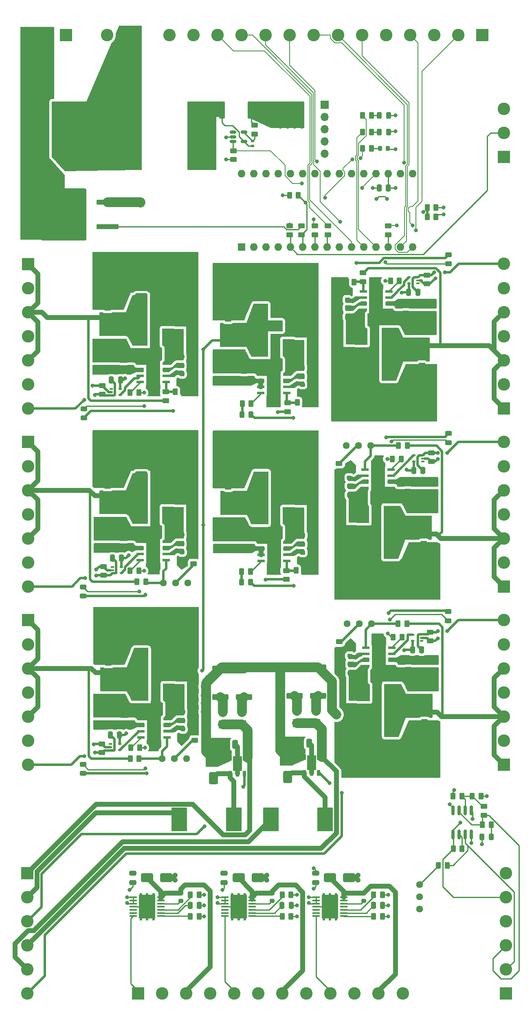
<source format=gbr>
%TF.GenerationSoftware,KiCad,Pcbnew,(7.0.0-0)*%
%TF.CreationDate,2023-04-05T17:09:17+01:00*%
%TF.ProjectId,pipcb,70697063-622e-46b6-9963-61645f706362,rev?*%
%TF.SameCoordinates,Original*%
%TF.FileFunction,Copper,L1,Top*%
%TF.FilePolarity,Positive*%
%FSLAX46Y46*%
G04 Gerber Fmt 4.6, Leading zero omitted, Abs format (unit mm)*
G04 Created by KiCad (PCBNEW (7.0.0-0)) date 2023-04-05 17:09:17*
%MOMM*%
%LPD*%
G01*
G04 APERTURE LIST*
G04 Aperture macros list*
%AMRoundRect*
0 Rectangle with rounded corners*
0 $1 Rounding radius*
0 $2 $3 $4 $5 $6 $7 $8 $9 X,Y pos of 4 corners*
0 Add a 4 corners polygon primitive as box body*
4,1,4,$2,$3,$4,$5,$6,$7,$8,$9,$2,$3,0*
0 Add four circle primitives for the rounded corners*
1,1,$1+$1,$2,$3*
1,1,$1+$1,$4,$5*
1,1,$1+$1,$6,$7*
1,1,$1+$1,$8,$9*
0 Add four rect primitives between the rounded corners*
20,1,$1+$1,$2,$3,$4,$5,0*
20,1,$1+$1,$4,$5,$6,$7,0*
20,1,$1+$1,$6,$7,$8,$9,0*
20,1,$1+$1,$8,$9,$2,$3,0*%
%AMFreePoly0*
4,1,21,3.650354,0.965354,3.650500,0.965000,3.650500,-0.965000,3.650354,-0.965354,3.650000,-0.965500,0.600000,-0.965500,0.599646,-0.965354,0.599500,-0.965000,0.599500,-0.340500,-0.600000,-0.340500,-0.600354,-0.340354,-0.600500,-0.340000,-0.600500,0.340000,-0.600354,0.340354,-0.600000,0.340500,0.599500,0.340500,0.599500,0.965000,0.599646,0.965354,0.600000,0.965500,3.650000,0.965500,
3.650354,0.965354,3.650354,0.965354,$1*%
G04 Aperture macros list end*
%TA.AperFunction,ComponentPad*%
%ADD10C,1.440000*%
%TD*%
%TA.AperFunction,SMDPad,CuDef*%
%ADD11RoundRect,0.250000X0.262500X0.450000X-0.262500X0.450000X-0.262500X-0.450000X0.262500X-0.450000X0*%
%TD*%
%TA.AperFunction,SMDPad,CuDef*%
%ADD12RoundRect,0.250000X-0.450000X0.262500X-0.450000X-0.262500X0.450000X-0.262500X0.450000X0.262500X0*%
%TD*%
%TA.AperFunction,ComponentPad*%
%ADD13C,2.600000*%
%TD*%
%TA.AperFunction,ComponentPad*%
%ADD14R,2.600000X2.600000*%
%TD*%
%TA.AperFunction,SMDPad,CuDef*%
%ADD15RoundRect,0.250000X0.450000X-0.262500X0.450000X0.262500X-0.450000X0.262500X-0.450000X-0.262500X0*%
%TD*%
%TA.AperFunction,ComponentPad*%
%ADD16C,0.600000*%
%TD*%
%TA.AperFunction,SMDPad,CuDef*%
%ADD17R,2.950000X4.900000*%
%TD*%
%TA.AperFunction,SMDPad,CuDef*%
%ADD18R,1.550000X0.600000*%
%TD*%
%TA.AperFunction,SMDPad,CuDef*%
%ADD19RoundRect,0.250000X-0.650000X0.325000X-0.650000X-0.325000X0.650000X-0.325000X0.650000X0.325000X0*%
%TD*%
%TA.AperFunction,SMDPad,CuDef*%
%ADD20RoundRect,0.250000X-0.475000X0.250000X-0.475000X-0.250000X0.475000X-0.250000X0.475000X0.250000X0*%
%TD*%
%TA.AperFunction,SMDPad,CuDef*%
%ADD21RoundRect,0.250000X-1.000000X1.750000X-1.000000X-1.750000X1.000000X-1.750000X1.000000X1.750000X0*%
%TD*%
%TA.AperFunction,SMDPad,CuDef*%
%ADD22RoundRect,0.243750X-0.456250X0.243750X-0.456250X-0.243750X0.456250X-0.243750X0.456250X0.243750X0*%
%TD*%
%TA.AperFunction,SMDPad,CuDef*%
%ADD23RoundRect,0.250000X-1.000000X-0.650000X1.000000X-0.650000X1.000000X0.650000X-1.000000X0.650000X0*%
%TD*%
%TA.AperFunction,SMDPad,CuDef*%
%ADD24RoundRect,0.243750X0.456250X-0.243750X0.456250X0.243750X-0.456250X0.243750X-0.456250X-0.243750X0*%
%TD*%
%TA.AperFunction,SMDPad,CuDef*%
%ADD25R,0.650000X0.400000*%
%TD*%
%TA.AperFunction,SMDPad,CuDef*%
%ADD26RoundRect,0.243750X-0.243750X-0.456250X0.243750X-0.456250X0.243750X0.456250X-0.243750X0.456250X0*%
%TD*%
%TA.AperFunction,SMDPad,CuDef*%
%ADD27RoundRect,0.250000X0.475000X-0.250000X0.475000X0.250000X-0.475000X0.250000X-0.475000X-0.250000X0*%
%TD*%
%TA.AperFunction,SMDPad,CuDef*%
%ADD28RoundRect,0.250000X-0.262500X-0.450000X0.262500X-0.450000X0.262500X0.450000X-0.262500X0.450000X0*%
%TD*%
%TA.AperFunction,SMDPad,CuDef*%
%ADD29RoundRect,0.225000X-0.250000X0.225000X-0.250000X-0.225000X0.250000X-0.225000X0.250000X0.225000X0*%
%TD*%
%TA.AperFunction,SMDPad,CuDef*%
%ADD30RoundRect,0.250000X0.650000X-0.325000X0.650000X0.325000X-0.650000X0.325000X-0.650000X-0.325000X0*%
%TD*%
%TA.AperFunction,SMDPad,CuDef*%
%ADD31R,0.680000X1.200000*%
%TD*%
%TA.AperFunction,SMDPad,CuDef*%
%ADD32FreePoly0,90.000000*%
%TD*%
%TA.AperFunction,SMDPad,CuDef*%
%ADD33RoundRect,0.250000X1.000000X-1.750000X1.000000X1.750000X-1.000000X1.750000X-1.000000X-1.750000X0*%
%TD*%
%TA.AperFunction,SMDPad,CuDef*%
%ADD34RoundRect,0.250000X-0.250000X-0.475000X0.250000X-0.475000X0.250000X0.475000X-0.250000X0.475000X0*%
%TD*%
%TA.AperFunction,SMDPad,CuDef*%
%ADD35RoundRect,0.250000X0.250000X0.475000X-0.250000X0.475000X-0.250000X-0.475000X0.250000X-0.475000X0*%
%TD*%
%TA.AperFunction,SMDPad,CuDef*%
%ADD36R,2.350000X3.500000*%
%TD*%
%TA.AperFunction,SMDPad,CuDef*%
%ADD37RoundRect,0.225000X0.250000X-0.225000X0.250000X0.225000X-0.250000X0.225000X-0.250000X-0.225000X0*%
%TD*%
%TA.AperFunction,SMDPad,CuDef*%
%ADD38RoundRect,0.250000X-0.325000X-0.650000X0.325000X-0.650000X0.325000X0.650000X-0.325000X0.650000X0*%
%TD*%
%TA.AperFunction,SMDPad,CuDef*%
%ADD39RoundRect,0.250000X-1.425000X0.362500X-1.425000X-0.362500X1.425000X-0.362500X1.425000X0.362500X0*%
%TD*%
%TA.AperFunction,SMDPad,CuDef*%
%ADD40R,3.300000X5.000000*%
%TD*%
%TA.AperFunction,SMDPad,CuDef*%
%ADD41RoundRect,0.250000X2.050000X0.300000X-2.050000X0.300000X-2.050000X-0.300000X2.050000X-0.300000X0*%
%TD*%
%TA.AperFunction,SMDPad,CuDef*%
%ADD42RoundRect,0.250000X2.025000X2.375000X-2.025000X2.375000X-2.025000X-2.375000X2.025000X-2.375000X0*%
%TD*%
%TA.AperFunction,SMDPad,CuDef*%
%ADD43RoundRect,0.250002X4.449998X5.149998X-4.449998X5.149998X-4.449998X-5.149998X4.449998X-5.149998X0*%
%TD*%
%TA.AperFunction,SMDPad,CuDef*%
%ADD44RoundRect,0.243750X0.243750X0.456250X-0.243750X0.456250X-0.243750X-0.456250X0.243750X-0.456250X0*%
%TD*%
%TA.AperFunction,SMDPad,CuDef*%
%ADD45RoundRect,0.150000X0.150000X-0.825000X0.150000X0.825000X-0.150000X0.825000X-0.150000X-0.825000X0*%
%TD*%
%TA.AperFunction,ComponentPad*%
%ADD46O,1.700000X1.700000*%
%TD*%
%TA.AperFunction,ComponentPad*%
%ADD47R,1.700000X1.700000*%
%TD*%
%TA.AperFunction,SMDPad,CuDef*%
%ADD48RoundRect,0.250000X-0.650000X1.000000X-0.650000X-1.000000X0.650000X-1.000000X0.650000X1.000000X0*%
%TD*%
%TA.AperFunction,SMDPad,CuDef*%
%ADD49R,3.400000X5.000000*%
%TD*%
%TA.AperFunction,SMDPad,CuDef*%
%ADD50RoundRect,0.100000X0.687500X0.100000X-0.687500X0.100000X-0.687500X-0.100000X0.687500X-0.100000X0*%
%TD*%
%TA.AperFunction,SMDPad,CuDef*%
%ADD51RoundRect,0.150000X-0.512500X-0.150000X0.512500X-0.150000X0.512500X0.150000X-0.512500X0.150000X0*%
%TD*%
%TA.AperFunction,SMDPad,CuDef*%
%ADD52RoundRect,0.250000X0.362500X1.425000X-0.362500X1.425000X-0.362500X-1.425000X0.362500X-1.425000X0*%
%TD*%
%TA.AperFunction,SMDPad,CuDef*%
%ADD53RoundRect,0.218750X0.218750X0.256250X-0.218750X0.256250X-0.218750X-0.256250X0.218750X-0.256250X0*%
%TD*%
%TA.AperFunction,SMDPad,CuDef*%
%ADD54RoundRect,0.140000X-0.170000X0.140000X-0.170000X-0.140000X0.170000X-0.140000X0.170000X0.140000X0*%
%TD*%
%TA.AperFunction,ComponentPad*%
%ADD55RoundRect,1.125000X-1.125000X-3.375000X1.125000X-3.375000X1.125000X3.375000X-1.125000X3.375000X0*%
%TD*%
%TA.AperFunction,ComponentPad*%
%ADD56O,1.600000X1.600000*%
%TD*%
%TA.AperFunction,ComponentPad*%
%ADD57R,1.600000X1.600000*%
%TD*%
%TA.AperFunction,ViaPad*%
%ADD58C,0.800000*%
%TD*%
%TA.AperFunction,Conductor*%
%ADD59C,0.250000*%
%TD*%
%TA.AperFunction,Conductor*%
%ADD60C,2.000000*%
%TD*%
%TA.AperFunction,Conductor*%
%ADD61C,0.150000*%
%TD*%
%TA.AperFunction,Conductor*%
%ADD62C,1.000000*%
%TD*%
%TA.AperFunction,Conductor*%
%ADD63C,0.500000*%
%TD*%
G04 APERTURE END LIST*
D10*
%TO.P,RV6,3,3*%
%TO.N,/power_rails/rail3/FB*%
X33790000Y-79250000D03*
%TO.P,RV6,2,2*%
%TO.N,Net-(R56-Pad1)*%
X36330000Y-79250000D03*
%TO.P,RV6,1,1*%
%TO.N,unconnected-(RV6-Pad1)*%
X38870000Y-79250000D03*
%TD*%
%TO.P,RV9,3,3*%
%TO.N,/power_rails/rail6/FB*%
X77040000Y-87750000D03*
%TO.P,RV9,2,2*%
%TO.N,Net-(R60-Pad1)*%
X74500000Y-87750000D03*
%TO.P,RV9,1,1*%
%TO.N,unconnected-(RV9-Pad1)*%
X71960000Y-87750000D03*
%TD*%
%TO.P,RV7,3,3*%
%TO.N,/power_rails/rail4/FB*%
X76870000Y-50750000D03*
%TO.P,RV7,2,2*%
%TO.N,Net-(R54-Pad1)*%
X74330000Y-50750000D03*
%TO.P,RV7,1,1*%
%TO.N,unconnected-(RV7-Pad1)*%
X71790000Y-50750000D03*
%TD*%
%TO.P,RV8,3,3*%
%TO.N,/power_rails/rail5/FB*%
X33500000Y-115750000D03*
%TO.P,RV8,2,2*%
%TO.N,Net-(R58-Pad1)*%
X36040000Y-115750000D03*
%TO.P,RV8,1,1*%
%TO.N,unconnected-(RV8-Pad1)*%
X38580000Y-115750000D03*
%TD*%
%TO.P,RV1,3,3*%
%TO.N,GND*%
X87000000Y-146980000D03*
%TO.P,RV1,2,2*%
X87000000Y-144440000D03*
%TO.P,RV1,1,1*%
%TO.N,Net-(R47-Pad2)*%
X87000000Y-141900000D03*
%TD*%
D11*
%TO.P,R23,2*%
%TO.N,Net-(D11-K)*%
X81377500Y-53500000D03*
%TO.P,R23,1*%
%TO.N,RAIL4_PG*%
X83202500Y-53500000D03*
%TD*%
D12*
%TO.P,R2,2*%
%TO.N,FLIPPER_OUT*%
X68000000Y-6912500D03*
%TO.P,R2,1*%
%TO.N,Net-(J8-Pin_12)*%
X68000000Y-5087500D03*
%TD*%
D13*
%TO.P,J1,2,Pin_2*%
%TO.N,GND*%
X22040000Y34500000D03*
D14*
%TO.P,J1,1,Pin_1*%
%TO.N,+VDC*%
X27039999Y34499999D03*
%TD*%
D15*
%TO.P,R58,2*%
%TO.N,GND*%
X40290000Y-110087500D03*
%TO.P,R58,1*%
%TO.N,Net-(R58-Pad1)*%
X40290000Y-111912500D03*
%TD*%
D16*
%TO.P,U17,9,AGND*%
%TO.N,GND*%
X77740000Y-55650000D03*
X77740000Y-56950000D03*
X77740000Y-58250000D03*
X77740000Y-59550000D03*
D17*
X78389999Y-57599999D03*
D16*
X79040000Y-55650000D03*
X79040000Y-56950000D03*
X79040000Y-58250000D03*
X79040000Y-59550000D03*
D18*
%TO.P,U17,8,SW*%
%TO.N,Net-(U17-SW)*%
X75689999Y-59504999D03*
%TO.P,U17,7,BOOT*%
%TO.N,Net-(U17-BOOT)*%
X75689999Y-58234999D03*
%TO.P,U17,6,VCC*%
%TO.N,Net-(D11-A)*%
X75689999Y-56964999D03*
%TO.P,U17,5,FB*%
%TO.N,/power_rails/rail4/FB*%
X75689999Y-55694999D03*
%TO.P,U17,4,PG*%
%TO.N,RAIL4_PG*%
X81089999Y-55694999D03*
%TO.P,U17,3,EN*%
%TO.N,/power_rails/rail4/RAIL_EN*%
X81089999Y-56964999D03*
%TO.P,U17,2,VIN*%
%TO.N,+24V*%
X81089999Y-58234999D03*
%TO.P,U17,1,PGND*%
%TO.N,GND*%
X81089999Y-59504999D03*
%TD*%
D11*
%TO.P,R59,2*%
%TO.N,/power_rails/rail6/FB*%
X82540000Y-87750000D03*
%TO.P,R59,1*%
%TO.N,RAIL6+*%
X84365000Y-87750000D03*
%TD*%
D19*
%TO.P,C86,2*%
%TO.N,GND*%
X47246250Y-66675000D03*
%TO.P,C86,1*%
%TO.N,VALVE_12V*%
X47246250Y-63725000D03*
%TD*%
D20*
%TO.P,C84,2*%
%TO.N,Net-(U20-BOOT)*%
X62471250Y-71250000D03*
%TO.P,C84,1*%
%TO.N,Net-(U20-SW)*%
X62471250Y-69350000D03*
%TD*%
D21*
%TO.P,C102,2*%
%TO.N,GND*%
X80890000Y-80125000D03*
%TO.P,C102,1*%
%TO.N,RAIL4+*%
X80890000Y-72125000D03*
%TD*%
D22*
%TO.P,D10,2,A*%
%TO.N,Net-(D10-A)*%
X17040000Y-81937500D03*
%TO.P,D10,1,K*%
%TO.N,Net-(D10-K)*%
X17040000Y-80062500D03*
%TD*%
D13*
%TO.P,J5,7,Pin_7*%
%TO.N,RAIL4_EN*%
X104500000Y-50000000D03*
%TO.P,J5,6,Pin_6*%
%TO.N,GND*%
X104500000Y-55000000D03*
%TO.P,J5,5,Pin_5*%
%TO.N,RAIL4+*%
X104500000Y-60000000D03*
%TO.P,J5,4,Pin_4*%
%TO.N,GND*%
X104500000Y-65000000D03*
%TO.P,J5,3,Pin_3*%
%TO.N,RAIL4+*%
X104500000Y-70000000D03*
%TO.P,J5,2,Pin_2*%
%TO.N,GND*%
X104500000Y-75000000D03*
D14*
%TO.P,J5,1,Pin_1*%
%TO.N,RAIL4+*%
X104499999Y-79999999D03*
%TD*%
D23*
%TO.P,D7,2,A*%
%TO.N,GND*%
X53387500Y-140500000D03*
%TO.P,D7,1,K*%
%TO.N,VALVE2_OUT*%
X49387500Y-140500000D03*
%TD*%
D24*
%TO.P,D11,2,A*%
%TO.N,Net-(D11-A)*%
X93040000Y-48212500D03*
%TO.P,D11,1,K*%
%TO.N,Net-(D11-K)*%
X93040000Y-50087500D03*
%TD*%
D21*
%TO.P,C100,2*%
%TO.N,GND*%
X80489999Y-43125000D03*
%TO.P,C100,1*%
%TO.N,RAIL2+*%
X80489999Y-35125000D03*
%TD*%
D25*
%TO.P,U9,5,VCC*%
%TO.N,PS_1*%
X85789999Y-54049999D03*
%TO.P,U9,4*%
%TO.N,/power_rails/rail4/RAIL_EN*%
X85789999Y-52749999D03*
%TO.P,U9,3,GND*%
%TO.N,GND*%
X87689999Y-52749999D03*
%TO.P,U9,2*%
%TO.N,RAIL4_EN*%
X87689999Y-53399999D03*
%TO.P,U9,1*%
%TO.N,N/C*%
X87689999Y-54049999D03*
%TD*%
D26*
%TO.P,D15,2,A*%
%TO.N,Net-(D15-A)*%
X51977500Y-44250000D03*
%TO.P,D15,1,K*%
%TO.N,Net-(D15-K)*%
X50102500Y-44250000D03*
%TD*%
D27*
%TO.P,C3,2*%
%TO.N,GND*%
X27387500Y-139550000D03*
%TO.P,C3,1*%
%TO.N,VALVE_12V*%
X27387500Y-141450000D03*
%TD*%
D28*
%TO.P,R11,2*%
%TO.N,GND*%
X41212500Y-144000000D03*
%TO.P,R11,1*%
%TO.N,Net-(U1-OSC_ADJ)*%
X39387500Y-144000000D03*
%TD*%
D29*
%TO.P,C89,2*%
%TO.N,GND*%
X62746250Y-74500000D03*
%TO.P,C89,1*%
%TO.N,Net-(D14-A)*%
X62746250Y-72950000D03*
%TD*%
D28*
%TO.P,R14,2*%
%TO.N,GND*%
X79300000Y-148500000D03*
%TO.P,R14,1*%
%TO.N,Net-(U3-DUTY_ADJ)*%
X77475000Y-148500000D03*
%TD*%
%TO.P,R22,2*%
%TO.N,Net-(D10-K)*%
X28662500Y-76750000D03*
%TO.P,R22,1*%
%TO.N,RAIL3_PG*%
X26837500Y-76750000D03*
%TD*%
D30*
%TO.P,C82,2*%
%TO.N,GND*%
X47596250Y-69100000D03*
%TO.P,C82,1*%
%TO.N,+24V*%
X47596250Y-72050000D03*
%TD*%
D19*
%TO.P,C94,2*%
%TO.N,GND*%
X47190000Y-31825000D03*
%TO.P,C94,1*%
%TO.N,PS_1*%
X47190000Y-28875000D03*
%TD*%
D31*
%TO.P,U22,5,VIN*%
%TO.N,+24V*%
X63040000Y-115377499D03*
%TO.P,U22,4,ISENSE*%
%TO.N,LED2_OUT+*%
X66040000Y-115377499D03*
%TO.P,U22,3,VSET*%
%TO.N,LED2_CONTROL*%
X66040000Y-118677499D03*
D32*
%TO.P,U22,2,GND*%
%TO.N,GND*%
X64540001Y-118677500D03*
D31*
%TO.P,U22,1,LX*%
%TO.N,Net-(D16-A)*%
X63040000Y-118677499D03*
%TD*%
D19*
%TO.P,C58,2*%
%TO.N,GND*%
X87540000Y-61250000D03*
%TO.P,C58,1*%
%TO.N,+24V*%
X87540000Y-58300000D03*
%TD*%
D12*
%TO.P,R54,2*%
%TO.N,GND*%
X70290000Y-56250000D03*
%TO.P,R54,1*%
%TO.N,Net-(R54-Pad1)*%
X70290000Y-54425000D03*
%TD*%
D11*
%TO.P,R25,2*%
%TO.N,Net-(D13-K)*%
X81517500Y-90500000D03*
%TO.P,R25,1*%
%TO.N,RAIL6_PG*%
X83342500Y-90500000D03*
%TD*%
D15*
%TO.P,R69,2*%
%TO.N,CURRENT_ADC*%
X48290000Y10500000D03*
%TO.P,R69,1*%
%TO.N,GND*%
X48290000Y8675000D03*
%TD*%
D25*
%TO.P,U7,5,VCC*%
%TO.N,PS_1*%
X84789999Y-17049999D03*
%TO.P,U7,4*%
%TO.N,/power_rails/rail2/RAIL_EN*%
X84789999Y-15749999D03*
%TO.P,U7,3,GND*%
%TO.N,GND*%
X86689999Y-15749999D03*
%TO.P,U7,2*%
%TO.N,RAIL2_EN*%
X86689999Y-16399999D03*
%TO.P,U7,1*%
%TO.N,N/C*%
X86689999Y-17049999D03*
%TD*%
D33*
%TO.P,C101,2*%
%TO.N,GND*%
X29150000Y-50125000D03*
%TO.P,C101,1*%
%TO.N,RAIL3+*%
X29150000Y-58125000D03*
%TD*%
D27*
%TO.P,C53,2*%
%TO.N,GND*%
X22150000Y-59225000D03*
%TO.P,C53,1*%
%TO.N,RAIL3+*%
X22150000Y-61125000D03*
%TD*%
D20*
%TO.P,C59,2*%
%TO.N,GND*%
X84540000Y-60200000D03*
%TO.P,C59,1*%
%TO.N,+24V*%
X84540000Y-58300000D03*
%TD*%
D28*
%TO.P,R62,2*%
%TO.N,GND*%
X63202500Y-76600000D03*
%TO.P,R62,1*%
%TO.N,/power_rails/valve_12v_pwr/FB*%
X61377500Y-76600000D03*
%TD*%
D34*
%TO.P,C12,2*%
%TO.N,GND*%
X86640000Y-18900000D03*
%TO.P,C12,1*%
%TO.N,PS_1*%
X84740000Y-18900000D03*
%TD*%
D35*
%TO.P,C13,2*%
%TO.N,GND*%
X23140000Y-74100000D03*
%TO.P,C13,1*%
%TO.N,PS_1*%
X25040000Y-74100000D03*
%TD*%
D20*
%TO.P,C52,2*%
%TO.N,Net-(U16-BOOT)*%
X37375000Y-71150000D03*
%TO.P,C52,1*%
%TO.N,Net-(U16-SW)*%
X37375000Y-69250000D03*
%TD*%
D27*
%TO.P,C69,2*%
%TO.N,GND*%
X22315000Y-95975000D03*
%TO.P,C69,1*%
%TO.N,RAIL5+*%
X22315000Y-97875000D03*
%TD*%
D36*
%TO.P,L19,2*%
%TO.N,RAIL6+*%
X81554999Y-102099999D03*
%TO.P,L19,1*%
%TO.N,Net-(U19-SW)*%
X75504999Y-102099999D03*
%TD*%
D27*
%TO.P,C51,2*%
%TO.N,GND*%
X25500000Y-70050000D03*
%TO.P,C51,1*%
%TO.N,+24V*%
X25500000Y-71950000D03*
%TD*%
D37*
%TO.P,C65,2*%
%TO.N,GND*%
X72390000Y-55850000D03*
%TO.P,C65,1*%
%TO.N,Net-(D11-A)*%
X72390000Y-57400000D03*
%TD*%
D29*
%TO.P,C7,2*%
%TO.N,Net-(U2-BOOT)*%
X56387500Y-145275000D03*
%TO.P,C7,1*%
%TO.N,VALVE2_OUT*%
X56387500Y-143725000D03*
%TD*%
D35*
%TO.P,C11,2*%
%TO.N,GND*%
X22940000Y-37100000D03*
%TO.P,C11,1*%
%TO.N,PS_1*%
X24840000Y-37100000D03*
%TD*%
D30*
%TO.P,C90,2*%
%TO.N,GND*%
X47540000Y-34250000D03*
%TO.P,C90,1*%
%TO.N,+24V*%
X47540000Y-37200000D03*
%TD*%
%TO.P,C50,2*%
%TO.N,GND*%
X22500000Y-69000000D03*
%TO.P,C50,1*%
%TO.N,+24V*%
X22500000Y-71950000D03*
%TD*%
D23*
%TO.P,D6,2,A*%
%TO.N,GND*%
X34387500Y-140450000D03*
%TO.P,D6,1,K*%
%TO.N,VALVE1_OUT*%
X30387500Y-140450000D03*
%TD*%
D22*
%TO.P,D12,2,A*%
%TO.N,Net-(D12-A)*%
X17040000Y-118787500D03*
%TO.P,D12,1,K*%
%TO.N,Net-(D12-K)*%
X17040000Y-116912500D03*
%TD*%
D15*
%TO.P,R20,2*%
%TO.N,Net-(U5B--)*%
X100375000Y-125675000D03*
%TO.P,R20,1*%
%TO.N,PS_TRIGGER*%
X100375000Y-127500000D03*
%TD*%
D28*
%TO.P,R55,2*%
%TO.N,/power_rails/rail3/FB*%
X30115000Y-79000000D03*
%TO.P,R55,1*%
%TO.N,RAIL3+*%
X28290000Y-79000000D03*
%TD*%
D30*
%TO.P,C66,2*%
%TO.N,GND*%
X22665000Y-105750000D03*
%TO.P,C66,1*%
%TO.N,+24V*%
X22665000Y-108700000D03*
%TD*%
D19*
%TO.P,C42,2*%
%TO.N,GND*%
X87140000Y-24250000D03*
%TO.P,C42,1*%
%TO.N,+24V*%
X87140000Y-21300000D03*
%TD*%
D30*
%TO.P,C47,2*%
%TO.N,GND*%
X84489999Y-26650000D03*
%TO.P,C47,1*%
%TO.N,RAIL2+*%
X84489999Y-29600000D03*
%TD*%
D34*
%TO.P,C16,2*%
%TO.N,GND*%
X87440000Y-93150000D03*
%TO.P,C16,1*%
%TO.N,PS_1*%
X85540000Y-93150000D03*
%TD*%
D25*
%TO.P,U11,5,VCC*%
%TO.N,PS_1*%
X85539999Y-91299999D03*
%TO.P,U11,4*%
%TO.N,/power_rails/rail6/RAIL_EN*%
X85539999Y-89999999D03*
%TO.P,U11,3,GND*%
%TO.N,GND*%
X87439999Y-89999999D03*
%TO.P,U11,2*%
%TO.N,RAIL6_EN*%
X87439999Y-90649999D03*
%TO.P,U11,1*%
%TO.N,N/C*%
X87439999Y-91299999D03*
%TD*%
D20*
%TO.P,C36,2*%
%TO.N,Net-(U4-BOOT)*%
X37375000Y-34150000D03*
%TO.P,C36,1*%
%TO.N,Net-(U4-SW)*%
X37375000Y-32250000D03*
%TD*%
D16*
%TO.P,U19,9,AGND*%
%TO.N,GND*%
X77880000Y-92650000D03*
X77880000Y-93950000D03*
X77880000Y-95250000D03*
X77880000Y-96550000D03*
D17*
X78529999Y-94599999D03*
D16*
X79180000Y-92650000D03*
X79180000Y-93950000D03*
X79180000Y-95250000D03*
X79180000Y-96550000D03*
D18*
%TO.P,U19,8,SW*%
%TO.N,Net-(U19-SW)*%
X75829999Y-96504999D03*
%TO.P,U19,7,BOOT*%
%TO.N,Net-(U19-BOOT)*%
X75829999Y-95234999D03*
%TO.P,U19,6,VCC*%
%TO.N,Net-(D13-A)*%
X75829999Y-93964999D03*
%TO.P,U19,5,FB*%
%TO.N,/power_rails/rail6/FB*%
X75829999Y-92694999D03*
%TO.P,U19,4,PG*%
%TO.N,RAIL6_PG*%
X81229999Y-92694999D03*
%TO.P,U19,3,EN*%
%TO.N,/power_rails/rail6/RAIL_EN*%
X81229999Y-93964999D03*
%TO.P,U19,2,VIN*%
%TO.N,+24V*%
X81229999Y-95234999D03*
%TO.P,U19,1,PGND*%
%TO.N,GND*%
X81229999Y-96504999D03*
%TD*%
D13*
%TO.P,J7,7,Pin_7*%
%TO.N,RAIL6_EN*%
X104500000Y-87000000D03*
%TO.P,J7,6,Pin_6*%
%TO.N,GND*%
X104500000Y-92000000D03*
%TO.P,J7,5,Pin_5*%
%TO.N,RAIL6+*%
X104500000Y-97000000D03*
%TO.P,J7,4,Pin_4*%
%TO.N,GND*%
X104500000Y-102000000D03*
%TO.P,J7,3,Pin_3*%
%TO.N,RAIL6+*%
X104500000Y-107000000D03*
%TO.P,J7,2,Pin_2*%
%TO.N,GND*%
X104500000Y-112000000D03*
D14*
%TO.P,J7,1,Pin_1*%
%TO.N,RAIL6+*%
X104499999Y-116999999D03*
%TD*%
D36*
%TO.P,L14,2*%
%TO.N,RAIL1+*%
X28624999Y-28149999D03*
%TO.P,L14,1*%
%TO.N,Net-(U4-SW)*%
X34674999Y-28149999D03*
%TD*%
D13*
%TO.P,J10,3,Pin_3*%
%TO.N,GND*%
X104500000Y19250000D03*
%TO.P,J10,2,Pin_2*%
%TO.N,TEMP_SENSOR*%
X104500000Y14250000D03*
D14*
%TO.P,J10,1,Pin_1*%
%TO.N,PS_1*%
X104499999Y9249999D03*
%TD*%
D29*
%TO.P,C97,2*%
%TO.N,GND*%
X62690000Y-39650000D03*
%TO.P,C97,1*%
%TO.N,Net-(D15-A)*%
X62690000Y-38100000D03*
%TD*%
D12*
%TO.P,R4,2*%
%TO.N,FLIPPER_ENABLE*%
X65250000Y-6912500D03*
%TO.P,R4,1*%
%TO.N,Net-(J8-Pin_2)*%
X65250000Y-5087500D03*
%TD*%
D20*
%TO.P,C77,2*%
%TO.N,GND*%
X88030000Y-108025000D03*
%TO.P,C77,1*%
%TO.N,RAIL6+*%
X88030000Y-106125000D03*
%TD*%
D29*
%TO.P,C57,2*%
%TO.N,GND*%
X37650000Y-74400000D03*
%TO.P,C57,1*%
%TO.N,Net-(D10-A)*%
X37650000Y-72850000D03*
%TD*%
D11*
%TO.P,R46,2*%
%TO.N,GND*%
X59965000Y1250000D03*
%TO.P,R46,1*%
%TO.N,PELTIER_CONTROL*%
X61790000Y1250000D03*
%TD*%
D15*
%TO.P,R30,2*%
%TO.N,RAIL3_EN*%
X21340000Y-75850000D03*
%TO.P,R30,1*%
%TO.N,GND*%
X21340000Y-77675000D03*
%TD*%
D12*
%TO.P,R60,2*%
%TO.N,GND*%
X70340000Y-93312500D03*
%TO.P,R60,1*%
%TO.N,Net-(R60-Pad1)*%
X70340000Y-91487500D03*
%TD*%
D20*
%TO.P,C68,2*%
%TO.N,Net-(U18-BOOT)*%
X37540000Y-107900000D03*
%TO.P,C68,1*%
%TO.N,Net-(U18-SW)*%
X37540000Y-106000000D03*
%TD*%
D13*
%TO.P,J11,12,Pin_12*%
%TO.N,GND*%
X83500000Y-164500000D03*
%TO.P,J11,11,Pin_11*%
%TO.N,VALVE3_OUT*%
X78500000Y-164500000D03*
%TO.P,J11,10,Pin_10*%
%TO.N,GND*%
X73500000Y-164500000D03*
%TO.P,J11,9,Pin_9*%
%TO.N,VALVE3_IN*%
X68500000Y-164500000D03*
%TO.P,J11,8,Pin_8*%
%TO.N,GND*%
X63500000Y-164500000D03*
%TO.P,J11,7,Pin_7*%
%TO.N,VALVE2_OUT*%
X58500000Y-164500000D03*
%TO.P,J11,6,Pin_6*%
%TO.N,GND*%
X53500000Y-164500000D03*
%TO.P,J11,5,Pin_5*%
%TO.N,VALVE2_IN*%
X48500000Y-164500000D03*
%TO.P,J11,4,Pin_4*%
%TO.N,GND*%
X43500000Y-164500000D03*
%TO.P,J11,3,Pin_3*%
%TO.N,VALVE1_OUT*%
X38500000Y-164500000D03*
%TO.P,J11,2,Pin_2*%
%TO.N,GND*%
X33500000Y-164500000D03*
D14*
%TO.P,J11,1,Pin_1*%
%TO.N,VALVE1_IN*%
X28499999Y-164499999D03*
%TD*%
D38*
%TO.P,C32,2*%
%TO.N,GND*%
X48690000Y-112800000D03*
%TO.P,C32,1*%
%TO.N,+24V*%
X45740000Y-112800000D03*
%TD*%
D39*
%TO.P,R68,2*%
%TO.N,Net-(JP4-B)*%
X61050001Y-102725000D03*
%TO.P,R68,1*%
%TO.N,+24V*%
X61050001Y-96800000D03*
%TD*%
D27*
%TO.P,C76,2*%
%TO.N,Net-(U19-BOOT)*%
X72805000Y-96100000D03*
%TO.P,C76,1*%
%TO.N,Net-(U19-SW)*%
X72805000Y-98000000D03*
%TD*%
D40*
%TO.P,L23,2*%
%TO.N,LED2_OUT-*%
X56089999Y-128399999D03*
%TO.P,L23,1*%
%TO.N,Net-(D16-A)*%
X67389999Y-128399999D03*
%TD*%
D30*
%TO.P,C78,2*%
%TO.N,GND*%
X88030000Y-100675000D03*
%TO.P,C78,1*%
%TO.N,RAIL6+*%
X88030000Y-103625000D03*
%TD*%
D34*
%TO.P,C2,2*%
%TO.N,GND*%
X41250000Y-146250000D03*
%TO.P,C2,1*%
%TO.N,Net-(U1-DELAY_ADJ)*%
X39350000Y-146250000D03*
%TD*%
D33*
%TO.P,C106,2*%
%TO.N,GND*%
X54190000Y-15375000D03*
%TO.P,C106,1*%
%TO.N,PS_1*%
X54190000Y-23375000D03*
%TD*%
D25*
%TO.P,U6,5,VCC*%
%TO.N,PS_1*%
X24789999Y-38949999D03*
%TO.P,U6,4*%
%TO.N,/power_rails/rail1/RAIL_EN*%
X24789999Y-40249999D03*
%TO.P,U6,3,GND*%
%TO.N,GND*%
X22889999Y-40249999D03*
%TO.P,U6,2*%
%TO.N,RAIL1_EN*%
X22889999Y-39599999D03*
%TO.P,U6,1*%
%TO.N,N/C*%
X22889999Y-38949999D03*
%TD*%
D27*
%TO.P,C85,2*%
%TO.N,GND*%
X47246250Y-59325000D03*
%TO.P,C85,1*%
%TO.N,VALVE_12V*%
X47246250Y-61225000D03*
%TD*%
D41*
%TO.P,Q1,3,S*%
%TO.N,GND*%
X22190000Y-210000D03*
D42*
%TO.P,Q1,2,D*%
%TO.N,PELTIER_OUT*%
X10615000Y25000D03*
X10615000Y-5525000D03*
D43*
X13040000Y-2750000D03*
D42*
X15465000Y25000D03*
X15465000Y-5525000D03*
D41*
%TO.P,Q1,1,G*%
%TO.N,Net-(Q1-G)*%
X22190000Y-5290000D03*
%TD*%
D16*
%TO.P,U16,9,AGND*%
%TO.N,GND*%
X32300000Y-74600000D03*
X32300000Y-73300000D03*
X32300000Y-72000000D03*
X32300000Y-70700000D03*
D17*
X31649999Y-72649999D03*
D16*
X31000000Y-74600000D03*
X31000000Y-73300000D03*
X31000000Y-72000000D03*
X31000000Y-70700000D03*
D18*
%TO.P,U16,8,SW*%
%TO.N,Net-(U16-SW)*%
X34349999Y-70744999D03*
%TO.P,U16,7,BOOT*%
%TO.N,Net-(U16-BOOT)*%
X34349999Y-72014999D03*
%TO.P,U16,6,VCC*%
%TO.N,Net-(D10-A)*%
X34349999Y-73284999D03*
%TO.P,U16,5,FB*%
%TO.N,/power_rails/rail3/FB*%
X34349999Y-74554999D03*
%TO.P,U16,4,PG*%
%TO.N,RAIL3_PG*%
X28949999Y-74554999D03*
%TO.P,U16,3,EN*%
%TO.N,/power_rails/rail3/RAIL_EN*%
X28949999Y-73284999D03*
%TO.P,U16,2,VIN*%
%TO.N,+24V*%
X28949999Y-72014999D03*
%TO.P,U16,1,PGND*%
%TO.N,GND*%
X28949999Y-70744999D03*
%TD*%
D13*
%TO.P,J9,6,Pin_6*%
%TO.N,LED2_CONTROL*%
X5500000Y-164500000D03*
%TO.P,J9,5,Pin_5*%
%TO.N,LED2_OUT-*%
X5500000Y-159500000D03*
%TO.P,J9,4,Pin_4*%
%TO.N,LED2_OUT+*%
X5500000Y-154500000D03*
%TO.P,J9,3,Pin_3*%
%TO.N,LED1_CONTROL*%
X5500000Y-149500000D03*
%TO.P,J9,2,Pin_2*%
%TO.N,LED1_OUT-*%
X5500000Y-144500000D03*
D14*
%TO.P,J9,1,Pin_1*%
%TO.N,LED1_OUT+*%
X5499999Y-139499999D03*
%TD*%
D20*
%TO.P,C45,2*%
%TO.N,GND*%
X87489999Y-34025000D03*
%TO.P,C45,1*%
%TO.N,RAIL2+*%
X87489999Y-32125000D03*
%TD*%
D28*
%TO.P,R13,2*%
%TO.N,GND*%
X60300000Y-144000000D03*
%TO.P,R13,1*%
%TO.N,Net-(U2-OSC_ADJ)*%
X58475000Y-144000000D03*
%TD*%
D30*
%TO.P,C46,2*%
%TO.N,GND*%
X87490000Y-26675000D03*
%TO.P,C46,1*%
%TO.N,RAIL2+*%
X87490000Y-29625000D03*
%TD*%
D19*
%TO.P,C54,2*%
%TO.N,GND*%
X22150000Y-66575000D03*
%TO.P,C54,1*%
%TO.N,RAIL3+*%
X22150000Y-63625000D03*
%TD*%
D44*
%TO.P,D3,2,A*%
%TO.N,Net-(D3-A)*%
X78665000Y14416668D03*
%TO.P,D3,1,K*%
%TO.N,GND*%
X80540000Y14416668D03*
%TD*%
D15*
%TO.P,R48,2*%
%TO.N,/power_rails/rail1/FB*%
X34250000Y-39587500D03*
%TO.P,R48,1*%
%TO.N,RAIL1+*%
X34250000Y-41412500D03*
%TD*%
D45*
%TO.P,U5,8,V+*%
%TO.N,PS_1*%
X93970000Y-126525000D03*
%TO.P,U5,7*%
%TO.N,PS_TRIGGER*%
X95240000Y-126525000D03*
%TO.P,U5,6,-*%
%TO.N,Net-(U5B--)*%
X96510000Y-126525000D03*
%TO.P,U5,5,+*%
%TO.N,PS_RAW_OUT*%
X97780000Y-126525000D03*
%TO.P,U5,4,V-*%
%TO.N,GND*%
X97780000Y-131475000D03*
%TO.P,U5,3,+*%
%TO.N,PS_2*%
X96510000Y-131475000D03*
%TO.P,U5,2,-*%
%TO.N,Net-(U5A--)*%
X95240000Y-131475000D03*
%TO.P,U5,1*%
%TO.N,PS_RAW_OUT*%
X93970000Y-131475000D03*
%TD*%
D13*
%TO.P,J3,7,Pin_7*%
%TO.N,RAIL2_EN*%
X104500000Y-13000000D03*
%TO.P,J3,6,Pin_6*%
%TO.N,GND*%
X104500000Y-18000000D03*
%TO.P,J3,5,Pin_5*%
%TO.N,RAIL2+*%
X104500000Y-23000000D03*
%TO.P,J3,4,Pin_4*%
%TO.N,GND*%
X104500000Y-28000000D03*
%TO.P,J3,3,Pin_3*%
%TO.N,RAIL2+*%
X104500000Y-33000000D03*
%TO.P,J3,2,Pin_2*%
%TO.N,GND*%
X104500000Y-38000000D03*
D14*
%TO.P,J3,1,Pin_1*%
%TO.N,RAIL2+*%
X104499999Y-42999999D03*
%TD*%
D12*
%TO.P,R50,2*%
%TO.N,/power_rails/rail2/FB*%
X75250000Y-16662500D03*
%TO.P,R50,1*%
%TO.N,RAIL2+*%
X75250000Y-14837500D03*
%TD*%
%TO.P,R33,2*%
%TO.N,RAIL6_EN*%
X89240000Y-91312500D03*
%TO.P,R33,1*%
%TO.N,GND*%
X89240000Y-89487500D03*
%TD*%
D15*
%TO.P,R70,2*%
%TO.N,+24V*%
X52740000Y15815000D03*
%TO.P,R70,1*%
%TO.N,Net-(U14-Vs-)*%
X52740000Y13990000D03*
%TD*%
D20*
%TO.P,C61,2*%
%TO.N,GND*%
X87890000Y-71025000D03*
%TO.P,C61,1*%
%TO.N,RAIL4+*%
X87890000Y-69125000D03*
%TD*%
D11*
%TO.P,R52,2*%
%TO.N,GND*%
X71587500Y-16750000D03*
%TO.P,R52,1*%
%TO.N,/power_rails/rail2/FB*%
X73412500Y-16750000D03*
%TD*%
D30*
%TO.P,C63,2*%
%TO.N,GND*%
X84890000Y-63650000D03*
%TO.P,C63,1*%
%TO.N,RAIL4+*%
X84890000Y-66600000D03*
%TD*%
D11*
%TO.P,R53,2*%
%TO.N,/power_rails/rail4/FB*%
X82627500Y-50750000D03*
%TO.P,R53,1*%
%TO.N,RAIL4+*%
X84452500Y-50750000D03*
%TD*%
D19*
%TO.P,C39,2*%
%TO.N,GND*%
X22150000Y-29575000D03*
%TO.P,C39,1*%
%TO.N,RAIL1+*%
X22150000Y-26625000D03*
%TD*%
D15*
%TO.P,R28,2*%
%TO.N,RAIL1_EN*%
X21040000Y-38250000D03*
%TO.P,R28,1*%
%TO.N,GND*%
X21040000Y-40075000D03*
%TD*%
%TO.P,R63,2*%
%TO.N,/power_rails/5v_pwr/FB*%
X59540000Y-41837500D03*
%TO.P,R63,1*%
%TO.N,PS_1*%
X59540000Y-43662500D03*
%TD*%
D13*
%TO.P,J13,2,Pin_2*%
%TO.N,PELTIER_OUT*%
X8540000Y34500000D03*
D14*
%TO.P,J13,1,Pin_1*%
%TO.N,+24V*%
X13539999Y34499999D03*
%TD*%
D40*
%TO.P,L22,2*%
%TO.N,LED1_OUT-*%
X37089999Y-128399999D03*
%TO.P,L22,1*%
%TO.N,Net-(D17-A)*%
X48389999Y-128399999D03*
%TD*%
D28*
%TO.P,R5,2*%
%TO.N,Net-(D1-K)*%
X28662500Y-39750000D03*
%TO.P,R5,1*%
%TO.N,RAIL1_PG*%
X26837500Y-39750000D03*
%TD*%
%TO.P,R17,2*%
%TO.N,Net-(U5A--)*%
X95825000Y-134500000D03*
%TO.P,R17,1*%
%TO.N,PS_RAW_OUT*%
X94000000Y-134500000D03*
%TD*%
D46*
%TO.P,JP2,2,B*%
%TO.N,Net-(JP2-B)*%
X46139999Y-106059999D03*
D47*
%TO.P,JP2,1,A*%
%TO.N,LED1_OUT+*%
X46139999Y-108599999D03*
%TD*%
D26*
%TO.P,D14,2,A*%
%TO.N,Net-(D14-A)*%
X51915000Y-79100000D03*
%TO.P,D14,1,K*%
%TO.N,Net-(D14-K)*%
X50040000Y-79100000D03*
%TD*%
D27*
%TO.P,C38,2*%
%TO.N,GND*%
X22150000Y-22225000D03*
%TO.P,C38,1*%
%TO.N,RAIL1+*%
X22150000Y-24125000D03*
%TD*%
D36*
%TO.P,L16,2*%
%TO.N,RAIL3+*%
X28624999Y-65149999D03*
%TO.P,L16,1*%
%TO.N,Net-(U16-SW)*%
X34674999Y-65149999D03*
%TD*%
D48*
%TO.P,D17,2,A*%
%TO.N,Net-(D17-A)*%
X44140000Y-119800000D03*
%TO.P,D17,1,K*%
%TO.N,+24V*%
X44140000Y-115800000D03*
%TD*%
D16*
%TO.P,U3,15,PPAD*%
%TO.N,GND*%
X67087500Y-143900000D03*
X67087500Y-145200000D03*
X67087500Y-146500000D03*
X67087500Y-147800000D03*
X67087500Y-149100000D03*
X68387500Y-143900000D03*
X68387500Y-145200000D03*
D49*
X68387499Y-146499999D03*
D16*
X68387500Y-146500000D03*
X68387500Y-147800000D03*
X68387500Y-149100000D03*
X69687500Y-143900000D03*
X69687500Y-145200000D03*
X69687500Y-146500000D03*
X69687500Y-147800000D03*
X69687500Y-149100000D03*
D50*
%TO.P,U3,14,INPUT*%
%TO.N,VALVE3_IN*%
X65525000Y-148450000D03*
%TO.P,U3,13,STATUS*%
%TO.N,VALVE3_STATUS*%
X65525000Y-147800000D03*
%TO.P,U3,12,SYNC*%
%TO.N,unconnected-(U3-SYNC-Pad12)*%
X65525000Y-147150000D03*
%TO.P,U3,11,GND*%
%TO.N,GND*%
X65525000Y-146500000D03*
%TO.P,U3,10,+VS*%
%TO.N,VALVE_12V*%
X65525000Y-145850000D03*
%TO.P,U3,9,VPS2*%
X65525000Y-145200000D03*
%TO.P,U3,8,VPS1*%
X65525000Y-144550000D03*
%TO.P,U3,7,OUT2*%
%TO.N,VALVE3_OUT*%
X71250000Y-144550000D03*
%TO.P,U3,6,OUT1*%
X71250000Y-145200000D03*
%TO.P,U3,5,BOOT*%
%TO.N,Net-(U3-BOOT)*%
X71250000Y-145850000D03*
%TO.P,U3,4,MASTER*%
%TO.N,unconnected-(U3-MASTER-Pad4)*%
X71250000Y-146500000D03*
%TO.P,U3,3,OSC_ADJ*%
%TO.N,Net-(U3-OSC_ADJ)*%
X71250000Y-147150000D03*
%TO.P,U3,2,DELAY_ADJ*%
%TO.N,Net-(U3-DELAY_ADJ)*%
X71250000Y-147800000D03*
%TO.P,U3,1,DUTY_ADJ*%
%TO.N,Net-(U3-DUTY_ADJ)*%
X71250000Y-148450000D03*
%TD*%
D24*
%TO.P,D9,2,A*%
%TO.N,Net-(D9-A)*%
X93040000Y-11062500D03*
%TO.P,D9,1,K*%
%TO.N,Net-(D9-K)*%
X93040000Y-12937500D03*
%TD*%
D11*
%TO.P,R21,2*%
%TO.N,Net-(D9-K)*%
X80977500Y-16500001D03*
%TO.P,R21,1*%
%TO.N,RAIL2_PG*%
X82802500Y-16500001D03*
%TD*%
D38*
%TO.P,C33,2*%
%TO.N,GND*%
X64090001Y-112562500D03*
%TO.P,C33,1*%
%TO.N,+24V*%
X61140001Y-112562500D03*
%TD*%
D16*
%TO.P,U21,9,AGND*%
%TO.N,GND*%
X57340000Y-39850000D03*
X57340000Y-38550000D03*
X57340000Y-37250000D03*
X57340000Y-35950000D03*
D17*
X56689999Y-37899999D03*
D16*
X56040000Y-39850000D03*
X56040000Y-38550000D03*
X56040000Y-37250000D03*
X56040000Y-35950000D03*
D18*
%TO.P,U21,8,SW*%
%TO.N,Net-(U21-SW)*%
X59389999Y-35994999D03*
%TO.P,U21,7,BOOT*%
%TO.N,Net-(U21-BOOT)*%
X59389999Y-37264999D03*
%TO.P,U21,6,VCC*%
%TO.N,Net-(D15-A)*%
X59389999Y-38534999D03*
%TO.P,U21,5,FB*%
%TO.N,/power_rails/5v_pwr/FB*%
X59389999Y-39804999D03*
%TO.P,U21,4,PG*%
%TO.N,5V_PG*%
X53989999Y-39804999D03*
%TO.P,U21,3,EN*%
%TO.N,+24V*%
X53989999Y-38534999D03*
%TO.P,U21,2,VIN*%
X53989999Y-37264999D03*
%TO.P,U21,1,PGND*%
%TO.N,GND*%
X53989999Y-35994999D03*
%TD*%
D24*
%TO.P,D13,2,A*%
%TO.N,Net-(D13-A)*%
X92940000Y-85212500D03*
%TO.P,D13,1,K*%
%TO.N,Net-(D13-K)*%
X92940000Y-87087500D03*
%TD*%
D28*
%TO.P,R49,2*%
%TO.N,GND*%
X38075000Y-39587500D03*
%TO.P,R49,1*%
%TO.N,/power_rails/rail1/FB*%
X36250000Y-39587500D03*
%TD*%
D16*
%TO.P,U18,9,AGND*%
%TO.N,GND*%
X32465000Y-111350000D03*
X32465000Y-110050000D03*
X32465000Y-108750000D03*
X32465000Y-107450000D03*
D17*
X31814999Y-109399999D03*
D16*
X31165000Y-111350000D03*
X31165000Y-110050000D03*
X31165000Y-108750000D03*
X31165000Y-107450000D03*
D18*
%TO.P,U18,8,SW*%
%TO.N,Net-(U18-SW)*%
X34514999Y-107494999D03*
%TO.P,U18,7,BOOT*%
%TO.N,Net-(U18-BOOT)*%
X34514999Y-108764999D03*
%TO.P,U18,6,VCC*%
%TO.N,Net-(D12-A)*%
X34514999Y-110034999D03*
%TO.P,U18,5,FB*%
%TO.N,/power_rails/rail5/FB*%
X34514999Y-111304999D03*
%TO.P,U18,4,PG*%
%TO.N,RAIL5_PG*%
X29114999Y-111304999D03*
%TO.P,U18,3,EN*%
%TO.N,/power_rails/rail5/RAIL_EN*%
X29114999Y-110034999D03*
%TO.P,U18,2,VIN*%
%TO.N,+24V*%
X29114999Y-108764999D03*
%TO.P,U18,1,PGND*%
%TO.N,GND*%
X29114999Y-107494999D03*
%TD*%
D39*
%TO.P,R65,2*%
%TO.N,Net-(JP3-B)*%
X65940000Y-102725000D03*
%TO.P,R65,1*%
%TO.N,+24V*%
X65940000Y-96800000D03*
%TD*%
D12*
%TO.P,R29,2*%
%TO.N,RAIL2_EN*%
X88540000Y-17125000D03*
%TO.P,R29,1*%
%TO.N,GND*%
X88540000Y-15300000D03*
%TD*%
D13*
%TO.P,J2,7,Pin_7*%
%TO.N,RAIL1_EN*%
X5640000Y-43050000D03*
%TO.P,J2,6,Pin_6*%
%TO.N,GND*%
X5640000Y-38050000D03*
%TO.P,J2,5,Pin_5*%
%TO.N,RAIL1+*%
X5640000Y-33050000D03*
%TO.P,J2,4,Pin_4*%
%TO.N,GND*%
X5640000Y-28050000D03*
%TO.P,J2,3,Pin_3*%
%TO.N,RAIL1+*%
X5640000Y-23050000D03*
%TO.P,J2,2,Pin_2*%
%TO.N,GND*%
X5640000Y-18050000D03*
D14*
%TO.P,J2,1,Pin_1*%
%TO.N,RAIL1+*%
X5639999Y-13049999D03*
%TD*%
D25*
%TO.P,U8,5,VCC*%
%TO.N,PS_1*%
X25039999Y-75949999D03*
%TO.P,U8,4*%
%TO.N,/power_rails/rail3/RAIL_EN*%
X25039999Y-77249999D03*
%TO.P,U8,3,GND*%
%TO.N,GND*%
X23139999Y-77249999D03*
%TO.P,U8,2*%
%TO.N,RAIL3_EN*%
X23139999Y-76599999D03*
%TO.P,U8,1*%
%TO.N,N/C*%
X23139999Y-75949999D03*
%TD*%
D36*
%TO.P,L21,2*%
%TO.N,PS_1*%
X53664999Y-30399999D03*
%TO.P,L21,1*%
%TO.N,Net-(U21-SW)*%
X59714999Y-30399999D03*
%TD*%
D19*
%TO.P,C74,2*%
%TO.N,GND*%
X87680000Y-98250000D03*
%TO.P,C74,1*%
%TO.N,+24V*%
X87680000Y-95300000D03*
%TD*%
D27*
%TO.P,C60,2*%
%TO.N,Net-(U17-BOOT)*%
X72665000Y-59100000D03*
%TO.P,C60,1*%
%TO.N,Net-(U17-SW)*%
X72665000Y-61000000D03*
%TD*%
D33*
%TO.P,C105,2*%
%TO.N,GND*%
X54246250Y-50225000D03*
%TO.P,C105,1*%
%TO.N,VALVE_12V*%
X54246250Y-58225000D03*
%TD*%
D51*
%TO.P,U14,5,Vs-*%
%TO.N,Net-(U14-Vs-)*%
X50502500Y14350000D03*
%TO.P,U14,4,Vs+*%
%TO.N,Net-(SW1-B)*%
X50502500Y12450000D03*
%TO.P,U14,3,OUT*%
%TO.N,CURRENT_ADC*%
X48227500Y12450000D03*
%TO.P,U14,2,GND*%
%TO.N,GND*%
X48227500Y13400000D03*
%TO.P,U14,1,NC*%
%TO.N,unconnected-(U14-NC-Pad1)*%
X48227500Y14350000D03*
%TD*%
D27*
%TO.P,C44,2*%
%TO.N,Net-(U15-BOOT)*%
X72265000Y-22099999D03*
%TO.P,C44,1*%
%TO.N,Net-(U15-SW)*%
X72265000Y-23999999D03*
%TD*%
D16*
%TO.P,U2,15,PPAD*%
%TO.N,GND*%
X48087500Y-143900000D03*
X48087500Y-145200000D03*
X48087500Y-146500000D03*
X48087500Y-147800000D03*
X48087500Y-149100000D03*
X49387500Y-143900000D03*
X49387500Y-145200000D03*
D49*
X49387499Y-146499999D03*
D16*
X49387500Y-146500000D03*
X49387500Y-147800000D03*
X49387500Y-149100000D03*
X50687500Y-143900000D03*
X50687500Y-145200000D03*
X50687500Y-146500000D03*
X50687500Y-147800000D03*
X50687500Y-149100000D03*
D50*
%TO.P,U2,14,INPUT*%
%TO.N,VALVE2_IN*%
X46525000Y-148450000D03*
%TO.P,U2,13,STATUS*%
%TO.N,VALVE2_STATUS*%
X46525000Y-147800000D03*
%TO.P,U2,12,SYNC*%
%TO.N,unconnected-(U2-SYNC-Pad12)*%
X46525000Y-147150000D03*
%TO.P,U2,11,GND*%
%TO.N,GND*%
X46525000Y-146500000D03*
%TO.P,U2,10,+VS*%
%TO.N,VALVE_12V*%
X46525000Y-145850000D03*
%TO.P,U2,9,VPS2*%
X46525000Y-145200000D03*
%TO.P,U2,8,VPS1*%
X46525000Y-144550000D03*
%TO.P,U2,7,OUT2*%
%TO.N,VALVE2_OUT*%
X52250000Y-144550000D03*
%TO.P,U2,6,OUT1*%
X52250000Y-145200000D03*
%TO.P,U2,5,BOOT*%
%TO.N,Net-(U2-BOOT)*%
X52250000Y-145850000D03*
%TO.P,U2,4,MASTER*%
%TO.N,unconnected-(U2-MASTER-Pad4)*%
X52250000Y-146500000D03*
%TO.P,U2,3,OSC_ADJ*%
%TO.N,Net-(U2-OSC_ADJ)*%
X52250000Y-147150000D03*
%TO.P,U2,2,DELAY_ADJ*%
%TO.N,Net-(U2-DELAY_ADJ)*%
X52250000Y-147800000D03*
%TO.P,U2,1,DUTY_ADJ*%
%TO.N,Net-(U2-DUTY_ADJ)*%
X52250000Y-148450000D03*
%TD*%
D13*
%TO.P,J4,7,Pin_7*%
%TO.N,RAIL3_EN*%
X5640000Y-79999999D03*
%TO.P,J4,6,Pin_6*%
%TO.N,GND*%
X5640000Y-74999999D03*
%TO.P,J4,5,Pin_5*%
%TO.N,RAIL3+*%
X5640000Y-69999999D03*
%TO.P,J4,4,Pin_4*%
%TO.N,GND*%
X5640000Y-64999999D03*
%TO.P,J4,3,Pin_3*%
%TO.N,RAIL3+*%
X5640000Y-59999999D03*
%TO.P,J4,2,Pin_2*%
%TO.N,GND*%
X5640000Y-54999999D03*
D14*
%TO.P,J4,1,Pin_1*%
%TO.N,RAIL3+*%
X5639999Y-49999998D03*
%TD*%
D46*
%TO.P,JP1,2,B*%
%TO.N,Net-(JP1-B)*%
X50139999Y-106059999D03*
D47*
%TO.P,JP1,1,A*%
%TO.N,LED1_OUT+*%
X50139999Y-108599999D03*
%TD*%
D28*
%TO.P,R18,2*%
%TO.N,Net-(U5B--)*%
X95787500Y-123500000D03*
%TO.P,R18,1*%
%TO.N,PS_1*%
X93962500Y-123500000D03*
%TD*%
D16*
%TO.P,U4,9,AGND*%
%TO.N,GND*%
X32300000Y-37600000D03*
X32300000Y-36300000D03*
X32300000Y-35000000D03*
X32300000Y-33700000D03*
D17*
X31649999Y-35649999D03*
D16*
X31000000Y-37600000D03*
X31000000Y-36300000D03*
X31000000Y-35000000D03*
X31000000Y-33700000D03*
D18*
%TO.P,U4,8,SW*%
%TO.N,Net-(U4-SW)*%
X34349999Y-33744999D03*
%TO.P,U4,7,BOOT*%
%TO.N,Net-(U4-BOOT)*%
X34349999Y-35014999D03*
%TO.P,U4,6,VCC*%
%TO.N,Net-(D1-A)*%
X34349999Y-36284999D03*
%TO.P,U4,5,FB*%
%TO.N,/power_rails/rail1/FB*%
X34349999Y-37554999D03*
%TO.P,U4,4,PG*%
%TO.N,RAIL1_PG*%
X28949999Y-37554999D03*
%TO.P,U4,3,EN*%
%TO.N,/power_rails/rail1/RAIL_EN*%
X28949999Y-36284999D03*
%TO.P,U4,2,VIN*%
%TO.N,+24V*%
X28949999Y-35014999D03*
%TO.P,U4,1,PGND*%
%TO.N,GND*%
X28949999Y-33744999D03*
%TD*%
D15*
%TO.P,R61,2*%
%TO.N,/power_rails/valve_12v_pwr/FB*%
X59290000Y-76687500D03*
%TO.P,R61,1*%
%TO.N,VALVE_12V*%
X59290000Y-78512500D03*
%TD*%
D25*
%TO.P,U10,5,VCC*%
%TO.N,PS_1*%
X24689999Y-112699999D03*
%TO.P,U10,4*%
%TO.N,/power_rails/rail5/RAIL_EN*%
X24689999Y-113999999D03*
%TO.P,U10,3,GND*%
%TO.N,GND*%
X22789999Y-113999999D03*
%TO.P,U10,2*%
%TO.N,RAIL5_EN*%
X22789999Y-113349999D03*
%TO.P,U10,1*%
%TO.N,N/C*%
X22789999Y-112699999D03*
%TD*%
D23*
%TO.P,D8,2,A*%
%TO.N,GND*%
X72387500Y-140500000D03*
%TO.P,D8,1,K*%
%TO.N,VALVE3_OUT*%
X68387500Y-140500000D03*
%TD*%
D27*
%TO.P,C6,2*%
%TO.N,GND*%
X46387500Y-139550000D03*
%TO.P,C6,1*%
%TO.N,VALVE_12V*%
X46387500Y-141450000D03*
%TD*%
D19*
%TO.P,C71,2*%
%TO.N,GND*%
X25315000Y-103350000D03*
%TO.P,C71,1*%
%TO.N,RAIL5+*%
X25315000Y-100400000D03*
%TD*%
D20*
%TO.P,C92,2*%
%TO.N,Net-(U21-BOOT)*%
X62415000Y-36400000D03*
%TO.P,C92,1*%
%TO.N,Net-(U21-SW)*%
X62415000Y-34500000D03*
%TD*%
D11*
%TO.P,R26,2*%
%TO.N,Net-(D14-K)*%
X50040000Y-76850000D03*
%TO.P,R26,1*%
%TO.N,VALVE_PG*%
X51865000Y-76850000D03*
%TD*%
D27*
%TO.P,C93,2*%
%TO.N,GND*%
X47190000Y-24475000D03*
%TO.P,C93,1*%
%TO.N,PS_1*%
X47190000Y-26375000D03*
%TD*%
D11*
%TO.P,R47,2*%
%TO.N,Net-(R47-Pad2)*%
X90915000Y-137900000D03*
%TO.P,R47,1*%
%TO.N,PS_2*%
X92740000Y-137900000D03*
%TD*%
D29*
%TO.P,C35,2*%
%TO.N,GND*%
X37650000Y-37400000D03*
%TO.P,C35,1*%
%TO.N,Net-(D1-A)*%
X37650000Y-35850000D03*
%TD*%
D16*
%TO.P,U20,9,AGND*%
%TO.N,GND*%
X57396250Y-74700000D03*
X57396250Y-73400000D03*
X57396250Y-72100000D03*
X57396250Y-70800000D03*
D17*
X56746249Y-72749999D03*
D16*
X56096250Y-74700000D03*
X56096250Y-73400000D03*
X56096250Y-72100000D03*
X56096250Y-70800000D03*
D18*
%TO.P,U20,8,SW*%
%TO.N,Net-(U20-SW)*%
X59446249Y-70844999D03*
%TO.P,U20,7,BOOT*%
%TO.N,Net-(U20-BOOT)*%
X59446249Y-72114999D03*
%TO.P,U20,6,VCC*%
%TO.N,Net-(D14-A)*%
X59446249Y-73384999D03*
%TO.P,U20,5,FB*%
%TO.N,/power_rails/valve_12v_pwr/FB*%
X59446249Y-74654999D03*
%TO.P,U20,4,PG*%
%TO.N,VALVE_PG*%
X54046249Y-74654999D03*
%TO.P,U20,3,EN*%
%TO.N,+24V*%
X54046249Y-73384999D03*
%TO.P,U20,2,VIN*%
X54046249Y-72114999D03*
%TO.P,U20,1,PGND*%
%TO.N,GND*%
X54046249Y-70844999D03*
%TD*%
D48*
%TO.P,D16,2,A*%
%TO.N,Net-(D16-A)*%
X59540001Y-119562500D03*
%TO.P,D16,1,K*%
%TO.N,+24V*%
X59540001Y-115562500D03*
%TD*%
D39*
%TO.P,R66,2*%
%TO.N,Net-(JP1-B)*%
X50540000Y-102962500D03*
%TO.P,R66,1*%
%TO.N,+24V*%
X50540000Y-97037500D03*
%TD*%
D31*
%TO.P,U13,5,VIN*%
%TO.N,+24V*%
X47639999Y-115614999D03*
%TO.P,U13,4,ISENSE*%
%TO.N,LED1_OUT+*%
X50639999Y-115614999D03*
%TO.P,U13,3,VSET*%
%TO.N,LED1_CONTROL*%
X50639999Y-118914999D03*
D32*
%TO.P,U13,2,GND*%
%TO.N,GND*%
X49140000Y-118915000D03*
D31*
%TO.P,U13,1,LX*%
%TO.N,Net-(D17-A)*%
X47639999Y-118914999D03*
%TD*%
D20*
%TO.P,C43,2*%
%TO.N,GND*%
X84140000Y-23200000D03*
%TO.P,C43,1*%
%TO.N,+24V*%
X84140000Y-21300000D03*
%TD*%
D28*
%TO.P,R24,2*%
%TO.N,Net-(D12-K)*%
X28827500Y-113500000D03*
%TO.P,R24,1*%
%TO.N,RAIL5_PG*%
X27002500Y-113500000D03*
%TD*%
%TO.P,R10,2*%
%TO.N,GND*%
X41212500Y-148500000D03*
%TO.P,R10,1*%
%TO.N,Net-(U1-DUTY_ADJ)*%
X39387500Y-148500000D03*
%TD*%
D46*
%TO.P,J14,5,Pin_5*%
%TO.N,Net-(A1-A5)*%
X67289999Y9919999D03*
%TO.P,J14,4,Pin_4*%
%TO.N,Net-(A1-A4)*%
X67289999Y12459999D03*
%TO.P,J14,3,Pin_3*%
%TO.N,Net-(A1-A3)*%
X67289999Y14999999D03*
%TO.P,J14,2,Pin_2*%
%TO.N,Net-(A1-A2)*%
X67289999Y17539999D03*
D47*
%TO.P,J14,1,Pin_1*%
%TO.N,Net-(A1-A1)*%
X67289999Y20079999D03*
%TD*%
D33*
%TO.P,C99,2*%
%TO.N,GND*%
X29150000Y-13125000D03*
%TO.P,C99,1*%
%TO.N,RAIL1+*%
X29150000Y-21125000D03*
%TD*%
D19*
%TO.P,C95,2*%
%TO.N,GND*%
X50190000Y-31850000D03*
%TO.P,C95,1*%
%TO.N,PS_1*%
X50190000Y-28900000D03*
%TD*%
D26*
%TO.P,D4,2,A*%
%TO.N,Net-(D4-A)*%
X101875000Y-132000000D03*
%TO.P,D4,1,K*%
%TO.N,GND*%
X100000000Y-132000000D03*
%TD*%
D11*
%TO.P,R7,2*%
%TO.N,LED_STATUS*%
X75167500Y14416668D03*
%TO.P,R7,1*%
%TO.N,Net-(D3-A)*%
X76992500Y14416668D03*
%TD*%
D30*
%TO.P,C62,2*%
%TO.N,GND*%
X87890000Y-63675000D03*
%TO.P,C62,1*%
%TO.N,RAIL4+*%
X87890000Y-66625000D03*
%TD*%
D34*
%TO.P,C5,2*%
%TO.N,GND*%
X60337500Y-146250000D03*
%TO.P,C5,1*%
%TO.N,Net-(U2-DELAY_ADJ)*%
X58437500Y-146250000D03*
%TD*%
D16*
%TO.P,U15,9,AGND*%
%TO.N,GND*%
X77340000Y-18650000D03*
X77340000Y-19950000D03*
X77340000Y-21250000D03*
X77340000Y-22550000D03*
D17*
X77989999Y-20599999D03*
D16*
X78640000Y-18650000D03*
X78640000Y-19950000D03*
X78640000Y-21250000D03*
X78640000Y-22550000D03*
D18*
%TO.P,U15,8,SW*%
%TO.N,Net-(U15-SW)*%
X75289999Y-22504999D03*
%TO.P,U15,7,BOOT*%
%TO.N,Net-(U15-BOOT)*%
X75289999Y-21234999D03*
%TO.P,U15,6,VCC*%
%TO.N,Net-(D9-A)*%
X75289999Y-19964999D03*
%TO.P,U15,5,FB*%
%TO.N,/power_rails/rail2/FB*%
X75289999Y-18694999D03*
%TO.P,U15,4,PG*%
%TO.N,RAIL2_PG*%
X80689999Y-18694999D03*
%TO.P,U15,3,EN*%
%TO.N,/power_rails/rail2/RAIL_EN*%
X80689999Y-19964999D03*
%TO.P,U15,2,VIN*%
%TO.N,+24V*%
X80689999Y-21234999D03*
%TO.P,U15,1,PGND*%
%TO.N,GND*%
X80689999Y-22504999D03*
%TD*%
D52*
%TO.P,R51,2*%
%TO.N,Net-(SW1-B)*%
X45952500Y18840000D03*
%TO.P,R51,1*%
%TO.N,+24V*%
X51877500Y18840000D03*
%TD*%
D44*
%TO.P,D2,2,A*%
%TO.N,Net-(D2-A)*%
X78665000Y17833334D03*
%TO.P,D2,1,K*%
%TO.N,GND*%
X80540000Y17833334D03*
%TD*%
D53*
%TO.P,D5,2,A*%
%TO.N,Net-(D5-A)*%
X78815000Y11000000D03*
%TO.P,D5,1,K*%
%TO.N,GND*%
X80390000Y11000000D03*
%TD*%
D16*
%TO.P,U1,15,PPAD*%
%TO.N,GND*%
X29087500Y-143900000D03*
X29087500Y-145200000D03*
X29087500Y-146500000D03*
X29087500Y-147800000D03*
X29087500Y-149100000D03*
X30387500Y-143900000D03*
X30387500Y-145200000D03*
D49*
X30387499Y-146499999D03*
D16*
X30387500Y-146500000D03*
X30387500Y-147800000D03*
X30387500Y-149100000D03*
X31687500Y-143900000D03*
X31687500Y-145200000D03*
X31687500Y-146500000D03*
X31687500Y-147800000D03*
X31687500Y-149100000D03*
D50*
%TO.P,U1,14,INPUT*%
%TO.N,VALVE1_IN*%
X27525000Y-148450000D03*
%TO.P,U1,13,STATUS*%
%TO.N,VALVE1_STATUS*%
X27525000Y-147800000D03*
%TO.P,U1,12,SYNC*%
%TO.N,unconnected-(U1-SYNC-Pad12)*%
X27525000Y-147150000D03*
%TO.P,U1,11,GND*%
%TO.N,GND*%
X27525000Y-146500000D03*
%TO.P,U1,10,+VS*%
%TO.N,VALVE_12V*%
X27525000Y-145850000D03*
%TO.P,U1,9,VPS2*%
X27525000Y-145200000D03*
%TO.P,U1,8,VPS1*%
X27525000Y-144550000D03*
%TO.P,U1,7,OUT2*%
%TO.N,VALVE1_OUT*%
X33250000Y-144550000D03*
%TO.P,U1,6,OUT1*%
X33250000Y-145200000D03*
%TO.P,U1,5,BOOT*%
%TO.N,Net-(U1-BOOT)*%
X33250000Y-145850000D03*
%TO.P,U1,4,MASTER*%
%TO.N,unconnected-(U1-MASTER-Pad4)*%
X33250000Y-146500000D03*
%TO.P,U1,3,OSC_ADJ*%
%TO.N,Net-(U1-OSC_ADJ)*%
X33250000Y-147150000D03*
%TO.P,U1,2,DELAY_ADJ*%
%TO.N,Net-(U1-DELAY_ADJ)*%
X33250000Y-147800000D03*
%TO.P,U1,1,DUTY_ADJ*%
%TO.N,Net-(U1-DUTY_ADJ)*%
X33250000Y-148450000D03*
%TD*%
D15*
%TO.P,R32,2*%
%TO.N,RAIL5_EN*%
X20990000Y-112687500D03*
%TO.P,R32,1*%
%TO.N,GND*%
X20990000Y-114512500D03*
%TD*%
D30*
%TO.P,C37,2*%
%TO.N,GND*%
X22500000Y-32000000D03*
%TO.P,C37,1*%
%TO.N,+24V*%
X22500000Y-34950000D03*
%TD*%
D27*
%TO.P,C83,2*%
%TO.N,GND*%
X50596250Y-70150000D03*
%TO.P,C83,1*%
%TO.N,+24V*%
X50596250Y-72050000D03*
%TD*%
D37*
%TO.P,C49,2*%
%TO.N,GND*%
X71990000Y-18850000D03*
%TO.P,C49,1*%
%TO.N,Net-(D9-A)*%
X71990000Y-20400000D03*
%TD*%
D34*
%TO.P,C8,2*%
%TO.N,GND*%
X79337500Y-146250000D03*
%TO.P,C8,1*%
%TO.N,Net-(U3-DELAY_ADJ)*%
X77437500Y-146250000D03*
%TD*%
D19*
%TO.P,C87,2*%
%TO.N,GND*%
X50246250Y-66700000D03*
%TO.P,C87,1*%
%TO.N,VALVE_12V*%
X50246250Y-63750000D03*
%TD*%
D13*
%TO.P,J6,7,Pin_7*%
%TO.N,RAIL5_EN*%
X5640000Y-117000000D03*
%TO.P,J6,6,Pin_6*%
%TO.N,GND*%
X5640000Y-112000000D03*
%TO.P,J6,5,Pin_5*%
%TO.N,RAIL5+*%
X5640000Y-107000000D03*
%TO.P,J6,4,Pin_4*%
%TO.N,GND*%
X5640000Y-102000000D03*
%TO.P,J6,3,Pin_3*%
%TO.N,RAIL5+*%
X5640000Y-97000000D03*
%TO.P,J6,2,Pin_2*%
%TO.N,GND*%
X5640000Y-92000000D03*
D14*
%TO.P,J6,1,Pin_1*%
%TO.N,RAIL5+*%
X5639999Y-86999999D03*
%TD*%
D28*
%TO.P,R42,2*%
%TO.N,+24V*%
X90412500Y-1250000D03*
%TO.P,R42,1*%
%TO.N,24_V_ADC*%
X88587500Y-1250000D03*
%TD*%
D36*
%TO.P,L18,2*%
%TO.N,RAIL5+*%
X28789999Y-101899999D03*
%TO.P,L18,1*%
%TO.N,Net-(U18-SW)*%
X34839999Y-101899999D03*
%TD*%
D28*
%TO.P,R64,2*%
%TO.N,GND*%
X63452500Y-41750000D03*
%TO.P,R64,1*%
%TO.N,/power_rails/5v_pwr/FB*%
X61627500Y-41750000D03*
%TD*%
D37*
%TO.P,C81,2*%
%TO.N,GND*%
X72530000Y-92850000D03*
%TO.P,C81,1*%
%TO.N,Net-(D13-A)*%
X72530000Y-94400000D03*
%TD*%
D21*
%TO.P,C104,2*%
%TO.N,GND*%
X81030000Y-117125000D03*
%TO.P,C104,1*%
%TO.N,RAIL6+*%
X81030000Y-109125000D03*
%TD*%
D19*
%TO.P,C40,2*%
%TO.N,GND*%
X25150000Y-29600000D03*
%TO.P,C40,1*%
%TO.N,RAIL1+*%
X25150000Y-26650000D03*
%TD*%
D36*
%TO.P,L20,2*%
%TO.N,VALVE_12V*%
X53721249Y-65249999D03*
%TO.P,L20,1*%
%TO.N,Net-(U20-SW)*%
X59771249Y-65249999D03*
%TD*%
D30*
%TO.P,C79,2*%
%TO.N,GND*%
X85030000Y-100650000D03*
%TO.P,C79,1*%
%TO.N,RAIL6+*%
X85030000Y-103600000D03*
%TD*%
D11*
%TO.P,R44,2*%
%TO.N,24_V_ADC*%
X88587500Y-3250000D03*
%TO.P,R44,1*%
%TO.N,GND*%
X90412500Y-3250000D03*
%TD*%
D34*
%TO.P,C14,2*%
%TO.N,GND*%
X87690000Y-55900000D03*
%TO.P,C14,1*%
%TO.N,PS_1*%
X85790000Y-55900000D03*
%TD*%
D28*
%TO.P,R19,2*%
%TO.N,GND*%
X99787500Y-123500000D03*
%TO.P,R19,1*%
%TO.N,Net-(U5B--)*%
X97962500Y-123500000D03*
%TD*%
D36*
%TO.P,L15,2*%
%TO.N,RAIL2+*%
X81014999Y-28099999D03*
%TO.P,L15,1*%
%TO.N,Net-(U15-SW)*%
X74964999Y-28099999D03*
%TD*%
D54*
%TO.P,C98,2*%
%TO.N,Net-(SW1-B)*%
X52290000Y11540000D03*
%TO.P,C98,1*%
%TO.N,Net-(U14-Vs-)*%
X52290000Y12500000D03*
%TD*%
D46*
%TO.P,JP4,2,B*%
%TO.N,Net-(JP4-B)*%
X61540000Y-105822499D03*
D47*
%TO.P,JP4,1,A*%
%TO.N,LED2_OUT+*%
X61540000Y-108362499D03*
%TD*%
D27*
%TO.P,C67,2*%
%TO.N,GND*%
X25665000Y-106800000D03*
%TO.P,C67,1*%
%TO.N,+24V*%
X25665000Y-108700000D03*
%TD*%
D12*
%TO.P,R3,2*%
%TO.N,OVERHEAT*%
X80500000Y-6912500D03*
%TO.P,R3,1*%
%TO.N,Net-(J8-Pin_4)*%
X80500000Y-5087500D03*
%TD*%
D55*
%TO.P,SW1,2,B*%
%TO.N,Net-(SW1-B)*%
X42190000Y13500000D03*
%TO.P,SW1,1,A*%
%TO.N,+VDC*%
X13390000Y13500000D03*
%TD*%
D13*
%TO.P,J12,6,Pin_6*%
%TO.N,GND*%
X105000000Y-139500000D03*
%TO.P,J12,5,Pin_5*%
%TO.N,PS_RAW_OUT*%
X105000000Y-144500000D03*
%TO.P,J12,4,Pin_4*%
%TO.N,GND*%
X105000000Y-149500000D03*
%TO.P,J12,3,Pin_3*%
%TO.N,PS_TRIGGER*%
X105000000Y-154500000D03*
%TO.P,J12,2,Pin_2*%
%TO.N,PS_2*%
X105000000Y-159500000D03*
D14*
%TO.P,J12,1,Pin_1*%
%TO.N,PS_1*%
X104999999Y-164499999D03*
%TD*%
D56*
%TO.P,A1,30,VIN*%
%TO.N,unconnected-(A1-VIN-Pad30)*%
X49999999Y5739999D03*
%TO.P,A1,29,GND*%
%TO.N,GND*%
X52539999Y5739999D03*
%TO.P,A1,28,~{RESET}*%
%TO.N,unconnected-(A1-~{RESET}-Pad28)*%
X55079999Y5739999D03*
%TO.P,A1,27,+5V*%
%TO.N,PS_1*%
X57619999Y5739999D03*
%TO.P,A1,26,A7*%
%TO.N,GPIO4*%
X60159999Y5739999D03*
%TO.P,A1,25,A6*%
%TO.N,24_V_ADC*%
X62699999Y5739999D03*
%TO.P,A1,24,A5*%
%TO.N,Net-(A1-A5)*%
X65239999Y5739999D03*
%TO.P,A1,23,A4*%
%TO.N,Net-(A1-A4)*%
X67779999Y5739999D03*
%TO.P,A1,22,A3*%
%TO.N,Net-(A1-A3)*%
X70319999Y5739999D03*
%TO.P,A1,21,A2*%
%TO.N,Net-(A1-A2)*%
X72859999Y5739999D03*
%TO.P,A1,20,A1*%
%TO.N,Net-(A1-A1)*%
X75399999Y5739999D03*
%TO.P,A1,19,A0*%
%TO.N,CURRENT_ADC*%
X77939999Y5739999D03*
%TO.P,A1,18,AREF*%
%TO.N,PS_1*%
X80479999Y5739999D03*
%TO.P,A1,17,3V3*%
%TO.N,unconnected-(A1-3V3-Pad17)*%
X83019999Y5739999D03*
%TO.P,A1,16,D13*%
%TO.N,GPIO3*%
X85559999Y5739999D03*
%TO.P,A1,15,D12*%
%TO.N,GPIO2*%
X85559999Y-9499999D03*
%TO.P,A1,14,D11*%
%TO.N,GPIO1*%
X83019999Y-9499999D03*
%TO.P,A1,13,D10*%
%TO.N,OVERHEAT*%
X80479999Y-9499999D03*
%TO.P,A1,12,D9*%
%TO.N,LED_WARNING*%
X77939999Y-9499999D03*
%TO.P,A1,11,D8*%
%TO.N,LED_STATUS*%
X75399999Y-9499999D03*
%TO.P,A1,10,D7*%
%TO.N,GPIO6*%
X72859999Y-9499999D03*
%TO.P,A1,9,D6*%
%TO.N,GPIO5*%
X70319999Y-9499999D03*
%TO.P,A1,8,D5*%
%TO.N,FLIPPER_OUT*%
X67779999Y-9499999D03*
%TO.P,A1,7,D4*%
%TO.N,FLIPPER_ENABLE*%
X65239999Y-9499999D03*
%TO.P,A1,6,D3*%
%TO.N,PELTIER_CONTROL*%
X62699999Y-9499999D03*
%TO.P,A1,5,D2*%
%TO.N,TEMP_SENSOR*%
X60159999Y-9499999D03*
%TO.P,A1,4,GND*%
%TO.N,GND*%
X57619999Y-9499999D03*
%TO.P,A1,3,~{RESET}*%
%TO.N,unconnected-(A1-~{RESET}-Pad3)*%
X55079999Y-9499999D03*
%TO.P,A1,2,D0/RX*%
%TO.N,unconnected-(A1-D0{slash}RX-Pad2)*%
X52539999Y-9499999D03*
D57*
%TO.P,A1,1,D1/TX*%
%TO.N,unconnected-(A1-D1{slash}TX-Pad1)*%
X49999999Y-9499999D03*
%TD*%
D27*
%TO.P,C91,2*%
%TO.N,GND*%
X50540000Y-35300000D03*
%TO.P,C91,1*%
%TO.N,+24V*%
X50540000Y-37200000D03*
%TD*%
D28*
%TO.P,R15,2*%
%TO.N,GND*%
X79300000Y-144000000D03*
%TO.P,R15,1*%
%TO.N,Net-(U3-OSC_ADJ)*%
X77475000Y-144000000D03*
%TD*%
%TO.P,R57,2*%
%TO.N,/power_rails/rail5/FB*%
X28702500Y-115750000D03*
%TO.P,R57,1*%
%TO.N,RAIL5+*%
X26877500Y-115750000D03*
%TD*%
D35*
%TO.P,C15,2*%
%TO.N,GND*%
X22740000Y-110850000D03*
%TO.P,C15,1*%
%TO.N,PS_1*%
X24640000Y-110850000D03*
%TD*%
D15*
%TO.P,R56,2*%
%TO.N,GND*%
X40040000Y-73425000D03*
%TO.P,R56,1*%
%TO.N,Net-(R56-Pad1)*%
X40040000Y-75250000D03*
%TD*%
D36*
%TO.P,L17,2*%
%TO.N,RAIL4+*%
X81414999Y-65099999D03*
%TO.P,L17,1*%
%TO.N,Net-(U17-SW)*%
X75364999Y-65099999D03*
%TD*%
D22*
%TO.P,D1,2,A*%
%TO.N,Net-(D1-A)*%
X17250000Y-44937500D03*
%TO.P,D1,1,K*%
%TO.N,Net-(D1-K)*%
X17250000Y-43062500D03*
%TD*%
D13*
%TO.P,J8,14,Pin_14*%
%TO.N,GND*%
X35040000Y34500000D03*
%TO.P,J8,13,Pin_13*%
X40040000Y34500000D03*
%TO.P,J8,12,Pin_12*%
%TO.N,Net-(J8-Pin_12)*%
X45040000Y34500000D03*
%TO.P,J8,11,Pin_11*%
%TO.N,GPIO6*%
X50040000Y34500000D03*
%TO.P,J8,10,Pin_10*%
%TO.N,GPIO5*%
X55040000Y34500000D03*
%TO.P,J8,9,Pin_9*%
%TO.N,GPIO4*%
X60040000Y34500000D03*
%TO.P,J8,8,Pin_8*%
%TO.N,GPIO3*%
X65040000Y34500000D03*
%TO.P,J8,7,Pin_7*%
%TO.N,GPIO2*%
X70040000Y34500000D03*
%TO.P,J8,6,Pin_6*%
%TO.N,GPIO1*%
X75040000Y34500000D03*
%TO.P,J8,5,Pin_5*%
%TO.N,GND*%
X80040000Y34500000D03*
%TO.P,J8,4,Pin_4*%
%TO.N,Net-(J8-Pin_4)*%
X85040000Y34500000D03*
%TO.P,J8,3,Pin_3*%
%TO.N,GND*%
X90040000Y34500000D03*
%TO.P,J8,2,Pin_2*%
%TO.N,Net-(J8-Pin_2)*%
X95040000Y34500000D03*
D14*
%TO.P,J8,1,Pin_1*%
%TO.N,PS_1*%
X100039999Y34499999D03*
%TD*%
D19*
%TO.P,C70,2*%
%TO.N,GND*%
X22315000Y-103325000D03*
%TO.P,C70,1*%
%TO.N,RAIL5+*%
X22315000Y-100375000D03*
%TD*%
D20*
%TO.P,C75,2*%
%TO.N,GND*%
X84680000Y-97200000D03*
%TO.P,C75,1*%
%TO.N,+24V*%
X84680000Y-95300000D03*
%TD*%
D46*
%TO.P,JP3,2,B*%
%TO.N,Net-(JP3-B)*%
X65539999Y-105822499D03*
D47*
%TO.P,JP3,1,A*%
%TO.N,LED2_OUT+*%
X65539999Y-108362499D03*
%TD*%
D33*
%TO.P,C103,2*%
%TO.N,GND*%
X29315000Y-86875000D03*
%TO.P,C103,1*%
%TO.N,RAIL5+*%
X29315000Y-94875000D03*
%TD*%
D11*
%TO.P,R9,2*%
%TO.N,PELTIER_CONTROL*%
X75167500Y11000000D03*
%TO.P,R9,1*%
%TO.N,Net-(D5-A)*%
X76992500Y11000000D03*
%TD*%
D27*
%TO.P,C34,2*%
%TO.N,GND*%
X25500000Y-33050000D03*
%TO.P,C34,1*%
%TO.N,+24V*%
X25500000Y-34950000D03*
%TD*%
D19*
%TO.P,C55,2*%
%TO.N,GND*%
X25150000Y-66600000D03*
%TO.P,C55,1*%
%TO.N,RAIL3+*%
X25150000Y-63650000D03*
%TD*%
D39*
%TO.P,R67,2*%
%TO.N,Net-(JP2-B)*%
X45650000Y-102962500D03*
%TO.P,R67,1*%
%TO.N,+24V*%
X45650000Y-97037500D03*
%TD*%
D29*
%TO.P,C4,2*%
%TO.N,Net-(U1-BOOT)*%
X37387500Y-145275000D03*
%TO.P,C4,1*%
%TO.N,VALVE1_OUT*%
X37387500Y-143725000D03*
%TD*%
D12*
%TO.P,R31,2*%
%TO.N,RAIL4_EN*%
X89440000Y-54062500D03*
%TO.P,R31,1*%
%TO.N,GND*%
X89440000Y-52237500D03*
%TD*%
%TO.P,R1,2*%
%TO.N,TEMP_SENSOR*%
X60000000Y-6912500D03*
%TO.P,R1,1*%
%TO.N,PS_1*%
X60000000Y-5087500D03*
%TD*%
D11*
%TO.P,R6,2*%
%TO.N,LED_WARNING*%
X75167500Y17833334D03*
%TO.P,R6,1*%
%TO.N,Net-(D2-A)*%
X76992500Y17833334D03*
%TD*%
D29*
%TO.P,C10,2*%
%TO.N,Net-(U3-BOOT)*%
X75387500Y-145275000D03*
%TO.P,C10,1*%
%TO.N,VALVE3_OUT*%
X75387500Y-143725000D03*
%TD*%
D11*
%TO.P,R8,2*%
%TO.N,PS_TRIGGER*%
X100050000Y-129500000D03*
%TO.P,R8,1*%
%TO.N,Net-(D4-A)*%
X101875000Y-129500000D03*
%TD*%
D28*
%TO.P,R12,2*%
%TO.N,GND*%
X60300000Y-148500000D03*
%TO.P,R12,1*%
%TO.N,Net-(U2-DUTY_ADJ)*%
X58475000Y-148500000D03*
%TD*%
D27*
%TO.P,C9,2*%
%TO.N,GND*%
X65387500Y-139550000D03*
%TO.P,C9,1*%
%TO.N,VALVE_12V*%
X65387500Y-141450000D03*
%TD*%
D35*
%TO.P,C1,2*%
%TO.N,GND*%
X78600000Y2750000D03*
%TO.P,C1,1*%
%TO.N,PS_1*%
X80500000Y2750000D03*
%TD*%
D29*
%TO.P,C73,2*%
%TO.N,GND*%
X37815000Y-111150000D03*
%TO.P,C73,1*%
%TO.N,Net-(D12-A)*%
X37815000Y-109600000D03*
%TD*%
D11*
%TO.P,R27,2*%
%TO.N,Net-(D15-K)*%
X50152500Y-42000000D03*
%TO.P,R27,1*%
%TO.N,5V_PG*%
X51977500Y-42000000D03*
%TD*%
D12*
%TO.P,R16,2*%
%TO.N,PELTIER_CONTROL*%
X62500000Y-6912500D03*
%TO.P,R16,1*%
%TO.N,Net-(Q1-G)*%
X62500000Y-5087500D03*
%TD*%
D58*
%TO.N,GPIO5*%
X70540000Y-4250000D03*
%TO.N,PS_1*%
X94250000Y-122250000D03*
X84290000Y-55750000D03*
X93250000Y-125250000D03*
X58040000Y-25250000D03*
X42040000Y-30750000D03*
X56540000Y-25250000D03*
X82000000Y2750000D03*
X41790000Y-97500000D03*
X26040000Y-110500000D03*
X83290000Y-19000000D03*
X42040000Y-67250000D03*
X60000000Y-4874500D03*
X83790000Y-93250000D03*
X58040000Y-26500000D03*
X56540000Y-26500000D03*
X26540000Y-73500000D03*
X57540000Y-43750000D03*
X25790000Y-36750000D03*
%TO.N,+24V*%
X62540000Y20000000D03*
X83040000Y-95250000D03*
X62540000Y18500000D03*
X88750000Y-21250000D03*
X69240000Y-105100000D03*
X20890000Y-35000000D03*
X20890000Y-72000000D03*
X56540000Y20000000D03*
X92000000Y-1250000D03*
X59540000Y18500000D03*
X27140000Y-35000000D03*
X90400000Y-58250000D03*
X52236250Y-72100000D03*
X26981303Y-108357321D03*
X61040000Y17000000D03*
X89150000Y-58250000D03*
X42540000Y-102600000D03*
X61040000Y18500000D03*
X58040000Y17000000D03*
X58040000Y15500000D03*
X62540000Y17000000D03*
X59540000Y15500000D03*
X69240000Y-101800000D03*
X19640000Y-35000000D03*
X55040000Y18500000D03*
X19805000Y-108750000D03*
X44736250Y-72100000D03*
X58040000Y18500000D03*
X90540000Y-95250000D03*
X89290000Y-95250000D03*
X19640000Y-72000000D03*
X82500000Y-21250000D03*
X59540000Y20000000D03*
X42540000Y-106000000D03*
X56540000Y18500000D03*
X53540000Y20000000D03*
X45930000Y-37250000D03*
X42540000Y-104200000D03*
X27140000Y-72000000D03*
X70140000Y-106700000D03*
X52180000Y-37250000D03*
X55040000Y17000000D03*
X45986250Y-72100000D03*
X59540000Y17000000D03*
X61040000Y20000000D03*
X61040000Y15500000D03*
X62540000Y15500000D03*
X21055000Y-108750000D03*
X82900000Y-58250000D03*
X44680000Y-37250000D03*
X42540000Y-100800000D03*
X69240000Y-103500000D03*
X58040000Y20000000D03*
X90000000Y-21250000D03*
X43340000Y-99200000D03*
X53540000Y18500000D03*
X56540000Y17000000D03*
X55040000Y20000000D03*
%TO.N,GPIO4*%
X65663502Y8250000D03*
%TO.N,GPIO3*%
X83790000Y8000000D03*
%TO.N,24_V_ADC*%
X78040000Y500000D03*
X80264333Y538931D03*
X87750000Y-2250000D03*
%TO.N,CURRENT_ADC*%
X62540000Y3750000D03*
X75040000Y2750000D03*
%TO.N,PELTIER_CONTROL*%
X74725500Y9000000D03*
X67379500Y750000D03*
X63290000Y-250000D03*
X73026999Y8750000D03*
%TO.N,GND*%
X49540000Y-116600000D03*
X39140000Y-37500000D03*
X80500000Y-148500000D03*
X27790000Y-250000D03*
X40290000Y-70500000D03*
X19890000Y-32500000D03*
X46790000Y8750000D03*
X65000000Y-138500000D03*
X64140000Y-117600000D03*
X44930000Y-34750000D03*
X90040000Y-14750000D03*
X19890000Y-29500000D03*
X90150000Y-62250000D03*
X61500000Y-146250000D03*
X39290000Y-69250000D03*
X36250000Y-140000000D03*
X32040000Y-86750000D03*
X19540000Y-114500000D03*
X69790000Y-96250000D03*
X36250000Y-141000000D03*
X70040000Y-59750000D03*
X82040000Y17833334D03*
X31890000Y-12500000D03*
X56986250Y-49850000D03*
X80500000Y-146250000D03*
X39290000Y-71750000D03*
X74250000Y-140000000D03*
X40540000Y-107250000D03*
X20055000Y-106250000D03*
X44986250Y-69600000D03*
X64290000Y-37250000D03*
X44986250Y-68100000D03*
X100000000Y-133500000D03*
X61500000Y-148500000D03*
X82040000Y14583334D03*
X42250000Y-144000000D03*
X42250000Y-148500000D03*
X83540000Y-117500000D03*
X51736250Y-49850000D03*
X39540000Y-108500000D03*
X71040000Y-58500000D03*
X46250000Y-139449500D03*
X48740000Y-117600000D03*
X89750000Y-25250000D03*
X19890000Y-69500000D03*
X31890000Y-49750000D03*
X19790000Y-77750000D03*
X101000000Y-123500000D03*
X69290000Y-20000000D03*
X90790000Y-52250000D03*
X71040000Y-61000000D03*
X74250000Y-141000000D03*
X64290000Y-74600000D03*
X56930000Y-15000000D03*
X58540000Y1250000D03*
X70290000Y-21250000D03*
X19890000Y-66500000D03*
X77250000Y2750000D03*
X20055000Y-103250000D03*
X55250000Y-140000000D03*
X61500000Y-144000000D03*
X64540000Y-114000000D03*
X89750000Y-26750000D03*
X78290000Y-117500000D03*
X64140000Y-115800000D03*
X89750000Y-23750000D03*
X64940000Y-116600000D03*
X90290000Y-99250000D03*
X83400000Y-80500000D03*
X92000000Y-2750000D03*
X70790000Y-97500000D03*
X51680000Y-15000000D03*
X46790000Y13250000D03*
X42250000Y-146250000D03*
X26540000Y-250000D03*
X27250000Y-139449500D03*
X64290000Y-34750000D03*
X90790000Y-89250000D03*
X97750000Y-133250000D03*
X26540000Y-12500000D03*
X26640000Y-49750000D03*
X70790000Y-95000000D03*
X44930000Y-31750000D03*
X19890000Y-68000000D03*
X48740000Y-115800000D03*
X55250000Y-141000000D03*
X44986250Y-66600000D03*
X29040000Y-250000D03*
X78290000Y-80500000D03*
X65290000Y-73350000D03*
X49140000Y-114200000D03*
X80472536Y-144027464D03*
X77750000Y-43500000D03*
X26805000Y-86500000D03*
X90150000Y-60750000D03*
X90290000Y-100750000D03*
X90290000Y-97750000D03*
X19540000Y-40250000D03*
X19890000Y-31000000D03*
X25290000Y-250000D03*
X44930000Y-33250000D03*
X39540000Y-106000000D03*
X90150000Y-63750000D03*
X39140000Y-35000000D03*
X65290000Y-36000000D03*
X20055000Y-104750000D03*
X40140000Y-36250000D03*
X70290000Y-18750000D03*
X82040000Y10833334D03*
X64290000Y-72100000D03*
X83000000Y-43500000D03*
%TO.N,VALVE_12V*%
X26750000Y-143000000D03*
X55040000Y-78600000D03*
X26250000Y-144500000D03*
X26250000Y-145750000D03*
X46000000Y-143000000D03*
X45000000Y-144500000D03*
X53040000Y-62600000D03*
X64000000Y-144500000D03*
X54790000Y-62600000D03*
X64000000Y-145750000D03*
X53040000Y-61100000D03*
X45000000Y-145750000D03*
X54790000Y-61100000D03*
X65000000Y-142750000D03*
%TO.N,Net-(D1-K)*%
X29750000Y-39750000D03*
X29750000Y-42500000D03*
%TO.N,PS_RAW_OUT*%
X95500000Y-129000000D03*
X98000000Y-128250000D03*
%TO.N,Net-(J8-Pin_2)*%
X65040000Y-3750000D03*
X86290000Y-6000000D03*
%TO.N,LED1_CONTROL*%
X50340000Y-121600000D03*
X42340000Y-129800000D03*
%TO.N,LED2_CONTROL*%
X68340000Y-120800000D03*
X70840000Y-122900000D03*
%TO.N,Net-(J8-Pin_4)*%
X85540000Y-5000000D03*
X82290000Y-5000000D03*
%TO.N,RAIL2_EN*%
X92290000Y-14750000D03*
X90290000Y-16000000D03*
%TO.N,RAIL3_EN*%
X17540000Y-78250000D03*
X19790000Y-76500000D03*
%TO.N,RAIL4_EN*%
X90790000Y-53500000D03*
X92790000Y-52250000D03*
%TO.N,RAIL5_EN*%
X17290000Y-115250000D03*
X19290000Y-112750000D03*
%TO.N,RAIL6_EN*%
X90790000Y-90750000D03*
X92790000Y-89250000D03*
%TO.N,Net-(D1-A)*%
X35750000Y-43500000D03*
X36000000Y-36000000D03*
%TO.N,Net-(D9-A)*%
X73640000Y-20250000D03*
X73890000Y-12750000D03*
%TO.N,Net-(D10-A)*%
X30040000Y-81750000D03*
X36000000Y-73000000D03*
%TO.N,Net-(D11-A)*%
X74040000Y-57250000D03*
X80040000Y-49000000D03*
%TO.N,Net-(D12-A)*%
X30290000Y-118787500D03*
X36165000Y-109750000D03*
%TO.N,Net-(D13-A)*%
X74180000Y-94250000D03*
X80540000Y-85500000D03*
%TO.N,Net-(D14-A)*%
X61096250Y-73100000D03*
X60846250Y-79850000D03*
%TO.N,Net-(D15-A)*%
X60790000Y-45000000D03*
X61040000Y-38250000D03*
%TO.N,Net-(D9-K)*%
X79890000Y-12650500D03*
X79890000Y-16500000D03*
%TO.N,Net-(D10-K)*%
X29750000Y-76750000D03*
X28790000Y-81000000D03*
%TO.N,Net-(D11-K)*%
X81135042Y-49900500D03*
X80290000Y-53500000D03*
%TO.N,Net-(D12-K)*%
X29915000Y-113500000D03*
X30040000Y-117750000D03*
%TO.N,Net-(D13-K)*%
X80430000Y-89750000D03*
X80813081Y-86900500D03*
%TO.N,RAIL1_EN*%
X19040000Y-38250000D03*
X17290000Y-41250000D03*
%TD*%
D59*
%TO.N,PS_1*%
X60000000Y-5087500D02*
X60000000Y-4874500D01*
%TO.N,Net-(Q1-G)*%
X61762500Y-5825000D02*
X59353249Y-5825000D01*
X62500000Y-5087500D02*
X61762500Y-5825000D01*
X59353249Y-5825000D02*
X58778249Y-5250000D01*
X58778249Y-5250000D02*
X20650000Y-5250000D01*
D60*
%TO.N,GND*%
X22190000Y-210000D02*
X29000000Y-210000D01*
X29000000Y-210000D02*
X29040000Y-250000D01*
D61*
%TO.N,GPIO5*%
X64940499Y22599501D02*
X64940499Y8478733D01*
X64989002Y7597110D02*
X66365500Y6220612D01*
X64940499Y8478733D02*
X64989002Y8430231D01*
X55040000Y32500000D02*
X64940499Y22599501D01*
X66365500Y-75500D02*
X70540000Y-4250000D01*
X64989002Y8430231D02*
X64989002Y7597110D01*
X66365500Y6220612D02*
X66365500Y-75500D01*
X55040000Y34500000D02*
X55040000Y32500000D01*
%TO.N,GPIO6*%
X64165000Y326370D02*
X72860000Y-8368630D01*
X52290000Y34500000D02*
X64590998Y22199002D01*
X64639501Y8285462D02*
X64639501Y7861806D01*
X64639501Y7861806D02*
X64165000Y7387305D01*
X72860000Y-8368630D02*
X72860000Y-9500000D01*
X64165000Y7387305D02*
X64165000Y326370D01*
X64590998Y8333965D02*
X64639501Y8285462D01*
X64590998Y22199002D02*
X64590998Y8333965D01*
X50040000Y34500000D02*
X52290000Y34500000D01*
D62*
%TO.N,RAIL3+*%
X7639511Y-68000488D02*
X5640000Y-69999999D01*
X19500000Y-61125000D02*
X22150000Y-61125000D01*
D63*
X28290000Y-79000000D02*
X19040000Y-79000000D01*
D62*
X5640000Y-59999999D02*
X7639511Y-58000488D01*
X7639511Y-51999510D02*
X5640000Y-49999999D01*
X18374999Y-59999999D02*
X5640000Y-59999999D01*
D63*
X18540000Y-78500000D02*
X18540000Y-60165000D01*
X18540000Y-60165000D02*
X18374999Y-59999999D01*
D62*
X5640000Y-59999999D02*
X7639511Y-61999510D01*
X7639511Y-58000488D02*
X7639511Y-51999510D01*
D63*
X19040000Y-79000000D02*
X18540000Y-78500000D01*
D62*
X7639511Y-61999510D02*
X7639511Y-68000488D01*
X19500000Y-61125000D02*
X18374999Y-59999999D01*
%TO.N,RAIL1+*%
X9625000Y-24125000D02*
X8550000Y-23050000D01*
X19500000Y-24125000D02*
X9625000Y-24125000D01*
X7639511Y-31050489D02*
X5640000Y-33050000D01*
X7639511Y-15049511D02*
X7639511Y-21050489D01*
D63*
X18702500Y-41412500D02*
X18190500Y-40900500D01*
D62*
X7639511Y-21050489D02*
X5640000Y-23050000D01*
D63*
X18190500Y-40900500D02*
X18190500Y-24224500D01*
D62*
X19500000Y-24125000D02*
X18290000Y-24125000D01*
X5640000Y-13050000D02*
X7639511Y-15049511D01*
X5640000Y-23050000D02*
X7639511Y-25049511D01*
D63*
X34250000Y-41412500D02*
X18702500Y-41412500D01*
D62*
X19500000Y-24125000D02*
X22150000Y-24125000D01*
X8550000Y-23050000D02*
X5640000Y-23050000D01*
D63*
X18190500Y-24224500D02*
X18290000Y-24125000D01*
D62*
X7639511Y-25049511D02*
X7639511Y-31050489D01*
%TO.N,RAIL2+*%
X102500489Y-24999511D02*
X104500000Y-23000000D01*
D63*
X90391875Y-13900500D02*
X91290000Y-14798625D01*
D62*
X104500000Y-43000000D02*
X102500489Y-41000489D01*
D63*
X76327000Y-13900500D02*
X90391875Y-13900500D01*
X91290000Y-29552500D02*
X91750000Y-30012500D01*
D62*
X91750000Y-30012500D02*
X101512500Y-30012500D01*
X87800000Y-30012500D02*
X91750000Y-30012500D01*
X102500489Y-41000489D02*
X102500489Y-34999511D01*
X101512500Y-30012500D02*
X104500000Y-33000000D01*
X102500489Y-31000489D02*
X102500489Y-24999511D01*
D63*
X91290000Y-14798625D02*
X91290000Y-29552500D01*
X75390000Y-14837500D02*
X76327000Y-13900500D01*
D62*
X102500489Y-34999511D02*
X104500000Y-33000000D01*
X104500000Y-33000000D02*
X102500489Y-31000489D01*
D63*
%TO.N,RAIL4+*%
X91639500Y-68650500D02*
X90852500Y-69437500D01*
X91639500Y-51898125D02*
X91639500Y-68650500D01*
D62*
X102500489Y-68000489D02*
X104500000Y-70000000D01*
X102500489Y-78000489D02*
X104500000Y-80000000D01*
D63*
X90540000Y-50750000D02*
X91540000Y-51750000D01*
D62*
X102500489Y-61999511D02*
X102500489Y-68000489D01*
X91415000Y-70000000D02*
X104500000Y-70000000D01*
D63*
X91540000Y-51750000D02*
X91540000Y-51798625D01*
D62*
X90540000Y-69125000D02*
X90852500Y-69437500D01*
D63*
X91540000Y-51798625D02*
X91639500Y-51898125D01*
D62*
X90540000Y-69125000D02*
X87890000Y-69125000D01*
X102500489Y-71999511D02*
X102500489Y-78000489D01*
X104500000Y-60000000D02*
X102500489Y-61999511D01*
X104500000Y-70000000D02*
X102500489Y-71999511D01*
D63*
X84452500Y-50750000D02*
X90540000Y-50750000D01*
D62*
X90852500Y-69437500D02*
X91415000Y-70000000D01*
%TO.N,RAIL5+*%
X18790000Y-97000000D02*
X18290000Y-97000000D01*
X7639511Y-88999511D02*
X7639511Y-95000489D01*
D63*
X18290000Y-115250000D02*
X18290000Y-97000000D01*
D62*
X7639511Y-95000489D02*
X5640000Y-97000000D01*
X18290000Y-97000000D02*
X5640000Y-97000000D01*
X19665000Y-97875000D02*
X22315000Y-97875000D01*
X5640000Y-97000000D02*
X7639511Y-98999511D01*
X5640000Y-87000000D02*
X7639511Y-88999511D01*
D63*
X18790000Y-115750000D02*
X18290000Y-115250000D01*
X26877500Y-115750000D02*
X18790000Y-115750000D01*
D62*
X7639511Y-105000489D02*
X5640000Y-107000000D01*
X7639511Y-98999511D02*
X7639511Y-105000489D01*
X19665000Y-97875000D02*
X18790000Y-97000000D01*
%TO.N,RAIL6+*%
X91555000Y-107000000D02*
X104500000Y-107000000D01*
X104500000Y-97000000D02*
X102500489Y-98999511D01*
X90680000Y-106125000D02*
X88030000Y-106125000D01*
X102500489Y-108999511D02*
X104500000Y-107000000D01*
D63*
X91740000Y-106815000D02*
X91555000Y-107000000D01*
D62*
X90680000Y-106125000D02*
X91555000Y-107000000D01*
X102500489Y-115000489D02*
X102500489Y-108999511D01*
X102500489Y-105000489D02*
X104500000Y-107000000D01*
D63*
X91040000Y-87750000D02*
X91740000Y-88450000D01*
X84365000Y-87750000D02*
X91040000Y-87750000D01*
D62*
X104500000Y-117000000D02*
X102500489Y-115000489D01*
D63*
X91740000Y-88450000D02*
X91740000Y-106815000D01*
D62*
X102500489Y-98999511D02*
X102500489Y-105000489D01*
D59*
%TO.N,TEMP_SENSOR*%
X61634501Y-10974501D02*
X87815499Y-10974501D01*
X60160000Y-9500000D02*
X61634501Y-10974501D01*
X101790000Y14250000D02*
X104500000Y14250000D01*
X60160000Y-9500000D02*
X60160000Y-7072500D01*
X101040000Y13500000D02*
X101790000Y14250000D01*
X87815499Y-10974501D02*
X101040000Y2250000D01*
X101040000Y2250000D02*
X101040000Y13500000D01*
D62*
%TO.N,VALVE1_OUT*%
X42250000Y-142000000D02*
X43500000Y-143250000D01*
X33250000Y-143312500D02*
X33250000Y-144750000D01*
X37387500Y-142862500D02*
X38250000Y-142000000D01*
X37387500Y-143725000D02*
X37387500Y-142862500D01*
X43500000Y-159000000D02*
X38500000Y-164000000D01*
X30387500Y-140450000D02*
X33250000Y-143312500D01*
X33250000Y-144550000D02*
X34075000Y-143725000D01*
X34075000Y-143725000D02*
X37387500Y-143725000D01*
X43500000Y-143250000D02*
X43500000Y-159000000D01*
X38250000Y-142000000D02*
X42250000Y-142000000D01*
D59*
%TO.N,VALVE1_IN*%
X27000000Y-162500000D02*
X27000000Y-148975000D01*
X27000000Y-148975000D02*
X27525000Y-148450000D01*
X28500000Y-164000000D02*
X27000000Y-162500000D01*
D62*
%TO.N,VALVE2_OUT*%
X52250000Y-143362500D02*
X49387500Y-140500000D01*
X52250000Y-144550000D02*
X52250000Y-143362500D01*
X53075000Y-143725000D02*
X56387500Y-143725000D01*
X62750000Y-159750000D02*
X58500000Y-164000000D01*
X52250000Y-144550000D02*
X52250000Y-144950480D01*
X52250000Y-144550000D02*
X53075000Y-143725000D01*
X62750000Y-143500000D02*
X62750000Y-159750000D01*
X56387500Y-143362500D02*
X57750000Y-142000000D01*
X56387500Y-143725000D02*
X56387500Y-143362500D01*
X61250000Y-142000000D02*
X62750000Y-143500000D01*
X57750000Y-142000000D02*
X61250000Y-142000000D01*
D59*
%TO.N,VALVE2_IN*%
X48500000Y-164000000D02*
X46525000Y-162025000D01*
X46525000Y-162025000D02*
X46525000Y-148450000D01*
%TO.N,PS_TRIGGER*%
X100050000Y-129500000D02*
X100050000Y-127825000D01*
X97838928Y-129500000D02*
X100050000Y-129500000D01*
X105940000Y-161500000D02*
X107640000Y-159800000D01*
X105000000Y-154500000D02*
X102240000Y-157260000D01*
X95240000Y-126901072D02*
X97838928Y-129500000D01*
X107640000Y-133739327D02*
X101400673Y-127500000D01*
X101400673Y-127500000D02*
X100375000Y-127500000D01*
X102240000Y-159800000D02*
X103940000Y-161500000D01*
X102240000Y-157260000D02*
X102240000Y-159800000D01*
X107640000Y-159800000D02*
X107640000Y-133739327D01*
X103940000Y-161500000D02*
X105940000Y-161500000D01*
%TO.N,PS_2*%
X92740000Y-137900000D02*
X93950673Y-137900000D01*
X93950673Y-137900000D02*
X97020951Y-134829722D01*
X97020951Y-133819049D02*
X106625000Y-143423098D01*
X106625000Y-143423098D02*
X106625000Y-157875000D01*
X96510000Y-133308098D02*
X97020951Y-133819049D01*
X96510000Y-131475000D02*
X96510000Y-133308098D01*
X106625000Y-157875000D02*
X105000000Y-159500000D01*
X97020951Y-134829722D02*
X97020951Y-133819049D01*
D63*
%TO.N,PS_1*%
X42040000Y-30750000D02*
X43915000Y-28875000D01*
X57627500Y-43662500D02*
X57540000Y-43750000D01*
D59*
X80500000Y2750000D02*
X82000000Y2750000D01*
D63*
X84740000Y-18900000D02*
X83390000Y-18900000D01*
X85540000Y-93150000D02*
X83890000Y-93150000D01*
X43915000Y-28875000D02*
X47190000Y-28875000D01*
X84790000Y-17050000D02*
X84790000Y-18850000D01*
X24640000Y-110850000D02*
X25690000Y-110850000D01*
X84790000Y-18850000D02*
X84740000Y-18900000D01*
D59*
X93962500Y-123500000D02*
X93962500Y-122537500D01*
D63*
X25040000Y-74100000D02*
X25040000Y-75950000D01*
X25690000Y-110850000D02*
X26040000Y-110500000D01*
X42040000Y-97250000D02*
X41790000Y-97500000D01*
D59*
X93962500Y-122537500D02*
X94250000Y-122250000D01*
D63*
X42040000Y-30750000D02*
X42040000Y-97250000D01*
X59540000Y-43662500D02*
X57627500Y-43662500D01*
X24840000Y-37100000D02*
X25440000Y-37100000D01*
X85790000Y-55900000D02*
X84440000Y-55900000D01*
X25440000Y-37100000D02*
X25790000Y-36750000D01*
D59*
X93970000Y-125970000D02*
X93250000Y-125250000D01*
D63*
X25940000Y-74100000D02*
X26540000Y-73500000D01*
X85540000Y-91300000D02*
X85540000Y-93150000D01*
X25040000Y-74100000D02*
X25940000Y-74100000D01*
X24690000Y-110900000D02*
X24640000Y-110850000D01*
X24790000Y-38950000D02*
X24790000Y-37150000D01*
D59*
X80480000Y2770000D02*
X80480000Y5740000D01*
D63*
X85790000Y-55900000D02*
X85790000Y-54050000D01*
X84440000Y-55900000D02*
X84290000Y-55750000D01*
X24690000Y-112700000D02*
X24690000Y-110900000D01*
X83890000Y-93150000D02*
X83790000Y-93250000D01*
X24790000Y-37150000D02*
X24840000Y-37100000D01*
X83390000Y-18900000D02*
X83290000Y-19000000D01*
D60*
%TO.N,+24V*%
X57940000Y-96800000D02*
X45887500Y-96800000D01*
X42540000Y-104200000D02*
X42639390Y-104299390D01*
X43487500Y-99200000D02*
X43340000Y-99200000D01*
D59*
X90412500Y-1250000D02*
X92000000Y-1250000D01*
D60*
X42639390Y-114299390D02*
X44140000Y-115800000D01*
X42639390Y-104299390D02*
X42639390Y-105900610D01*
X65940000Y-96800000D02*
X68815000Y-99675000D01*
X42639390Y-100048110D02*
X42639390Y-100700610D01*
X45650000Y-97037500D02*
X50540000Y-97037500D01*
D62*
X53990000Y-38535000D02*
X53990000Y-37265000D01*
D60*
X45650000Y-97037500D02*
X43487500Y-99200000D01*
X43340000Y-99347500D02*
X42639390Y-100048110D01*
X42639390Y-100700610D02*
X42540000Y-100800000D01*
D59*
X52740000Y15815000D02*
X52040000Y16515000D01*
D60*
X42639390Y-104100610D02*
X42540000Y-104200000D01*
X42540000Y-100800000D02*
X42639390Y-100899390D01*
X59540001Y-115562500D02*
X58039391Y-114061890D01*
X42639390Y-102500610D02*
X42540000Y-102600000D01*
D62*
X54046250Y-73385000D02*
X54046250Y-72115000D01*
D60*
X58039391Y-114061890D02*
X58039391Y-96899391D01*
X65940000Y-96800000D02*
X57940000Y-96800000D01*
X42639390Y-106099390D02*
X42639390Y-114299390D01*
D59*
X52040000Y16515000D02*
X52040000Y18677500D01*
D60*
X58039391Y-96899391D02*
X57940000Y-96800000D01*
X68815000Y-99675000D02*
X68815000Y-105675000D01*
X42639390Y-105900610D02*
X42540000Y-106000000D01*
X42540000Y-102600000D02*
X42639390Y-102699390D01*
X45887500Y-96800000D02*
X45650000Y-97037500D01*
X42540000Y-106000000D02*
X42639390Y-106099390D01*
X43340000Y-99200000D02*
X43340000Y-99347500D01*
X42639390Y-100899390D02*
X42639390Y-102500610D01*
X42639390Y-102699390D02*
X42639390Y-104100610D01*
X68815000Y-105675000D02*
X69740000Y-106600000D01*
D61*
%TO.N,GPIO4*%
X65290000Y8623502D02*
X65663502Y8250000D01*
X60040000Y28250000D02*
X65290000Y23000000D01*
X60040000Y34500000D02*
X60040000Y28250000D01*
X65290000Y23000000D02*
X65290000Y8623502D01*
%TO.N,GPIO3*%
X68465000Y34500000D02*
X68465000Y33847613D01*
X65040000Y34500000D02*
X68465000Y34500000D01*
X70865000Y32925000D02*
X83790000Y20000000D01*
X68465000Y33847613D02*
X69387613Y32925000D01*
X83790000Y20000000D02*
X83790000Y8000000D01*
X69387613Y32925000D02*
X70865000Y32925000D01*
%TO.N,GPIO2*%
X82574720Y-10575000D02*
X84485000Y-10575000D01*
X84464500Y20075500D02*
X84464500Y7720612D01*
X81945000Y-9945280D02*
X82574720Y-10575000D01*
X81945000Y-9054720D02*
X81945000Y-9945280D01*
X83916498Y-1181075D02*
X83916498Y-7083222D01*
X84485000Y-10575000D02*
X85560000Y-9500000D01*
X84094501Y7350611D02*
X84094501Y-1003072D01*
X84464500Y7720612D02*
X84094501Y7350611D01*
X83916498Y-7083222D02*
X81945000Y-9054720D01*
X70040000Y34500000D02*
X84464500Y20075500D01*
X84094501Y-1003072D02*
X83916498Y-1181075D01*
%TO.N,GPIO1*%
X83020000Y-9500000D02*
X84265999Y-8254001D01*
X75040000Y30250000D02*
X75040000Y34500000D01*
X84265999Y-1325843D02*
X84444002Y-1147840D01*
X84444002Y-1147840D02*
X84444002Y7205844D01*
X84814001Y20475999D02*
X75040000Y30250000D01*
X84444002Y7205844D02*
X84814001Y7575844D01*
X84265999Y-8254001D02*
X84265999Y-1325843D01*
X84814001Y7575844D02*
X84814001Y20475999D01*
%TO.N,LED_WARNING*%
X74325000Y12035000D02*
X75955000Y13665000D01*
X74325000Y-5885000D02*
X74325000Y8446612D01*
X74325000Y9553388D02*
X74325000Y12035000D01*
X75955000Y17045834D02*
X75167500Y17833334D01*
X74051000Y8720612D02*
X74051000Y9279388D01*
X74051000Y9279388D02*
X74325000Y9553388D01*
X74325000Y8446612D02*
X74051000Y8720612D01*
X75955000Y13665000D02*
X75955000Y17045834D01*
X77940000Y-9500000D02*
X74325000Y-5885000D01*
%TO.N,LED_STATUS*%
X73935000Y9657658D02*
X73935000Y13184168D01*
X73701499Y9424157D02*
X73935000Y9657658D01*
X73935000Y-8035000D02*
X73935000Y8342343D01*
X73701499Y8575844D02*
X73701499Y9424157D01*
X73935000Y8342343D02*
X73701499Y8575844D01*
X73935000Y13184168D02*
X75167500Y14416668D01*
X75400000Y-9500000D02*
X73935000Y-8035000D01*
D59*
%TO.N,24_V_ADC*%
X78514501Y974501D02*
X78040000Y500000D01*
D63*
X88587500Y-3250000D02*
X88587500Y-1250000D01*
D59*
X79828763Y974501D02*
X78514501Y974501D01*
X88587500Y-1412500D02*
X87750000Y-2250000D01*
X80264333Y538931D02*
X79828763Y974501D01*
%TO.N,FLIPPER_OUT*%
X67780000Y-9500000D02*
X67780000Y-7132500D01*
D61*
%TO.N,CURRENT_ADC*%
X48290000Y10500000D02*
X56040000Y10500000D01*
X75040000Y2750000D02*
X75040000Y2840000D01*
X56040000Y10500000D02*
X59040000Y7500000D01*
D59*
X48227500Y12450000D02*
X48227500Y10562500D01*
D61*
X75040000Y2840000D02*
X77940000Y5740000D01*
X59040000Y7500000D02*
X59040000Y5339720D01*
X59040000Y5339720D02*
X60629720Y3750000D01*
X60629720Y3750000D02*
X62540000Y3750000D01*
D59*
%TO.N,FLIPPER_ENABLE*%
X65240000Y-9500000D02*
X65240000Y-6922500D01*
D61*
%TO.N,PELTIER_CONTROL*%
X71113056Y6467224D02*
X71113056Y6836057D01*
X71395000Y5294720D02*
X71395000Y6185280D01*
D59*
X62700000Y-9500000D02*
X62700000Y-7112500D01*
X63540000Y-500000D02*
X63290000Y-250000D01*
X63540000Y-3185400D02*
X63540000Y-500000D01*
X63524520Y-3200880D02*
X63540000Y-3185400D01*
D61*
X67379500Y1279220D02*
X71395000Y5294720D01*
D59*
X63524520Y-5887980D02*
X63524520Y-3200880D01*
D61*
X75167500Y9442000D02*
X74725500Y9000000D01*
X71113056Y6836057D02*
X73026999Y8750000D01*
X71395000Y6185280D02*
X71113056Y6467224D01*
X67379500Y750000D02*
X67379500Y1279220D01*
D59*
X63290000Y-250000D02*
X61790000Y1250000D01*
X62500000Y-6912500D02*
X63524520Y-5887980D01*
D61*
X75167500Y11000000D02*
X75167500Y9442000D01*
D63*
%TO.N,GND*%
X22740000Y-110850000D02*
X23565000Y-111675000D01*
D62*
X49140000Y-113250000D02*
X49140000Y-118915000D01*
D59*
X46525000Y-146500000D02*
X49387500Y-146500000D01*
D63*
X21340000Y-77675000D02*
X22715000Y-77675000D01*
D59*
X41212500Y-144000000D02*
X42250000Y-144000000D01*
D62*
X35800000Y-140450000D02*
X36250000Y-140000000D01*
D59*
X42250000Y-148500000D02*
X41212500Y-148500000D01*
X65387500Y-139550000D02*
X65387500Y-138887500D01*
D62*
X73750000Y-140500000D02*
X74250000Y-140000000D01*
D63*
X87140000Y-15300000D02*
X88540000Y-15300000D01*
D59*
X101000000Y-123500000D02*
X99787500Y-123500000D01*
D62*
X53387500Y-140500000D02*
X54750000Y-140500000D01*
D59*
X82040000Y14583334D02*
X80706666Y14583334D01*
X79300000Y-144000000D02*
X80445072Y-144000000D01*
X78600000Y2750000D02*
X77250000Y2750000D01*
D63*
X23915000Y-74875000D02*
X23915000Y-77250000D01*
X23665000Y-37825000D02*
X23665000Y-40125000D01*
D59*
X48040000Y8750000D02*
X46790000Y8750000D01*
X82040000Y10833334D02*
X80706666Y10833334D01*
X82040000Y17833334D02*
X80540000Y17833334D01*
D63*
X86915000Y-52750000D02*
X87690000Y-52750000D01*
X22940000Y-37100000D02*
X23665000Y-37825000D01*
X22715000Y-77675000D02*
X23140000Y-77250000D01*
X86565000Y-53100000D02*
X86915000Y-52750000D01*
D59*
X46940000Y13400000D02*
X46790000Y13250000D01*
X90912500Y-2750000D02*
X92000000Y-2750000D01*
X61500000Y-146250000D02*
X60337500Y-146250000D01*
D63*
X23565000Y-113975000D02*
X23490000Y-114050000D01*
X21340000Y-77675000D02*
X19865000Y-77675000D01*
D59*
X27525000Y-146500000D02*
X30387500Y-146500000D01*
X90412500Y-3250000D02*
X90912500Y-2750000D01*
D63*
X88540000Y-15300000D02*
X89490000Y-15300000D01*
D59*
X100000000Y-133500000D02*
X100000000Y-132000000D01*
D62*
X34387500Y-140450000D02*
X35700000Y-140450000D01*
D63*
X86640000Y-18900000D02*
X85565000Y-17825000D01*
D59*
X80500000Y-146250000D02*
X79337500Y-146250000D01*
D63*
X88777500Y-89950000D02*
X86840000Y-89950000D01*
X89240000Y-89487500D02*
X90552500Y-89487500D01*
D59*
X61500000Y-148500000D02*
X60300000Y-148500000D01*
D63*
X19865000Y-77675000D02*
X19790000Y-77750000D01*
X90777500Y-52237500D02*
X90790000Y-52250000D01*
X23915000Y-77250000D02*
X23140000Y-77250000D01*
X85565000Y-17825000D02*
X85565000Y-16100000D01*
X89440000Y-52237500D02*
X90777500Y-52237500D01*
X90552500Y-89487500D02*
X90790000Y-89250000D01*
X19552500Y-114512500D02*
X19540000Y-114500000D01*
D59*
X65525000Y-146500000D02*
X67087500Y-146500000D01*
D63*
X89240000Y-89487500D02*
X88777500Y-89950000D01*
X86665000Y-92375000D02*
X87440000Y-93150000D01*
X23565000Y-111675000D02*
X23565000Y-113975000D01*
D62*
X64090001Y-112562500D02*
X64540001Y-113012500D01*
D63*
X21265000Y-40300000D02*
X22669194Y-40300000D01*
X21452500Y-114050000D02*
X20990000Y-114512500D01*
X88202500Y-52237500D02*
X89440000Y-52237500D01*
X20990000Y-114512500D02*
X19552500Y-114512500D01*
D62*
X72387500Y-140500000D02*
X73750000Y-140500000D01*
D63*
X86565000Y-54775000D02*
X86565000Y-53100000D01*
D59*
X80445072Y-144000000D02*
X80472536Y-144027464D01*
D63*
X21040000Y-40075000D02*
X19715000Y-40075000D01*
D59*
X59965000Y1250000D02*
X58540000Y1250000D01*
D62*
X54750000Y-140500000D02*
X55250000Y-140000000D01*
D63*
X23490000Y-114050000D02*
X21452500Y-114050000D01*
D59*
X48227500Y13400000D02*
X46940000Y13400000D01*
D63*
X87690000Y-55900000D02*
X86565000Y-54775000D01*
X21040000Y-40075000D02*
X21265000Y-40300000D01*
X86840000Y-89950000D02*
X86665000Y-90125000D01*
X86665000Y-90125000D02*
X86665000Y-92375000D01*
D59*
X80500000Y-148500000D02*
X79300000Y-148500000D01*
D63*
X86690000Y-15750000D02*
X87140000Y-15300000D01*
X23665000Y-40125000D02*
X23490000Y-40300000D01*
X89490000Y-15300000D02*
X90040000Y-14750000D01*
X85915000Y-15750000D02*
X86690000Y-15750000D01*
D59*
X97750000Y-133250000D02*
X97750000Y-131505000D01*
X65387500Y-138887500D02*
X65000000Y-138500000D01*
D62*
X73750000Y-140500000D02*
X74250000Y-141000000D01*
D63*
X19715000Y-40075000D02*
X19540000Y-40250000D01*
D62*
X35700000Y-140450000D02*
X36250000Y-141000000D01*
D63*
X87690000Y-52750000D02*
X88202500Y-52237500D01*
D59*
X42250000Y-146250000D02*
X41250000Y-146250000D01*
D62*
X48690000Y-112800000D02*
X49140000Y-113250000D01*
D63*
X23140000Y-74100000D02*
X23915000Y-74875000D01*
D62*
X54750000Y-140500000D02*
X55250000Y-141000000D01*
X64540001Y-113012500D02*
X64540001Y-118677500D01*
D59*
X61500000Y-144000000D02*
X60300000Y-144000000D01*
D63*
X85565000Y-16100000D02*
X85915000Y-15750000D01*
D62*
X34387500Y-140450000D02*
X35800000Y-140450000D01*
D63*
X23490000Y-40300000D02*
X22890000Y-40300000D01*
D59*
%TO.N,Net-(U1-DELAY_ADJ)*%
X36750342Y-147800000D02*
X33250000Y-147800000D01*
X38300342Y-146250000D02*
X36750342Y-147800000D01*
X39350000Y-146250000D02*
X38300342Y-146250000D01*
%TO.N,Net-(U1-BOOT)*%
X33250000Y-145850000D02*
X36812500Y-145850000D01*
X36812500Y-145850000D02*
X37387500Y-145275000D01*
%TO.N,Net-(U2-DELAY_ADJ)*%
X56887500Y-147800000D02*
X52250000Y-147800000D01*
X58437500Y-146250000D02*
X56887500Y-147800000D01*
%TO.N,Net-(U2-BOOT)*%
X55812500Y-145850000D02*
X56387500Y-145275000D01*
X52250000Y-145850000D02*
X55812500Y-145850000D01*
%TO.N,Net-(U3-DELAY_ADJ)*%
X75887500Y-147800000D02*
X77437500Y-146250000D01*
X71250000Y-147800000D02*
X75887500Y-147800000D01*
%TO.N,Net-(U3-BOOT)*%
X71250000Y-145850000D02*
X74812500Y-145850000D01*
X74812500Y-145850000D02*
X75387500Y-145275000D01*
D62*
%TO.N,VALVE3_OUT*%
X80750000Y-142250000D02*
X82000000Y-143500000D01*
X71250000Y-143750000D02*
X71250000Y-143362500D01*
X71250000Y-143362500D02*
X68387500Y-140500000D01*
X75387500Y-143725000D02*
X76862500Y-142250000D01*
X76862500Y-142250000D02*
X80750000Y-142250000D01*
X71250000Y-144550000D02*
X71250000Y-143750000D01*
X82000000Y-143500000D02*
X82000000Y-160500000D01*
X82000000Y-160500000D02*
X78500000Y-164000000D01*
X75387500Y-143725000D02*
X71275000Y-143725000D01*
X71275000Y-143725000D02*
X71250000Y-143750000D01*
D59*
%TO.N,VALVE_12V*%
X27525000Y-145850000D02*
X26350000Y-145850000D01*
X64050000Y-144550000D02*
X64000000Y-144500000D01*
X65525000Y-144550000D02*
X64050000Y-144550000D01*
X65387500Y-142362500D02*
X65000000Y-142750000D01*
X26300000Y-144550000D02*
X26250000Y-144500000D01*
D63*
X59290000Y-78512500D02*
X55127500Y-78512500D01*
D59*
X27525000Y-145850000D02*
X27525000Y-144550000D01*
X45050000Y-144550000D02*
X45000000Y-144500000D01*
X46525000Y-144550000D02*
X45050000Y-144550000D01*
X65387500Y-141450000D02*
X65387500Y-142362500D01*
X27387500Y-142362500D02*
X26750000Y-143000000D01*
X27525000Y-144550000D02*
X26300000Y-144550000D01*
X46387500Y-141450000D02*
X46387500Y-142612500D01*
D63*
X55127500Y-78512500D02*
X55040000Y-78600000D01*
D59*
X46387500Y-142612500D02*
X46000000Y-143000000D01*
X46525000Y-145850000D02*
X45100000Y-145850000D01*
X65525000Y-145850000D02*
X65525000Y-144550000D01*
X46525000Y-145200000D02*
X46525000Y-144550000D01*
X45100000Y-145850000D02*
X45000000Y-145750000D01*
X26350000Y-145850000D02*
X26250000Y-145750000D01*
X64100000Y-145850000D02*
X64000000Y-145750000D01*
X27387500Y-141450000D02*
X27387500Y-142362500D01*
X46525000Y-145200000D02*
X46525000Y-145850000D01*
X65525000Y-145850000D02*
X64100000Y-145850000D01*
%TO.N,Net-(U14-Vs-)*%
X52740000Y13990000D02*
X52740000Y12950000D01*
X52740000Y12950000D02*
X52290000Y12500000D01*
X52290000Y12500000D02*
X50502500Y14287500D01*
%TO.N,Net-(SW1-B)*%
X49515000Y13437500D02*
X50502500Y12450000D01*
X45952500Y16337500D02*
X46540000Y15750000D01*
X51412500Y11540000D02*
X52290000Y11540000D01*
X50502500Y12450000D02*
X51412500Y11540000D01*
X45952500Y18840000D02*
X45952500Y16337500D01*
X46540000Y15750000D02*
X48161751Y15750000D01*
X49515000Y14396751D02*
X49515000Y13437500D01*
X48161751Y15750000D02*
X49515000Y14396751D01*
%TO.N,Net-(D1-K)*%
X28662500Y-39750000D02*
X29750000Y-39750000D01*
X29750000Y-42500000D02*
X17812500Y-42500000D01*
X17812500Y-42500000D02*
X17250000Y-43062500D01*
%TO.N,Net-(D2-A)*%
X78665000Y17833334D02*
X76992500Y17833334D01*
%TO.N,VALVE3_IN*%
X65525000Y-148450000D02*
X65525000Y-161025000D01*
X65525000Y-161025000D02*
X68500000Y-164000000D01*
%TO.N,Net-(D3-A)*%
X78665000Y14416668D02*
X76992500Y14416668D01*
%TO.N,OVERHEAT*%
X80480000Y-9500000D02*
X80480000Y-6932500D01*
%TO.N,Net-(D4-A)*%
X101875000Y-129500000D02*
X101875000Y-132000000D01*
%TO.N,Net-(D5-A)*%
X78665000Y11000000D02*
X76992500Y11000000D01*
D62*
%TO.N,Net-(D16-A)*%
X60425001Y-118677500D02*
X59540001Y-119562500D01*
X63040001Y-118677500D02*
X60425001Y-118677500D01*
X63040001Y-119462500D02*
X67390000Y-123812499D01*
X63040001Y-118677500D02*
X63040001Y-119462500D01*
X67390000Y-123812499D02*
X67390000Y-128400000D01*
D59*
%TO.N,PS_RAW_OUT*%
X93970000Y-130530000D02*
X95500000Y-129000000D01*
X98000000Y-128250000D02*
X98000000Y-126745000D01*
X94000000Y-144500000D02*
X91840000Y-142340000D01*
X104500000Y-144500000D02*
X94000000Y-144500000D01*
X93970000Y-131475000D02*
X93970000Y-130530000D01*
X94000000Y-134500000D02*
X94000000Y-131505000D01*
X91840000Y-142340000D02*
X91840000Y-136660000D01*
X98000000Y-126745000D02*
X97780000Y-126525000D01*
X91840000Y-136660000D02*
X94000000Y-134500000D01*
D62*
%TO.N,Net-(D17-A)*%
X45025000Y-118915000D02*
X44140000Y-119800000D01*
X47640000Y-118915000D02*
X45025000Y-118915000D01*
X47640000Y-119700000D02*
X48390000Y-120450000D01*
X47640000Y-118915000D02*
X47640000Y-119700000D01*
X48390000Y-120450000D02*
X48390000Y-128400000D01*
D61*
%TO.N,Net-(J8-Pin_2)*%
X86290000Y-1250000D02*
X86290000Y-6000000D01*
X87540000Y27000000D02*
X87540000Y0D01*
X87540000Y0D02*
X86290000Y-1250000D01*
X65040000Y-3750000D02*
X65040000Y-4877500D01*
X65040000Y-4877500D02*
X65250000Y-5087500D01*
X95040000Y34500000D02*
X87540000Y27000000D01*
D60*
%TO.N,LED1_OUT+*%
X50140000Y-108600000D02*
X51324999Y-109784999D01*
D62*
X46236351Y-131600000D02*
X39836351Y-125200000D01*
X51680000Y-130660000D02*
X50740000Y-131600000D01*
X19800000Y-125200000D02*
X5500000Y-139500000D01*
X39836351Y-125200000D02*
X19800000Y-125200000D01*
X51324998Y-115615000D02*
X51324999Y-115615001D01*
X50805500Y-115615000D02*
X51324998Y-115615000D01*
X51324999Y-115615001D02*
X51680000Y-115970002D01*
X50740000Y-131600000D02*
X46236351Y-131600000D01*
X51680000Y-115970002D02*
X51680000Y-130660000D01*
D60*
X51324999Y-109784999D02*
X51324999Y-115615001D01*
X46140000Y-108600000D02*
X50140000Y-108600000D01*
D62*
%TO.N,LED1_OUT-*%
X7500000Y-142500000D02*
X5500000Y-144500000D01*
X37090000Y-128400000D02*
X35690000Y-127000000D01*
X19740000Y-127000000D02*
X7500000Y-139240000D01*
X35690000Y-127000000D02*
X19740000Y-127000000D01*
X7500000Y-139240000D02*
X7500000Y-142500000D01*
D63*
%TO.N,LED1_CONTROL*%
X8450000Y-146550000D02*
X5500000Y-149500000D01*
X8450000Y-139690000D02*
X8450000Y-146550000D01*
X40740000Y-131400000D02*
X16740000Y-131400000D01*
X16740000Y-131400000D02*
X8450000Y-139690000D01*
X50640000Y-118915000D02*
X50640000Y-121300000D01*
X50640000Y-121300000D02*
X50340000Y-121600000D01*
X42340000Y-129800000D02*
X40740000Y-131400000D01*
D62*
%TO.N,LED2_OUT+*%
X69740000Y-118392501D02*
X69740000Y-131200000D01*
X69740000Y-131200000D02*
X66540000Y-134400000D01*
X25600000Y-134400000D02*
X5500000Y-154500000D01*
D60*
X65540001Y-108362500D02*
X66725000Y-109547499D01*
X61540001Y-108362500D02*
X65540001Y-108362500D01*
D62*
X66205501Y-115377500D02*
X66724999Y-115377500D01*
X66724999Y-115377500D02*
X66725000Y-115377501D01*
X66725000Y-115377501D02*
X69740000Y-118392501D01*
X66540000Y-134400000D02*
X25600000Y-134400000D01*
D60*
X66725000Y-109547499D02*
X66725000Y-115377501D01*
D62*
%TO.N,LED2_OUT-*%
X2940000Y-154200000D02*
X5640000Y-151500000D01*
X5640000Y-151500000D02*
X6802944Y-151500000D01*
X51490000Y-133000000D02*
X56090000Y-128400000D01*
X2940000Y-156940000D02*
X2940000Y-154200000D01*
X5500000Y-159500000D02*
X2940000Y-156940000D01*
X25302944Y-133000000D02*
X51490000Y-133000000D01*
X6802944Y-151500000D02*
X25302944Y-133000000D01*
D63*
%TO.N,LED2_CONTROL*%
X9140000Y-152400000D02*
X26040000Y-135500000D01*
X66040001Y-118677500D02*
X66217500Y-118677500D01*
X66217500Y-118677500D02*
X68340000Y-120800000D01*
X5500000Y-164500000D02*
X9140000Y-160860000D01*
X26040000Y-135500000D02*
X67182797Y-135500000D01*
X67182797Y-135500000D02*
X70840000Y-131842797D01*
X9140000Y-160860000D02*
X9140000Y-152400000D01*
X70840000Y-131842797D02*
X70840000Y-122900000D01*
D60*
%TO.N,Net-(JP1-B)*%
X50140000Y-103362500D02*
X50540000Y-102962500D01*
X50140000Y-106060000D02*
X50140000Y-103362500D01*
%TO.N,Net-(JP2-B)*%
X46140000Y-106060000D02*
X46140000Y-103452500D01*
X46140000Y-103452500D02*
X45650000Y-102962500D01*
%TO.N,Net-(JP3-B)*%
X65540001Y-105822500D02*
X65540001Y-103125000D01*
X65540001Y-103125000D02*
X65940001Y-102725000D01*
%TO.N,Net-(JP4-B)*%
X61540001Y-105822500D02*
X61540001Y-103215000D01*
X61540001Y-103215000D02*
X61050001Y-102725000D01*
D61*
%TO.N,Net-(J8-Pin_12)*%
X54790000Y31250000D02*
X64241497Y21798503D01*
X64090998Y-97111D02*
X64090998Y-1178498D01*
X64090998Y-1178498D02*
X68000000Y-5087500D01*
X63815499Y7532073D02*
X63815499Y178388D01*
X48290000Y31250000D02*
X54790000Y31250000D01*
X63815499Y178388D02*
X64090998Y-97111D01*
X64241497Y7958071D02*
X63815499Y7532073D01*
X64241497Y21798503D02*
X64241497Y7958071D01*
X45040000Y34500000D02*
X48290000Y31250000D01*
%TO.N,Net-(J8-Pin_4)*%
X86635000Y32905000D02*
X86635000Y89270D01*
X80587500Y-5000000D02*
X80500000Y-5087500D01*
X84615500Y-1470612D02*
X84615500Y-2029388D01*
X85010612Y-1075500D02*
X84615500Y-1470612D01*
X84940499Y-2354387D02*
X84940499Y-4400499D01*
X85470230Y-1075500D02*
X85010612Y-1075500D01*
X84615500Y-2029388D02*
X84940499Y-2354387D01*
X86635000Y89270D02*
X85470230Y-1075500D01*
X82290000Y-5000000D02*
X80587500Y-5000000D01*
X84940499Y-4400499D02*
X85540000Y-5000000D01*
X85040000Y34500000D02*
X86635000Y32905000D01*
D59*
%TO.N,Net-(U1-DUTY_ADJ)*%
X33250000Y-148450000D02*
X39337500Y-148450000D01*
%TO.N,Net-(U1-OSC_ADJ)*%
X36764638Y-147150000D02*
X39387500Y-144527138D01*
X33250000Y-147150000D02*
X36764638Y-147150000D01*
%TO.N,Net-(U2-DUTY_ADJ)*%
X52250000Y-148450000D02*
X58425000Y-148450000D01*
%TO.N,Net-(U2-OSC_ADJ)*%
X55764638Y-147150000D02*
X58475000Y-144439638D01*
X52250000Y-147150000D02*
X55764638Y-147150000D01*
%TO.N,Net-(U3-DUTY_ADJ)*%
X77475000Y-148500000D02*
X71300000Y-148500000D01*
%TO.N,Net-(U3-OSC_ADJ)*%
X77475000Y-144439638D02*
X74764638Y-147150000D01*
X74764638Y-147150000D02*
X71250000Y-147150000D01*
%TO.N,Net-(U5A--)*%
X95825000Y-134500000D02*
X95825000Y-132060000D01*
X95825000Y-132060000D02*
X95240000Y-131475000D01*
%TO.N,Net-(U5B--)*%
X95787500Y-123500000D02*
X97962500Y-123500000D01*
X100137500Y-125675000D02*
X97962500Y-123500000D01*
X96510000Y-124222500D02*
X95787500Y-123500000D01*
X96510000Y-126525000D02*
X96510000Y-124222500D01*
%TO.N,Net-(R47-Pad2)*%
X90915000Y-137985000D02*
X87000000Y-141900000D01*
D63*
%TO.N,/power_rails/rail1/FB*%
X36250000Y-39587500D02*
X34250000Y-39587500D01*
X34350000Y-37555000D02*
X34350000Y-39487500D01*
%TO.N,/power_rails/rail2/FB*%
X73390000Y-16662500D02*
X75390000Y-16662500D01*
X75290000Y-18695000D02*
X75290000Y-16762500D01*
%TO.N,/power_rails/rail4/FB*%
X76870000Y-50750000D02*
X82627500Y-50750000D01*
X75690000Y-55695000D02*
X75690000Y-54000000D01*
X75690000Y-54000000D02*
X76870000Y-52820000D01*
X76870000Y-52820000D02*
X76870000Y-50750000D01*
%TO.N,Net-(R54-Pad1)*%
X70355000Y-54425000D02*
X74030000Y-50750000D01*
%TO.N,/power_rails/rail3/FB*%
X34350000Y-74555000D02*
X34350000Y-76250000D01*
X33790000Y-76810000D02*
X33790000Y-79250000D01*
X33790000Y-79250000D02*
X30365000Y-79250000D01*
X34350000Y-76250000D02*
X33790000Y-76810000D01*
%TO.N,Net-(R56-Pad1)*%
X39790000Y-75575000D02*
X39790000Y-75790000D01*
X39790000Y-75790000D02*
X36330000Y-79250000D01*
%TO.N,/power_rails/rail5/FB*%
X33500000Y-115750000D02*
X28702500Y-115750000D01*
X34515000Y-111305000D02*
X34515000Y-113237500D01*
X33500000Y-114252500D02*
X33500000Y-115750000D01*
X34515000Y-113237500D02*
X33500000Y-114252500D01*
%TO.N,Net-(R58-Pad1)*%
X36040000Y-115750000D02*
X39877500Y-111912500D01*
%TO.N,/power_rails/rail6/FB*%
X75830000Y-92695000D02*
X75830000Y-88960000D01*
X77040000Y-87750000D02*
X82540000Y-87750000D01*
X75830000Y-88960000D02*
X77040000Y-87750000D01*
%TO.N,Net-(R60-Pad1)*%
X70762500Y-91487500D02*
X74500000Y-87750000D01*
%TO.N,/power_rails/valve_12v_pwr/FB*%
X59446250Y-74655000D02*
X59446250Y-76587500D01*
X61346250Y-76687500D02*
X59346250Y-76687500D01*
%TO.N,/power_rails/5v_pwr/FB*%
X59390000Y-39805000D02*
X59390000Y-41737500D01*
X61290000Y-41837500D02*
X59290000Y-41837500D01*
D59*
%TO.N,RAIL1_PG*%
X28950000Y-37637500D02*
X26837500Y-39750000D01*
D63*
%TO.N,RAIL2_EN*%
X87465000Y-16675000D02*
X87465000Y-16400000D01*
X89165000Y-17125000D02*
X90290000Y-16000000D01*
X93390000Y-14750000D02*
X95140000Y-13000000D01*
X87915000Y-17125000D02*
X87465000Y-16675000D01*
X87465000Y-16400000D02*
X87029950Y-16400000D01*
X95140000Y-13000000D02*
X104500000Y-13000000D01*
X88540000Y-17125000D02*
X89165000Y-17125000D01*
X88540000Y-17125000D02*
X87915000Y-17125000D01*
X92290000Y-14750000D02*
X93390000Y-14750000D01*
D59*
%TO.N,RAIL2_PG*%
X80690000Y-18612500D02*
X82802500Y-16500000D01*
D63*
%TO.N,RAIL3_EN*%
X21340000Y-75850000D02*
X22090000Y-76600000D01*
X20440000Y-75850000D02*
X19790000Y-76500000D01*
X21340000Y-75850000D02*
X20440000Y-75850000D01*
X14750000Y-80000000D02*
X5640000Y-79999999D01*
X16500000Y-78250000D02*
X14750000Y-80000000D01*
X22090000Y-76600000D02*
X22800050Y-76600000D01*
X17540000Y-78250000D02*
X16500000Y-78250000D01*
D59*
%TO.N,RAIL3_PG*%
X28950000Y-74637500D02*
X26837500Y-76750000D01*
D63*
%TO.N,RAIL4_EN*%
X95040000Y-50000000D02*
X104500000Y-50000000D01*
X92790000Y-52250000D02*
X95040000Y-50000000D01*
X88777500Y-53400000D02*
X88029950Y-53400000D01*
X89440000Y-54062500D02*
X90227500Y-54062500D01*
X90227500Y-54062500D02*
X90790000Y-53500000D01*
X89440000Y-54062500D02*
X88777500Y-53400000D01*
D59*
%TO.N,RAIL4_PG*%
X81090000Y-55612500D02*
X83202500Y-53500000D01*
D63*
%TO.N,RAIL5_EN*%
X19352500Y-112687500D02*
X19290000Y-112750000D01*
X16415000Y-115250000D02*
X14665000Y-117000000D01*
X22790000Y-113350000D02*
X21652500Y-113350000D01*
X17290000Y-115250000D02*
X16415000Y-115250000D01*
X21652500Y-113350000D02*
X20990000Y-112687500D01*
X14665000Y-117000000D02*
X5640000Y-117000000D01*
X20990000Y-112687500D02*
X19352500Y-112687500D01*
D59*
%TO.N,RAIL5_PG*%
X29115000Y-111387500D02*
X27002500Y-113500000D01*
D63*
%TO.N,RAIL6_EN*%
X90227500Y-91312500D02*
X90790000Y-90750000D01*
X88577500Y-90650000D02*
X89240000Y-91312500D01*
X87440000Y-90650000D02*
X88577500Y-90650000D01*
X89240000Y-91312500D02*
X90227500Y-91312500D01*
X95040000Y-87000000D02*
X104500000Y-87000000D01*
X92790000Y-89250000D02*
X95040000Y-87000000D01*
D59*
%TO.N,RAIL6_PG*%
X81230000Y-92612500D02*
X83342500Y-90500000D01*
D63*
%TO.N,/power_rails/rail1/RAIL_EN*%
X25790000Y-39250000D02*
X24790000Y-40250000D01*
X27780000Y-36750000D02*
X25790000Y-38740000D01*
X28485000Y-36750000D02*
X27780000Y-36750000D01*
X28950000Y-36285000D02*
X28485000Y-36750000D01*
X25790000Y-38740000D02*
X25790000Y-39250000D01*
D59*
%TO.N,VALVE_PG*%
X54046250Y-74737500D02*
X51933750Y-76850000D01*
D63*
%TO.N,/power_rails/rail2/RAIL_EN*%
X82440500Y-18689500D02*
X81165000Y-19965000D01*
X84790000Y-15750000D02*
X83765000Y-16775000D01*
X83765000Y-17323625D02*
X82440500Y-18648125D01*
X81165000Y-19965000D02*
X80690000Y-19965000D01*
X82440500Y-18648125D02*
X82440500Y-18689500D01*
X83765000Y-16775000D02*
X83765000Y-17323625D01*
D59*
%TO.N,5V_PG*%
X53990000Y-39805000D02*
X53990000Y-39987500D01*
X53990000Y-39987500D02*
X51977500Y-42000000D01*
D63*
%TO.N,Net-(D1-A)*%
X18687500Y-43500000D02*
X17250000Y-44937500D01*
X35750000Y-43500000D02*
X18687500Y-43500000D01*
X34350000Y-36285000D02*
X35715000Y-36285000D01*
X35715000Y-36285000D02*
X36000000Y-36000000D01*
%TO.N,Net-(D9-A)*%
X92352500Y-11750000D02*
X93040000Y-11062500D01*
X75290000Y-19965000D02*
X73925000Y-19965000D01*
X73890000Y-12750000D02*
X78589125Y-12750000D01*
X79589125Y-11750000D02*
X92352500Y-11750000D01*
X73925000Y-19965000D02*
X73640000Y-20250000D01*
X78589125Y-12750000D02*
X79589125Y-11750000D01*
%TO.N,Net-(D10-A)*%
X34350000Y-73285000D02*
X35715000Y-73285000D01*
X29852500Y-81937500D02*
X30040000Y-81750000D01*
X17040000Y-81937500D02*
X29852500Y-81937500D01*
X35715000Y-73285000D02*
X36000000Y-73000000D01*
%TO.N,Net-(D11-A)*%
X75690000Y-56965000D02*
X74325000Y-56965000D01*
X74325000Y-56965000D02*
X74040000Y-57250000D01*
X93040000Y-48212500D02*
X92327001Y-48925499D01*
X92327001Y-48925499D02*
X80114501Y-48925499D01*
X80114501Y-48925499D02*
X80040000Y-49000000D01*
%TO.N,Net-(D12-A)*%
X35880000Y-110035000D02*
X36165000Y-109750000D01*
X34515000Y-110035000D02*
X35880000Y-110035000D01*
X17040000Y-118787500D02*
X30290000Y-118787500D01*
%TO.N,Net-(D13-A)*%
X74465000Y-93965000D02*
X74180000Y-94250000D01*
X75830000Y-93965000D02*
X74465000Y-93965000D01*
X81040000Y-85000000D02*
X80540000Y-85500000D01*
X92727500Y-85000000D02*
X81040000Y-85000000D01*
X92940000Y-85212500D02*
X92727500Y-85000000D01*
%TO.N,Net-(D14-A)*%
X60811250Y-73385000D02*
X61096250Y-73100000D01*
X52665000Y-79850000D02*
X51915000Y-79100000D01*
X59446250Y-73385000D02*
X60811250Y-73385000D01*
X60846250Y-79850000D02*
X52665000Y-79850000D01*
%TO.N,Net-(D15-A)*%
X52727500Y-45000000D02*
X60790000Y-45000000D01*
X59390000Y-38535000D02*
X60755000Y-38535000D01*
X51977500Y-44250000D02*
X52727500Y-45000000D01*
X60755000Y-38535000D02*
X61040000Y-38250000D01*
D59*
%TO.N,Net-(D9-K)*%
X80977500Y-16500000D02*
X79890000Y-16500000D01*
X93040000Y-12937500D02*
X93027999Y-12925499D01*
X93027999Y-12925499D02*
X80164999Y-12925499D01*
X80164999Y-12925499D02*
X79890000Y-12650500D01*
%TO.N,Net-(D10-K)*%
X17040000Y-80062500D02*
X17977500Y-81000000D01*
X17977500Y-81000000D02*
X28790000Y-81000000D01*
X28662500Y-76750000D02*
X29750000Y-76750000D01*
%TO.N,Net-(D11-K)*%
X81535542Y-49500000D02*
X81135042Y-49900500D01*
X92702500Y-49750000D02*
X92452500Y-49500000D01*
X81377500Y-53500000D02*
X80290000Y-53500000D01*
X92452500Y-49500000D02*
X81535542Y-49500000D01*
%TO.N,Net-(D12-K)*%
X30040000Y-117750000D02*
X29790000Y-118000000D01*
X28827500Y-113500000D02*
X29915000Y-113500000D01*
X18127500Y-118000000D02*
X17040000Y-116912500D01*
X29790000Y-118000000D02*
X18127500Y-118000000D01*
%TO.N,Net-(D13-K)*%
X92602500Y-86750000D02*
X91602500Y-85750000D01*
X81180000Y-90500000D02*
X80430000Y-89750000D01*
X81963581Y-85750000D02*
X80813081Y-86900500D01*
X91602500Y-85750000D02*
X81963581Y-85750000D01*
X81517500Y-90500000D02*
X81180000Y-90500000D01*
D63*
%TO.N,Net-(D14-K)*%
X50040000Y-76850000D02*
X50040000Y-79100000D01*
%TO.N,Net-(D15-K)*%
X50152500Y-42000000D02*
X50152500Y-44200000D01*
%TO.N,RAIL1_EN*%
X22890000Y-39600000D02*
X22379244Y-39600000D01*
X21040000Y-38260756D02*
X21040000Y-38250000D01*
X15490000Y-43050000D02*
X5640000Y-43050000D01*
X21040000Y-38250000D02*
X19040000Y-38250000D01*
X17290000Y-41250000D02*
X15490000Y-43050000D01*
X22379244Y-39600000D02*
X21040000Y-38260756D01*
%TO.N,/power_rails/rail3/RAIL_EN*%
X25040000Y-77250000D02*
X25815000Y-76475000D01*
X25815000Y-76475000D02*
X25815000Y-75975000D01*
X25815000Y-75975000D02*
X28505000Y-73285000D01*
X28505000Y-73285000D02*
X28950000Y-73285000D01*
%TO.N,/power_rails/rail4/RAIL_EN*%
X81090000Y-56965000D02*
X81565000Y-56965000D01*
X85780000Y-52750000D02*
X85790000Y-52750000D01*
X81565000Y-56965000D02*
X85780000Y-52750000D01*
%TO.N,/power_rails/rail5/RAIL_EN*%
X28655000Y-110035000D02*
X24690000Y-114000000D01*
X29115000Y-110035000D02*
X28655000Y-110035000D01*
%TO.N,/power_rails/rail6/RAIL_EN*%
X81705000Y-93965000D02*
X84540000Y-91130000D01*
X81230000Y-93965000D02*
X81705000Y-93965000D01*
X84540000Y-91130000D02*
X84540000Y-90000000D01*
X84540000Y-90000000D02*
X85540000Y-90000000D01*
%TD*%
%TA.AperFunction,Conductor*%
%TO.N,Net-(D12-A)*%
G36*
X36698057Y-108814849D02*
G01*
X36736112Y-108838322D01*
X36736114Y-108838323D01*
X36742262Y-108842115D01*
X36910574Y-108897887D01*
X37014455Y-108908500D01*
X38042593Y-108908499D01*
X38099582Y-108922371D01*
X38143821Y-108960883D01*
X38165411Y-109015418D01*
X38170983Y-109055485D01*
X38189445Y-109120582D01*
X38191168Y-109124499D01*
X38191170Y-109124503D01*
X38244688Y-109246130D01*
X38244692Y-109246137D01*
X38246414Y-109250051D01*
X38248660Y-109253692D01*
X38248662Y-109253696D01*
X38258136Y-109269055D01*
X38270304Y-109295150D01*
X38278706Y-109320506D01*
X38285000Y-109359509D01*
X38285000Y-109840490D01*
X38278705Y-109879496D01*
X38270305Y-109904844D01*
X38258137Y-109930937D01*
X38246345Y-109950054D01*
X38228489Y-109972636D01*
X38212633Y-109988492D01*
X38190051Y-110006348D01*
X38170942Y-110018135D01*
X38144848Y-110030303D01*
X38119491Y-110038706D01*
X38080488Y-110045000D01*
X37549511Y-110045000D01*
X37510508Y-110038706D01*
X37485152Y-110030304D01*
X37459056Y-110018135D01*
X37439947Y-110006348D01*
X37417365Y-109988492D01*
X37403050Y-109974177D01*
X37403049Y-109974176D01*
X37400082Y-109971209D01*
X37388479Y-109962386D01*
X37367406Y-109946361D01*
X37289846Y-109887382D01*
X37232163Y-109854746D01*
X37228274Y-109853194D01*
X37228267Y-109853191D01*
X37111333Y-109806539D01*
X37103528Y-109803425D01*
X37095174Y-109802510D01*
X36970020Y-109788803D01*
X36970006Y-109788802D01*
X36965857Y-109788348D01*
X36961682Y-109788457D01*
X36961674Y-109788457D01*
X36903793Y-109789973D01*
X36903788Y-109789973D01*
X36899604Y-109790083D01*
X36895473Y-109790755D01*
X36895460Y-109790757D01*
X36771207Y-109810994D01*
X36771205Y-109810994D01*
X36762913Y-109812345D01*
X36755290Y-109815859D01*
X36755284Y-109815861D01*
X36640951Y-109868569D01*
X36640938Y-109868575D01*
X36637142Y-109870326D01*
X36633606Y-109872578D01*
X36633598Y-109872583D01*
X36584793Y-109903676D01*
X36581249Y-109905934D01*
X36578053Y-109908639D01*
X36578043Y-109908647D01*
X36483729Y-109988492D01*
X36475547Y-109995419D01*
X36472742Y-109998534D01*
X36472736Y-109998540D01*
X36439477Y-110035476D01*
X36420236Y-110052804D01*
X36417244Y-110054978D01*
X36417224Y-110054994D01*
X36414289Y-110057127D01*
X36411621Y-110059593D01*
X36411614Y-110059599D01*
X36328324Y-110136591D01*
X36328314Y-110136600D01*
X36325638Y-110139075D01*
X36323276Y-110141839D01*
X36323264Y-110141853D01*
X36290416Y-110180315D01*
X36290408Y-110180324D01*
X36288041Y-110183097D01*
X36280160Y-110194891D01*
X36235513Y-110235358D01*
X36177059Y-110250000D01*
X33922500Y-110250000D01*
X33860500Y-110233387D01*
X33815113Y-110188000D01*
X33798500Y-110126000D01*
X33798500Y-109874000D01*
X33815113Y-109812000D01*
X33860500Y-109766613D01*
X33922500Y-109750000D01*
X35155872Y-109750000D01*
X35165000Y-109750000D01*
X35478758Y-109540827D01*
X35504192Y-109527828D01*
X35536204Y-109515889D01*
X35653261Y-109428261D01*
X35655767Y-109424913D01*
X35669417Y-109413721D01*
X36564180Y-108817212D01*
X36630771Y-108796407D01*
X36698057Y-108814849D01*
G37*
%TD.AperFunction*%
%TD*%
%TA.AperFunction,Conductor*%
%TO.N,Net-(U21-BOOT)*%
G36*
X62979179Y-35763871D02*
G01*
X63023418Y-35802382D01*
X63044447Y-35855499D01*
X63044511Y-35855486D01*
X63044589Y-35855858D01*
X63045008Y-35856916D01*
X63045391Y-35859674D01*
X63045394Y-35859690D01*
X63045983Y-35863923D01*
X63064445Y-35929020D01*
X63066166Y-35932933D01*
X63066170Y-35932942D01*
X63104327Y-36019660D01*
X63108535Y-36030598D01*
X63128490Y-36090821D01*
X63134139Y-36117201D01*
X63134355Y-36119312D01*
X63134999Y-36131934D01*
X63134999Y-36668064D01*
X63134356Y-36680680D01*
X63134140Y-36682792D01*
X63128490Y-36709178D01*
X63108535Y-36769401D01*
X63104327Y-36780339D01*
X63084058Y-36826404D01*
X63053349Y-36868778D01*
X63007895Y-36894710D01*
X62955791Y-36899581D01*
X62921274Y-36895440D01*
X62921264Y-36895439D01*
X62917593Y-36894999D01*
X62913888Y-36894999D01*
X61921935Y-36894999D01*
X61909279Y-36894351D01*
X61907164Y-36894134D01*
X61880819Y-36888489D01*
X61855665Y-36880154D01*
X61828935Y-36871297D01*
X61818512Y-36867313D01*
X61791389Y-36855522D01*
X61712859Y-36821381D01*
X61712850Y-36821378D01*
X61708793Y-36819614D01*
X61704517Y-36818442D01*
X61645768Y-36802339D01*
X61645756Y-36802336D01*
X61641507Y-36801172D01*
X61621631Y-36798675D01*
X61505494Y-36784090D01*
X61505490Y-36784090D01*
X61496707Y-36782987D01*
X61487965Y-36784399D01*
X61487960Y-36784400D01*
X61357004Y-36805566D01*
X61356999Y-36805567D01*
X61352638Y-36806272D01*
X61348430Y-36807586D01*
X61348420Y-36807589D01*
X61290263Y-36825759D01*
X61290253Y-36825762D01*
X61286047Y-36827077D01*
X61282062Y-36828979D01*
X61282058Y-36828981D01*
X61158332Y-36888048D01*
X61158324Y-36888052D01*
X61154341Y-36889954D01*
X61150664Y-36892405D01*
X61150661Y-36892407D01*
X61098022Y-36927500D01*
X60259578Y-37486463D01*
X60258367Y-37487359D01*
X60258351Y-37487371D01*
X60220045Y-37515737D01*
X60220019Y-37515756D01*
X60218835Y-37516634D01*
X60217710Y-37517555D01*
X60217672Y-37517586D01*
X60208065Y-37525464D01*
X60208059Y-37525469D01*
X60205185Y-37527826D01*
X60204495Y-37528546D01*
X60196968Y-37534820D01*
X60165311Y-37558518D01*
X60145460Y-37570506D01*
X60145501Y-37570585D01*
X60144393Y-37571151D01*
X60144390Y-37571152D01*
X60143955Y-37571374D01*
X60143932Y-37571386D01*
X60121652Y-37582773D01*
X60121627Y-37582786D01*
X60120067Y-37583584D01*
X60118539Y-37584479D01*
X60118524Y-37584488D01*
X60070481Y-37612653D01*
X60070449Y-37612672D01*
X60068919Y-37613570D01*
X60067422Y-37614567D01*
X60067414Y-37614573D01*
X59930764Y-37705674D01*
X59897914Y-37721179D01*
X59861981Y-37726500D01*
X58797500Y-37726500D01*
X58735500Y-37709887D01*
X58690113Y-37664500D01*
X58673500Y-37602500D01*
X58673500Y-36927500D01*
X58690113Y-36865500D01*
X58735500Y-36820113D01*
X58797500Y-36803500D01*
X60210328Y-36803500D01*
X60213638Y-36803500D01*
X60274201Y-36796989D01*
X60379221Y-36757817D01*
X60422555Y-36750000D01*
X60527789Y-36750000D01*
X60540000Y-36750000D01*
X61503680Y-35786319D01*
X61543909Y-35759439D01*
X61591362Y-35750000D01*
X62922191Y-35750000D01*
X62979179Y-35763871D01*
G37*
%TD.AperFunction*%
%TD*%
%TA.AperFunction,Conductor*%
%TO.N,GND*%
G36*
X65978000Y-47616613D02*
G01*
X66023387Y-47662000D01*
X66040000Y-47724000D01*
X66040000Y-77476000D01*
X66023387Y-77538000D01*
X65978000Y-77583387D01*
X65916000Y-77600000D01*
X62616636Y-77600000D01*
X62551445Y-77581481D01*
X62505728Y-77531456D01*
X62392592Y-77305185D01*
X62379822Y-77258625D01*
X62384942Y-77217603D01*
X62384340Y-77217474D01*
X62385757Y-77210853D01*
X62387887Y-77204426D01*
X62398500Y-77100545D01*
X62398499Y-76099456D01*
X62387887Y-75995574D01*
X62332115Y-75827262D01*
X62327931Y-75820479D01*
X62258482Y-75707885D01*
X62239030Y-75676348D01*
X62113652Y-75550970D01*
X62061809Y-75518992D01*
X61968887Y-75461677D01*
X61968881Y-75461674D01*
X61962738Y-75457885D01*
X61955880Y-75455612D01*
X61955877Y-75455611D01*
X61800850Y-75404241D01*
X61800844Y-75404239D01*
X61794426Y-75402113D01*
X61787696Y-75401425D01*
X61787694Y-75401425D01*
X61693674Y-75391819D01*
X61693660Y-75391818D01*
X61690545Y-75391500D01*
X61687398Y-75391500D01*
X61664000Y-75391500D01*
X61602000Y-75374887D01*
X61556613Y-75329500D01*
X61540000Y-75267500D01*
X61540000Y-73963746D01*
X61553515Y-73907451D01*
X61591114Y-73863428D01*
X61702249Y-73782683D01*
X61707503Y-73778866D01*
X61788404Y-73689015D01*
X61844297Y-73653407D01*
X61910550Y-73651672D01*
X61968233Y-73684308D01*
X62038210Y-73754285D01*
X62184149Y-73844302D01*
X62346914Y-73898236D01*
X62447378Y-73908500D01*
X63041975Y-73908500D01*
X63045122Y-73908500D01*
X63145586Y-73898236D01*
X63308351Y-73844302D01*
X63454290Y-73754285D01*
X63575535Y-73633040D01*
X63665552Y-73487101D01*
X63719486Y-73324336D01*
X63729750Y-73223872D01*
X63729750Y-72676128D01*
X63719486Y-72575664D01*
X63665552Y-72412899D01*
X63575535Y-72266960D01*
X63570424Y-72261849D01*
X63566733Y-72257181D01*
X63546874Y-72220983D01*
X63540000Y-72180271D01*
X63540000Y-72017379D01*
X63558462Y-71952282D01*
X63634569Y-71828893D01*
X63634570Y-71828889D01*
X63638365Y-71822738D01*
X63694137Y-71654426D01*
X63704750Y-71550545D01*
X63704749Y-70949456D01*
X63694137Y-70845574D01*
X63638365Y-70677262D01*
X63634572Y-70671113D01*
X63634569Y-70671106D01*
X63558462Y-70547718D01*
X63540000Y-70482621D01*
X63540000Y-70117379D01*
X63558462Y-70052282D01*
X63634569Y-69928893D01*
X63634570Y-69928889D01*
X63638365Y-69922738D01*
X63694137Y-69754426D01*
X63704750Y-69650545D01*
X63704749Y-69049456D01*
X63694137Y-68945574D01*
X63638365Y-68777262D01*
X63634572Y-68771113D01*
X63634569Y-68771106D01*
X63558462Y-68647718D01*
X63540000Y-68582621D01*
X63540000Y-63116326D01*
X63540000Y-63100000D01*
X63523674Y-63100000D01*
X61301704Y-63100000D01*
X61262545Y-63093654D01*
X61227397Y-63075269D01*
X61192454Y-63049111D01*
X61184147Y-63046012D01*
X61184146Y-63046012D01*
X61062713Y-63000719D01*
X61062708Y-63000717D01*
X61055451Y-62998011D01*
X61047747Y-62997182D01*
X61047744Y-62997182D01*
X60998174Y-62991853D01*
X60998168Y-62991852D01*
X60994888Y-62991500D01*
X58547612Y-62991500D01*
X58544332Y-62991852D01*
X58544325Y-62991853D01*
X58494755Y-62997182D01*
X58494750Y-62997182D01*
X58487049Y-62998011D01*
X58479793Y-63000717D01*
X58479786Y-63000719D01*
X58358355Y-63046011D01*
X58358349Y-63046013D01*
X58350046Y-63049111D01*
X58342948Y-63054423D01*
X58342945Y-63054426D01*
X58240085Y-63131426D01*
X58240081Y-63131429D01*
X58232989Y-63136739D01*
X58227679Y-63143831D01*
X58227676Y-63143835D01*
X58150676Y-63246695D01*
X58150673Y-63246698D01*
X58145361Y-63253796D01*
X58142263Y-63262099D01*
X58142261Y-63262105D01*
X58096969Y-63383536D01*
X58096967Y-63383543D01*
X58094261Y-63390799D01*
X58093432Y-63398500D01*
X58093432Y-63398505D01*
X58088103Y-63448075D01*
X58087750Y-63451362D01*
X58087750Y-67048638D01*
X58094261Y-67109201D01*
X58096967Y-67116458D01*
X58096969Y-67116463D01*
X58118676Y-67174660D01*
X58145361Y-67246204D01*
X58232989Y-67363261D01*
X58350046Y-67450889D01*
X58358355Y-67453988D01*
X58459334Y-67491652D01*
X58501570Y-67518091D01*
X58529988Y-67559022D01*
X58540000Y-67607834D01*
X58540000Y-69965140D01*
X58529988Y-70013952D01*
X58501570Y-70054883D01*
X58459334Y-70081322D01*
X58433355Y-70091011D01*
X58433349Y-70091013D01*
X58425046Y-70094111D01*
X58417948Y-70099423D01*
X58417945Y-70099426D01*
X58315085Y-70176426D01*
X58315081Y-70176429D01*
X58307989Y-70181739D01*
X58302679Y-70188831D01*
X58302676Y-70188835D01*
X58225676Y-70291695D01*
X58225673Y-70291698D01*
X58220361Y-70298796D01*
X58217263Y-70307099D01*
X58217261Y-70307105D01*
X58171969Y-70428536D01*
X58171967Y-70428543D01*
X58169261Y-70435799D01*
X58168432Y-70443500D01*
X58168432Y-70443505D01*
X58165709Y-70468836D01*
X58162750Y-70496362D01*
X58162750Y-70499672D01*
X58162750Y-70976000D01*
X58146137Y-71038000D01*
X58100750Y-71083387D01*
X58038750Y-71100000D01*
X53357526Y-71100000D01*
X53308487Y-71089891D01*
X53267444Y-71061213D01*
X53241088Y-71018641D01*
X53226173Y-70977913D01*
X53213220Y-70952604D01*
X53172696Y-70873421D01*
X53169245Y-70866677D01*
X53087135Y-70772484D01*
X53042572Y-70732455D01*
X53039487Y-70730299D01*
X53039479Y-70730293D01*
X52946343Y-70665217D01*
X52946341Y-70665216D01*
X52940140Y-70660883D01*
X52933072Y-70658174D01*
X52933069Y-70658173D01*
X52826984Y-70617524D01*
X52826983Y-70617523D01*
X52823453Y-70616171D01*
X52819794Y-70615260D01*
X52819790Y-70615259D01*
X52768998Y-70602617D01*
X52768994Y-70602616D01*
X52765325Y-70601703D01*
X52761569Y-70601242D01*
X52761566Y-70601242D01*
X52645057Y-70586960D01*
X52645046Y-70586959D01*
X52641299Y-70586500D01*
X51390201Y-70586500D01*
X51387727Y-70586698D01*
X51387710Y-70586699D01*
X51310869Y-70592859D01*
X51310848Y-70592861D01*
X51308397Y-70593058D01*
X51305952Y-70593452D01*
X51305948Y-70593453D01*
X51271859Y-70598953D01*
X51271833Y-70598958D01*
X51269393Y-70599352D01*
X51266991Y-70599939D01*
X51266965Y-70599945D01*
X51192095Y-70618266D01*
X51192076Y-70618271D01*
X51189679Y-70618858D01*
X51187325Y-70619637D01*
X51187311Y-70619642D01*
X51130433Y-70638489D01*
X51104041Y-70644140D01*
X51101928Y-70644356D01*
X51089318Y-70644999D01*
X50103185Y-70644999D01*
X50090575Y-70644356D01*
X50088462Y-70644140D01*
X50062070Y-70638489D01*
X50005199Y-70619644D01*
X50005162Y-70619633D01*
X50002819Y-70618857D01*
X50000396Y-70618264D01*
X49925524Y-70599943D01*
X49925519Y-70599942D01*
X49923108Y-70599352D01*
X49920673Y-70598959D01*
X49920653Y-70598955D01*
X49886572Y-70593456D01*
X49886569Y-70593455D01*
X49884105Y-70593058D01*
X49881612Y-70592858D01*
X49881611Y-70592858D01*
X49804789Y-70586699D01*
X49804773Y-70586698D01*
X49802299Y-70586500D01*
X44220250Y-70586500D01*
X44180184Y-70591774D01*
X44111596Y-70581218D01*
X44059420Y-70535461D01*
X44040000Y-70468836D01*
X44040000Y-65724000D01*
X44056613Y-65662000D01*
X44102000Y-65616613D01*
X44164000Y-65600000D01*
X45609580Y-65600000D01*
X45625764Y-65601060D01*
X45720250Y-65613500D01*
X50702254Y-65613500D01*
X50767445Y-65632019D01*
X50813163Y-65682046D01*
X51041889Y-66139500D01*
X51041907Y-66139536D01*
X51042198Y-66140117D01*
X51042492Y-66140673D01*
X51042505Y-66140699D01*
X51052573Y-66159764D01*
X51052602Y-66159819D01*
X51052868Y-66160321D01*
X51058239Y-66169965D01*
X51069808Y-66189692D01*
X51070189Y-66190310D01*
X51070191Y-66190313D01*
X51112197Y-66258418D01*
X51124362Y-66284504D01*
X51129178Y-66299037D01*
X51129196Y-66299089D01*
X51129528Y-66300090D01*
X51129901Y-66301094D01*
X51129910Y-66301119D01*
X51141986Y-66333607D01*
X51141999Y-66333640D01*
X51142377Y-66334657D01*
X51149174Y-66351108D01*
X51149630Y-66352109D01*
X51149636Y-66352122D01*
X51164013Y-66383658D01*
X51164024Y-66383682D01*
X51164474Y-66384668D01*
X51164962Y-66385644D01*
X51164973Y-66385667D01*
X51559470Y-67174660D01*
X51602689Y-67261098D01*
X51605115Y-67264628D01*
X51605117Y-67264632D01*
X51625813Y-67294751D01*
X51682920Y-67377861D01*
X51728638Y-67427888D01*
X51837731Y-67518289D01*
X51967375Y-67575437D01*
X52032566Y-67593956D01*
X52036837Y-67594550D01*
X52037327Y-67594654D01*
X52040000Y-67600000D01*
X52057273Y-67600000D01*
X52067369Y-67600000D01*
X52084475Y-67601186D01*
X52172886Y-67613500D01*
X55468197Y-67613500D01*
X55472250Y-67613500D01*
X55566735Y-67601060D01*
X55582920Y-67600000D01*
X56023674Y-67600000D01*
X56040000Y-67600000D01*
X56040000Y-67281612D01*
X56049439Y-67234159D01*
X56075640Y-67170905D01*
X56092253Y-67108905D01*
X56109750Y-66976000D01*
X56109750Y-56224000D01*
X56092253Y-56091095D01*
X56075640Y-56029095D01*
X56024341Y-55905249D01*
X55942736Y-55798901D01*
X55897349Y-55753514D01*
X55848802Y-55716262D01*
X55797450Y-55676857D01*
X55797446Y-55676855D01*
X55791001Y-55671909D01*
X55783492Y-55668798D01*
X55783491Y-55668798D01*
X55670910Y-55622165D01*
X55670904Y-55622163D01*
X55667155Y-55620610D01*
X55663234Y-55619559D01*
X55663230Y-55619558D01*
X55609073Y-55605046D01*
X55609060Y-55605043D01*
X55605155Y-55603997D01*
X55589275Y-55601906D01*
X55476270Y-55587029D01*
X55476266Y-55587028D01*
X55472250Y-55586500D01*
X52682182Y-55586500D01*
X52679082Y-55586814D01*
X52679065Y-55586815D01*
X52582264Y-55596626D01*
X52582246Y-55596628D01*
X52579155Y-55596942D01*
X52576102Y-55597567D01*
X52576097Y-55597568D01*
X52533465Y-55606299D01*
X52533458Y-55606300D01*
X52530410Y-55606925D01*
X52527437Y-55607854D01*
X52527427Y-55607857D01*
X52437559Y-55635952D01*
X52437548Y-55635956D01*
X52431578Y-55637823D01*
X52426094Y-55640854D01*
X52426093Y-55640855D01*
X52343687Y-55686410D01*
X52343676Y-55686416D01*
X52340955Y-55687921D01*
X52338404Y-55689688D01*
X52338394Y-55689695D01*
X52302630Y-55714479D01*
X52302621Y-55714485D01*
X52300058Y-55716262D01*
X52297685Y-55718288D01*
X52297675Y-55718297D01*
X52226086Y-55779458D01*
X52226082Y-55779461D01*
X52221324Y-55783527D01*
X52217480Y-55788461D01*
X52217473Y-55788469D01*
X52159615Y-55862746D01*
X52157688Y-55865220D01*
X52156031Y-55867857D01*
X52156020Y-55867874D01*
X52132888Y-55904706D01*
X52132877Y-55904725D01*
X52131225Y-55907356D01*
X52129846Y-55910139D01*
X52129838Y-55910155D01*
X52086655Y-55997363D01*
X52086647Y-55997379D01*
X52085272Y-56000158D01*
X52084180Y-56003069D01*
X52084170Y-56003093D01*
X52059183Y-56069724D01*
X52045478Y-56096116D01*
X52042825Y-56100000D01*
X52040000Y-56100000D01*
X52035241Y-56111103D01*
X52035239Y-56111107D01*
X50577995Y-59511346D01*
X50550987Y-59550891D01*
X50511008Y-59577253D01*
X50464021Y-59586500D01*
X48320294Y-59586500D01*
X48317276Y-59586797D01*
X48317260Y-59586798D01*
X48223137Y-59596069D01*
X48223129Y-59596070D01*
X48220115Y-59596367D01*
X48217155Y-59596955D01*
X48217133Y-59596959D01*
X48213831Y-59597617D01*
X48189639Y-59600000D01*
X46302861Y-59600000D01*
X46278669Y-59597617D01*
X46275366Y-59596959D01*
X46275347Y-59596956D01*
X46272385Y-59596367D01*
X46269367Y-59596069D01*
X46269362Y-59596069D01*
X46175239Y-59586798D01*
X46175224Y-59586797D01*
X46172206Y-59586500D01*
X45720250Y-59586500D01*
X45716234Y-59587028D01*
X45716229Y-59587029D01*
X45625765Y-59598939D01*
X45609580Y-59600000D01*
X44164000Y-59600000D01*
X44102000Y-59583387D01*
X44056613Y-59538000D01*
X44040000Y-59476000D01*
X44040000Y-47724000D01*
X44056613Y-47662000D01*
X44102000Y-47616613D01*
X44164000Y-47600000D01*
X65916000Y-47600000D01*
X65978000Y-47616613D01*
G37*
%TD.AperFunction*%
%TD*%
%TA.AperFunction,Conductor*%
%TO.N,RAIL2+*%
G36*
X82628555Y-26268519D02*
G01*
X82674273Y-26318546D01*
X83112483Y-27194967D01*
X83119280Y-27211417D01*
X83145612Y-27290883D01*
X83145613Y-27290886D01*
X83147884Y-27297738D01*
X83151674Y-27303882D01*
X83229396Y-27429890D01*
X83234766Y-27439532D01*
X83640000Y-28250000D01*
X89016000Y-28250000D01*
X89078000Y-28266613D01*
X89123387Y-28312000D01*
X89140000Y-28374000D01*
X89140000Y-33126000D01*
X89123387Y-33188000D01*
X89078000Y-33233387D01*
X89016000Y-33250000D01*
X88564043Y-33250000D01*
X88516590Y-33240561D01*
X88476362Y-33213681D01*
X88443762Y-33181081D01*
X88443761Y-33181080D01*
X88438651Y-33175970D01*
X88386808Y-33143992D01*
X88293886Y-33086677D01*
X88293880Y-33086674D01*
X88287737Y-33082885D01*
X88280879Y-33080612D01*
X88280876Y-33080611D01*
X88125849Y-33029241D01*
X88125843Y-33029239D01*
X88119425Y-33027113D01*
X88112695Y-33026425D01*
X88112693Y-33026425D01*
X88018673Y-33016819D01*
X88018659Y-33016818D01*
X88015544Y-33016500D01*
X88012396Y-33016500D01*
X86967603Y-33016500D01*
X86967583Y-33016500D01*
X86964455Y-33016501D01*
X86961342Y-33016818D01*
X86961322Y-33016820D01*
X86867312Y-33026424D01*
X86867306Y-33026425D01*
X86860573Y-33027113D01*
X86854143Y-33029243D01*
X86854141Y-33029244D01*
X86699121Y-33080611D01*
X86699114Y-33080613D01*
X86692261Y-33082885D01*
X86686120Y-33086672D01*
X86686111Y-33086677D01*
X86547496Y-33172177D01*
X86541347Y-33175970D01*
X86536239Y-33181077D01*
X86536235Y-33181081D01*
X86503636Y-33213681D01*
X86463408Y-33240561D01*
X86415955Y-33250000D01*
X83640000Y-33250000D01*
X83635587Y-33261765D01*
X83635587Y-33261767D01*
X82170173Y-37169539D01*
X82143710Y-37211676D01*
X82102813Y-37240017D01*
X82054068Y-37250000D01*
X79264000Y-37250000D01*
X79202000Y-37233387D01*
X79156613Y-37188000D01*
X79140000Y-37126000D01*
X79140000Y-26374000D01*
X79156613Y-26312000D01*
X79202000Y-26266613D01*
X79264000Y-26250000D01*
X82563364Y-26250000D01*
X82628555Y-26268519D01*
G37*
%TD.AperFunction*%
%TD*%
%TA.AperFunction,Conductor*%
%TO.N,Net-(U16-SW)*%
G36*
X35883317Y-63424091D02*
G01*
X35891033Y-63428953D01*
X35891049Y-63428962D01*
X35893142Y-63430281D01*
X35928290Y-63448666D01*
X36004132Y-63480876D01*
X36084150Y-63500541D01*
X36123309Y-63506887D01*
X36205454Y-63513500D01*
X37902500Y-63513500D01*
X37964500Y-63530113D01*
X38009887Y-63575500D01*
X38026500Y-63637500D01*
X38026500Y-68650871D01*
X38033056Y-68732667D01*
X38033447Y-68735094D01*
X38033448Y-68735097D01*
X38038953Y-68769220D01*
X38038957Y-68769240D01*
X38039349Y-68771669D01*
X38058857Y-68851393D01*
X38059637Y-68853749D01*
X38059638Y-68853750D01*
X38088489Y-68940818D01*
X38094141Y-68967217D01*
X38094357Y-68969331D01*
X38094999Y-68981935D01*
X38094999Y-69518066D01*
X38094351Y-69530722D01*
X38094134Y-69532837D01*
X38088489Y-69559182D01*
X38059636Y-69646259D01*
X38058858Y-69648608D01*
X38058273Y-69650998D01*
X38058268Y-69651016D01*
X38039944Y-69725897D01*
X38039939Y-69725918D01*
X38039352Y-69728320D01*
X38038957Y-69730765D01*
X38038954Y-69730782D01*
X38033456Y-69764855D01*
X38033058Y-69767323D01*
X38032858Y-69769812D01*
X38032858Y-69769816D01*
X38026699Y-69846638D01*
X38026698Y-69846655D01*
X38026500Y-69849129D01*
X38026500Y-69851622D01*
X38026500Y-69862500D01*
X38009887Y-69924500D01*
X37964500Y-69969887D01*
X37902500Y-69986500D01*
X36551362Y-69986500D01*
X36548344Y-69986797D01*
X36548328Y-69986798D01*
X36454208Y-69996068D01*
X36454186Y-69996071D01*
X36451183Y-69996367D01*
X36448199Y-69996960D01*
X36448196Y-69996961D01*
X36406724Y-70005210D01*
X36406715Y-70005212D01*
X36403730Y-70005806D01*
X36400824Y-70006687D01*
X36400814Y-70006690D01*
X36313230Y-70033258D01*
X36313226Y-70033259D01*
X36307403Y-70035026D01*
X36302038Y-70037893D01*
X36302032Y-70037896D01*
X36221318Y-70081038D01*
X36221307Y-70081044D01*
X36218627Y-70082477D01*
X36216106Y-70084161D01*
X36216090Y-70084171D01*
X36180919Y-70107671D01*
X36180902Y-70107683D01*
X36178399Y-70109356D01*
X36176060Y-70111275D01*
X36176054Y-70111280D01*
X36102940Y-70171282D01*
X36102927Y-70171292D01*
X36100581Y-70173219D01*
X36098429Y-70175370D01*
X36098419Y-70175380D01*
X35310119Y-70963681D01*
X35269891Y-70990561D01*
X35222438Y-71000000D01*
X33757500Y-71000000D01*
X33695500Y-70983387D01*
X33650113Y-70938000D01*
X33633500Y-70876000D01*
X33633500Y-70506260D01*
X33652199Y-70440780D01*
X33702655Y-70395048D01*
X33731796Y-70380677D01*
X33774032Y-70354238D01*
X33855930Y-70290617D01*
X33923374Y-70211837D01*
X33951792Y-70170906D01*
X34002029Y-70080190D01*
X34033015Y-69981230D01*
X34043027Y-69932418D01*
X34053500Y-69829240D01*
X34053500Y-67529413D01*
X34038295Y-67405379D01*
X34023826Y-67347251D01*
X33979114Y-67230568D01*
X33907544Y-67128140D01*
X33867515Y-67083577D01*
X33773322Y-67001467D01*
X33744077Y-66986500D01*
X33665456Y-66946263D01*
X33665446Y-66946258D01*
X33662086Y-66944539D01*
X33642094Y-66937217D01*
X33609386Y-66925239D01*
X33609380Y-66925237D01*
X33605838Y-66923940D01*
X33602161Y-66923082D01*
X33602149Y-66923079D01*
X33600840Y-66922774D01*
X33600385Y-66922552D01*
X33598530Y-66921999D01*
X33598620Y-66921694D01*
X33551384Y-66898719D01*
X33517196Y-66855641D01*
X33505000Y-66802014D01*
X33505000Y-63529000D01*
X33521613Y-63467000D01*
X33567000Y-63421613D01*
X33629000Y-63405000D01*
X35817211Y-63405000D01*
X35883317Y-63424091D01*
G37*
%TD.AperFunction*%
%TD*%
%TA.AperFunction,Conductor*%
%TO.N,RAIL1+*%
G36*
X30180663Y-19130641D02*
G01*
X30182783Y-19130858D01*
X30209180Y-19136510D01*
X30240485Y-19146883D01*
X30266579Y-19159050D01*
X30290660Y-19173903D01*
X30313245Y-19191761D01*
X30350215Y-19228731D01*
X30358953Y-19238442D01*
X30418453Y-19312028D01*
X30421303Y-19314756D01*
X30421311Y-19314765D01*
X30448248Y-19340552D01*
X30476537Y-19381425D01*
X30486500Y-19430124D01*
X30486500Y-29862500D01*
X30469887Y-29924500D01*
X30424500Y-29969887D01*
X30362500Y-29986500D01*
X27393996Y-29986500D01*
X27328805Y-29967981D01*
X27283087Y-29917954D01*
X26636110Y-28624000D01*
X26493561Y-28338902D01*
X26413330Y-28222139D01*
X26367612Y-28172112D01*
X26258519Y-28081711D01*
X26203437Y-28057430D01*
X26132796Y-28026291D01*
X26132790Y-28026289D01*
X26128875Y-28024563D01*
X26063684Y-28006044D01*
X26059434Y-28005452D01*
X26059429Y-28005451D01*
X25927619Y-27987092D01*
X25927609Y-27987091D01*
X25923364Y-27986500D01*
X20624000Y-27986500D01*
X20562000Y-27969887D01*
X20516613Y-27924500D01*
X20500000Y-27862500D01*
X20500000Y-23137500D01*
X20516613Y-23075500D01*
X20562000Y-23030113D01*
X20624000Y-23013500D01*
X21089456Y-23013500D01*
X21136909Y-23022939D01*
X21177137Y-23049819D01*
X21201348Y-23074030D01*
X21300419Y-23135137D01*
X21346112Y-23163322D01*
X21346114Y-23163323D01*
X21352262Y-23167115D01*
X21520574Y-23222887D01*
X21624455Y-23233500D01*
X22675544Y-23233499D01*
X22779426Y-23222887D01*
X22947738Y-23167115D01*
X23098652Y-23074030D01*
X23122862Y-23049819D01*
X23163091Y-23022939D01*
X23210544Y-23013500D01*
X25415214Y-23013500D01*
X25418235Y-23013500D01*
X25517389Y-23003836D01*
X25525021Y-23002333D01*
X25548965Y-23000000D01*
X25987431Y-23000000D01*
X26000000Y-23000000D01*
X27088326Y-20097796D01*
X27090392Y-20092651D01*
X27306391Y-19588653D01*
X27333400Y-19549109D01*
X27373378Y-19522747D01*
X27413103Y-19514929D01*
X27413028Y-19513751D01*
X27416962Y-19513500D01*
X27420914Y-19513500D01*
X27550210Y-19496955D01*
X27610642Y-19481232D01*
X27731604Y-19432667D01*
X27836440Y-19355209D01*
X27881547Y-19312028D01*
X27941046Y-19238441D01*
X27949784Y-19228731D01*
X27986757Y-19191757D01*
X28009336Y-19173904D01*
X28033419Y-19159049D01*
X28059505Y-19146885D01*
X28090824Y-19136507D01*
X28117265Y-19130852D01*
X28119202Y-19130654D01*
X28119388Y-19130636D01*
X28131934Y-19130000D01*
X30168064Y-19130000D01*
X30180663Y-19130641D01*
G37*
%TD.AperFunction*%
%TD*%
%TA.AperFunction,Conductor*%
%TO.N,Net-(SW1-B)*%
G36*
X46478000Y20733387D02*
G01*
X46523387Y20688000D01*
X46540000Y20626000D01*
X46540000Y17624000D01*
X46523387Y17562000D01*
X46478000Y17516613D01*
X46416000Y17500000D01*
X44790000Y17500000D01*
X44790000Y17483674D01*
X44790000Y6624000D01*
X44773387Y6562000D01*
X44728000Y6516613D01*
X44666000Y6500000D01*
X38914000Y6500000D01*
X38852000Y6516613D01*
X38806613Y6562000D01*
X38790000Y6624000D01*
X38790000Y20626000D01*
X38806613Y20688000D01*
X38852000Y20733387D01*
X38914000Y20750000D01*
X46416000Y20750000D01*
X46478000Y20733387D01*
G37*
%TD.AperFunction*%
%TD*%
%TA.AperFunction,Conductor*%
%TO.N,PS_1*%
G36*
X55478000Y-21266613D02*
G01*
X55523387Y-21312000D01*
X55540000Y-21374000D01*
X55540000Y-24750000D01*
X58416000Y-24750000D01*
X58478000Y-24766613D01*
X58523387Y-24812000D01*
X58540000Y-24874000D01*
X58540000Y-26876000D01*
X58523387Y-26938000D01*
X58478000Y-26983387D01*
X58416000Y-27000000D01*
X55540000Y-27000000D01*
X55540000Y-27016326D01*
X55540000Y-32126000D01*
X55523387Y-32188000D01*
X55478000Y-32233387D01*
X55416000Y-32250000D01*
X52116636Y-32250000D01*
X52051445Y-32231481D01*
X52005727Y-32181454D01*
X51567512Y-31305024D01*
X51560715Y-31288573D01*
X51534388Y-31209122D01*
X51532115Y-31202262D01*
X51450607Y-31070117D01*
X51445237Y-31060474D01*
X51040000Y-30250000D01*
X51022728Y-30250000D01*
X45664000Y-30250000D01*
X45602000Y-30233387D01*
X45556613Y-30188000D01*
X45540000Y-30126000D01*
X45540000Y-25374000D01*
X45556613Y-25312000D01*
X45602000Y-25266613D01*
X45664000Y-25250000D01*
X46115956Y-25250000D01*
X46163409Y-25259439D01*
X46203637Y-25286319D01*
X46241348Y-25324030D01*
X46322362Y-25374000D01*
X46386112Y-25413322D01*
X46386114Y-25413323D01*
X46392262Y-25417115D01*
X46560574Y-25472887D01*
X46664455Y-25483500D01*
X47715544Y-25483499D01*
X47819426Y-25472887D01*
X47987738Y-25417115D01*
X48138652Y-25324030D01*
X48176362Y-25286319D01*
X48216591Y-25259439D01*
X48264044Y-25250000D01*
X51027431Y-25250000D01*
X51040000Y-25250000D01*
X52509827Y-21330460D01*
X52536290Y-21288324D01*
X52577187Y-21259983D01*
X52625932Y-21250000D01*
X55416000Y-21250000D01*
X55478000Y-21266613D01*
G37*
%TD.AperFunction*%
%TD*%
%TA.AperFunction,Conductor*%
%TO.N,GND*%
G36*
X72811872Y-53788192D02*
G01*
X72856970Y-53816970D01*
X73753681Y-54713681D01*
X73780561Y-54753909D01*
X73790000Y-54801362D01*
X73790000Y-56286304D01*
X73780971Y-56332755D01*
X73755198Y-56372442D01*
X73716436Y-56399582D01*
X73673283Y-56418796D01*
X73589181Y-56456240D01*
X73589177Y-56456242D01*
X73583248Y-56458882D01*
X73577999Y-56462695D01*
X73577993Y-56462699D01*
X73434000Y-56567316D01*
X73433991Y-56567323D01*
X73428747Y-56571134D01*
X73424403Y-56575957D01*
X73424400Y-56575961D01*
X73347847Y-56660982D01*
X73291951Y-56696592D01*
X73225699Y-56698327D01*
X73168016Y-56665691D01*
X73103150Y-56600825D01*
X73098040Y-56595715D01*
X73091890Y-56591921D01*
X73091888Y-56591920D01*
X72958250Y-56509491D01*
X72958251Y-56509491D01*
X72952101Y-56505698D01*
X72945243Y-56503425D01*
X72945242Y-56503425D01*
X72795760Y-56453892D01*
X72795754Y-56453890D01*
X72789336Y-56451764D01*
X72782605Y-56451076D01*
X72782604Y-56451076D01*
X72692001Y-56441819D01*
X72691987Y-56441818D01*
X72688872Y-56441500D01*
X72091128Y-56441500D01*
X72088013Y-56441818D01*
X72087998Y-56441819D01*
X71997395Y-56451076D01*
X71997392Y-56451076D01*
X71990664Y-56451764D01*
X71984247Y-56453890D01*
X71984239Y-56453892D01*
X71834757Y-56503425D01*
X71834753Y-56503426D01*
X71827899Y-56505698D01*
X71821751Y-56509489D01*
X71821749Y-56509491D01*
X71688111Y-56591920D01*
X71688105Y-56591924D01*
X71681960Y-56595715D01*
X71676853Y-56600821D01*
X71676849Y-56600825D01*
X71565825Y-56711849D01*
X71565821Y-56711853D01*
X71560715Y-56716960D01*
X71556924Y-56723105D01*
X71556920Y-56723111D01*
X71512306Y-56795442D01*
X71470698Y-56862899D01*
X71468426Y-56869753D01*
X71468425Y-56869757D01*
X71418892Y-57019239D01*
X71418890Y-57019247D01*
X71416764Y-57025664D01*
X71416076Y-57032392D01*
X71416076Y-57032395D01*
X71406819Y-57122998D01*
X71406818Y-57123013D01*
X71406500Y-57126128D01*
X71406500Y-57673872D01*
X71406818Y-57676987D01*
X71406819Y-57677001D01*
X71416076Y-57767604D01*
X71416764Y-57774336D01*
X71418890Y-57780754D01*
X71418892Y-57780760D01*
X71453885Y-57886362D01*
X71470698Y-57937101D01*
X71560715Y-58083040D01*
X71565825Y-58088150D01*
X71634815Y-58157140D01*
X71666909Y-58212727D01*
X71666909Y-58276914D01*
X71634816Y-58332501D01*
X71596081Y-58371236D01*
X71596077Y-58371240D01*
X71590970Y-58376348D01*
X71587178Y-58382495D01*
X71587177Y-58382497D01*
X71501677Y-58521112D01*
X71501672Y-58521121D01*
X71497885Y-58527262D01*
X71495613Y-58534115D01*
X71495611Y-58534122D01*
X71444241Y-58689149D01*
X71444239Y-58689157D01*
X71442113Y-58695574D01*
X71441425Y-58702302D01*
X71441425Y-58702305D01*
X71431819Y-58796325D01*
X71431818Y-58796340D01*
X71431500Y-58799455D01*
X71431500Y-58802601D01*
X71431500Y-58802602D01*
X71431500Y-59397395D01*
X71431500Y-59397414D01*
X71431501Y-59400544D01*
X71431819Y-59403657D01*
X71431820Y-59403676D01*
X71441424Y-59497686D01*
X71442113Y-59504426D01*
X71444244Y-59510857D01*
X71495611Y-59665877D01*
X71495612Y-59665880D01*
X71497885Y-59672738D01*
X71501674Y-59678881D01*
X71501677Y-59678887D01*
X71549823Y-59756942D01*
X71590970Y-59823652D01*
X71716348Y-59949030D01*
X71722415Y-59952772D01*
X71757081Y-59995969D01*
X71769472Y-60050000D01*
X71757081Y-60104031D01*
X71722415Y-60147227D01*
X71716348Y-60150970D01*
X71711244Y-60156073D01*
X71711240Y-60156077D01*
X71596081Y-60271236D01*
X71596077Y-60271240D01*
X71590970Y-60276348D01*
X71587178Y-60282495D01*
X71587177Y-60282497D01*
X71501677Y-60421112D01*
X71501672Y-60421121D01*
X71497885Y-60427262D01*
X71495613Y-60434115D01*
X71495611Y-60434122D01*
X71444241Y-60589149D01*
X71444239Y-60589157D01*
X71442113Y-60595574D01*
X71441425Y-60602302D01*
X71441425Y-60602305D01*
X71431819Y-60696325D01*
X71431818Y-60696340D01*
X71431500Y-60699455D01*
X71431500Y-60702601D01*
X71431500Y-60702602D01*
X71431500Y-61297395D01*
X71431500Y-61297414D01*
X71431501Y-61300544D01*
X71431819Y-61303657D01*
X71431820Y-61303676D01*
X71441424Y-61397686D01*
X71442113Y-61404426D01*
X71444244Y-61410857D01*
X71495611Y-61565877D01*
X71495612Y-61565880D01*
X71497885Y-61572738D01*
X71501674Y-61578881D01*
X71501677Y-61578887D01*
X71558992Y-61671809D01*
X71590970Y-61723652D01*
X71716348Y-61849030D01*
X71722494Y-61852820D01*
X71722503Y-61852828D01*
X71731095Y-61858127D01*
X71774277Y-61903234D01*
X71790000Y-61963666D01*
X71790000Y-67250000D01*
X71806326Y-67250000D01*
X73834546Y-67250000D01*
X73873705Y-67256346D01*
X73908852Y-67274730D01*
X73943796Y-67300889D01*
X74080799Y-67351989D01*
X74141362Y-67358500D01*
X76585328Y-67358500D01*
X76588638Y-67358500D01*
X76649201Y-67351989D01*
X76786204Y-67300889D01*
X76903261Y-67213261D01*
X76990889Y-67096204D01*
X77041989Y-66959201D01*
X77048500Y-66898638D01*
X77048500Y-63301362D01*
X77041989Y-63240799D01*
X76990889Y-63103796D01*
X76903261Y-62986739D01*
X76839687Y-62939148D01*
X76803116Y-62895387D01*
X76790000Y-62839883D01*
X76790000Y-60256100D01*
X76799439Y-60208647D01*
X76824586Y-60171011D01*
X76828261Y-60168261D01*
X76915889Y-60051204D01*
X76966989Y-59914201D01*
X76973500Y-59853638D01*
X76973500Y-59374000D01*
X76990113Y-59312000D01*
X77035500Y-59266613D01*
X77097500Y-59250000D01*
X81778724Y-59250000D01*
X81827763Y-59260109D01*
X81868806Y-59288787D01*
X81895161Y-59331357D01*
X81910077Y-59372087D01*
X81911796Y-59375447D01*
X81911801Y-59375457D01*
X81963553Y-59476578D01*
X81967005Y-59483323D01*
X82049115Y-59577516D01*
X82093678Y-59617545D01*
X82096764Y-59619701D01*
X82096770Y-59619706D01*
X82172669Y-59672738D01*
X82196110Y-59689117D01*
X82312797Y-59733829D01*
X82370925Y-59748297D01*
X82494951Y-59763500D01*
X83743556Y-59763500D01*
X83746049Y-59763500D01*
X83827855Y-59756942D01*
X83866858Y-59750648D01*
X83946569Y-59731143D01*
X84005817Y-59711509D01*
X84032252Y-59705854D01*
X84034053Y-59705670D01*
X84034369Y-59705638D01*
X84046933Y-59705000D01*
X85033064Y-59705000D01*
X85045663Y-59705641D01*
X85047783Y-59705858D01*
X85074181Y-59711510D01*
X85133431Y-59731143D01*
X85213142Y-59750648D01*
X85252145Y-59756942D01*
X85333951Y-59763500D01*
X85336444Y-59763500D01*
X90757000Y-59763500D01*
X90819000Y-59780113D01*
X90864387Y-59825500D01*
X90881000Y-59887500D01*
X90881000Y-64626000D01*
X90864387Y-64688000D01*
X90819000Y-64733387D01*
X90757000Y-64750000D01*
X89526670Y-64750000D01*
X89510485Y-64748939D01*
X89420020Y-64737029D01*
X89420016Y-64737028D01*
X89416000Y-64736500D01*
X89411947Y-64736500D01*
X84433996Y-64736500D01*
X84368805Y-64717981D01*
X84323087Y-64667954D01*
X84094367Y-64210514D01*
X84094348Y-64210478D01*
X84094046Y-64209873D01*
X84083374Y-64189666D01*
X84078004Y-64180024D01*
X84066438Y-64160303D01*
X84024051Y-64091583D01*
X84011883Y-64065487D01*
X84007062Y-64050939D01*
X84006719Y-64049903D01*
X83993866Y-64015329D01*
X83987069Y-63998879D01*
X83971774Y-63965329D01*
X83533561Y-63088902D01*
X83453330Y-62972139D01*
X83407612Y-62922112D01*
X83379855Y-62899111D01*
X83373841Y-62894127D01*
X83342052Y-62854105D01*
X83290000Y-62750000D01*
X83272728Y-62750000D01*
X83068881Y-62750000D01*
X83051775Y-62748814D01*
X82967619Y-62737092D01*
X82967609Y-62737091D01*
X82963364Y-62736500D01*
X79664000Y-62736500D01*
X79659984Y-62737028D01*
X79659979Y-62737029D01*
X79569515Y-62748939D01*
X79553330Y-62750000D01*
X79306326Y-62750000D01*
X79290000Y-62750000D01*
X79290000Y-62766326D01*
X79290000Y-62803155D01*
X79277210Y-62858003D01*
X79244608Y-62897722D01*
X79245174Y-62898367D01*
X79242129Y-62901036D01*
X79238901Y-62903514D01*
X79236028Y-62906386D01*
X79236020Y-62906394D01*
X79196394Y-62946020D01*
X79196386Y-62946028D01*
X79193514Y-62948901D01*
X79191039Y-62952125D01*
X79191034Y-62952132D01*
X79116857Y-63048799D01*
X79116852Y-63048806D01*
X79111909Y-63055249D01*
X79108800Y-63062754D01*
X79108798Y-63062758D01*
X79062165Y-63175339D01*
X79062161Y-63175349D01*
X79060610Y-63179095D01*
X79059560Y-63183011D01*
X79059558Y-63183019D01*
X79045046Y-63237176D01*
X79045042Y-63237191D01*
X79043997Y-63241095D01*
X79043467Y-63245118D01*
X79043467Y-63245120D01*
X79036496Y-63298075D01*
X79026500Y-63374000D01*
X79026500Y-74126000D01*
X79043997Y-74258905D01*
X79045043Y-74262810D01*
X79045046Y-74262823D01*
X79051880Y-74288326D01*
X79060610Y-74320905D01*
X79062163Y-74324654D01*
X79062165Y-74324660D01*
X79073756Y-74352642D01*
X79111909Y-74444751D01*
X79116855Y-74451196D01*
X79116857Y-74451200D01*
X79142621Y-74484775D01*
X79193514Y-74551099D01*
X79238901Y-74596486D01*
X79345249Y-74678091D01*
X79469095Y-74729390D01*
X79531095Y-74746003D01*
X79664000Y-74763500D01*
X82450935Y-74763500D01*
X82454068Y-74763500D01*
X82557095Y-74753058D01*
X82605840Y-74743075D01*
X82704672Y-74712177D01*
X82795295Y-74662079D01*
X82836192Y-74633738D01*
X82914928Y-74566471D01*
X82978565Y-74484775D01*
X83005028Y-74442638D01*
X83050978Y-74349841D01*
X83058245Y-74330460D01*
X83084707Y-74288326D01*
X83125604Y-74259983D01*
X83174350Y-74250000D01*
X83277916Y-74250000D01*
X83290000Y-74250000D01*
X84752006Y-70838652D01*
X84779013Y-70799109D01*
X84818992Y-70772747D01*
X84865979Y-70763500D01*
X86812906Y-70763500D01*
X86815956Y-70763500D01*
X86916135Y-70753633D01*
X86922419Y-70752382D01*
X86946611Y-70750000D01*
X88833389Y-70750000D01*
X88857581Y-70752383D01*
X88860883Y-70753040D01*
X88860886Y-70753040D01*
X88863865Y-70753633D01*
X88964044Y-70763500D01*
X89411947Y-70763500D01*
X89416000Y-70763500D01*
X89510485Y-70751060D01*
X89526670Y-70750000D01*
X90694801Y-70750000D01*
X90736575Y-70757249D01*
X90773466Y-70778147D01*
X90851996Y-70842595D01*
X91027196Y-70936241D01*
X91133397Y-70968456D01*
X91201995Y-70989266D01*
X91247759Y-71014699D01*
X91278947Y-71056751D01*
X91290000Y-71107927D01*
X91290000Y-82626000D01*
X91273387Y-82688000D01*
X91228000Y-82733387D01*
X91166000Y-82750000D01*
X69414000Y-82750000D01*
X69352000Y-82733387D01*
X69306613Y-82688000D01*
X69290000Y-82626000D01*
X69290000Y-55821960D01*
X69306751Y-55759721D01*
X69352479Y-55714298D01*
X69478459Y-55642309D01*
X69793411Y-55462336D01*
X69854926Y-55445999D01*
X70790544Y-55445999D01*
X70894426Y-55435387D01*
X71062738Y-55379615D01*
X71213652Y-55286530D01*
X71339030Y-55161152D01*
X71432115Y-55010238D01*
X71487887Y-54841926D01*
X71498500Y-54738045D01*
X71498499Y-54559958D01*
X71515250Y-54497720D01*
X71560974Y-54452300D01*
X72707770Y-53796988D01*
X72758848Y-53781091D01*
X72811872Y-53788192D01*
G37*
%TD.AperFunction*%
%TD*%
%TA.AperFunction,Conductor*%
%TO.N,GND*%
G36*
X72811872Y-90788192D02*
G01*
X72856970Y-90816970D01*
X73753681Y-91713681D01*
X73780561Y-91753909D01*
X73790000Y-91801362D01*
X73790000Y-93349535D01*
X73773388Y-93411534D01*
X73728282Y-93456640D01*
X73723248Y-93458882D01*
X73717999Y-93462695D01*
X73717993Y-93462699D01*
X73574000Y-93567316D01*
X73573991Y-93567323D01*
X73568747Y-93571134D01*
X73564403Y-93575957D01*
X73564400Y-93575961D01*
X73487847Y-93660982D01*
X73431951Y-93696592D01*
X73365699Y-93698327D01*
X73308016Y-93665691D01*
X73243150Y-93600825D01*
X73243149Y-93600824D01*
X73238040Y-93595715D01*
X73231890Y-93591921D01*
X73231888Y-93591920D01*
X73098250Y-93509491D01*
X73098251Y-93509491D01*
X73092101Y-93505698D01*
X73085243Y-93503425D01*
X73085242Y-93503425D01*
X72935760Y-93453892D01*
X72935754Y-93453890D01*
X72929336Y-93451764D01*
X72922605Y-93451076D01*
X72922604Y-93451076D01*
X72832001Y-93441819D01*
X72831987Y-93441818D01*
X72828872Y-93441500D01*
X72231128Y-93441500D01*
X72228013Y-93441818D01*
X72227998Y-93441819D01*
X72137395Y-93451076D01*
X72137392Y-93451076D01*
X72130664Y-93451764D01*
X72124247Y-93453890D01*
X72124239Y-93453892D01*
X71974757Y-93503425D01*
X71974753Y-93503426D01*
X71967899Y-93505698D01*
X71961751Y-93509489D01*
X71961749Y-93509491D01*
X71828111Y-93591920D01*
X71828105Y-93591924D01*
X71821960Y-93595715D01*
X71816853Y-93600821D01*
X71816849Y-93600825D01*
X71705825Y-93711849D01*
X71705821Y-93711853D01*
X71700715Y-93716960D01*
X71696924Y-93723105D01*
X71696920Y-93723111D01*
X71619545Y-93848556D01*
X71610698Y-93862899D01*
X71608426Y-93869753D01*
X71608425Y-93869757D01*
X71558892Y-94019239D01*
X71558890Y-94019247D01*
X71556764Y-94025664D01*
X71556076Y-94032392D01*
X71556076Y-94032395D01*
X71546819Y-94122998D01*
X71546818Y-94123013D01*
X71546500Y-94126128D01*
X71546500Y-94673872D01*
X71546818Y-94676987D01*
X71546819Y-94677001D01*
X71556076Y-94767604D01*
X71556764Y-94774336D01*
X71558890Y-94780754D01*
X71558892Y-94780760D01*
X71593885Y-94886362D01*
X71610698Y-94937101D01*
X71700715Y-95083040D01*
X71705825Y-95088150D01*
X71753681Y-95136006D01*
X71780561Y-95176234D01*
X71790000Y-95223687D01*
X71790000Y-95265956D01*
X71780561Y-95313409D01*
X71753681Y-95353637D01*
X71736081Y-95371236D01*
X71736077Y-95371240D01*
X71730970Y-95376348D01*
X71727178Y-95382495D01*
X71727177Y-95382497D01*
X71641677Y-95521112D01*
X71641672Y-95521121D01*
X71637885Y-95527262D01*
X71635613Y-95534115D01*
X71635611Y-95534122D01*
X71584241Y-95689149D01*
X71584239Y-95689157D01*
X71582113Y-95695574D01*
X71581425Y-95702302D01*
X71581425Y-95702305D01*
X71571819Y-95796325D01*
X71571818Y-95796340D01*
X71571500Y-95799455D01*
X71571500Y-95802601D01*
X71571500Y-95802602D01*
X71571500Y-96397395D01*
X71571500Y-96397414D01*
X71571501Y-96400544D01*
X71571819Y-96403657D01*
X71571820Y-96403676D01*
X71581424Y-96497686D01*
X71582113Y-96504426D01*
X71584244Y-96510857D01*
X71635611Y-96665877D01*
X71635612Y-96665880D01*
X71637885Y-96672738D01*
X71641674Y-96678881D01*
X71641677Y-96678887D01*
X71689823Y-96756942D01*
X71730970Y-96823652D01*
X71736081Y-96828763D01*
X71753681Y-96846363D01*
X71780561Y-96886591D01*
X71790000Y-96934044D01*
X71790000Y-97165956D01*
X71780561Y-97213409D01*
X71753681Y-97253637D01*
X71736081Y-97271236D01*
X71736077Y-97271240D01*
X71730970Y-97276348D01*
X71727178Y-97282495D01*
X71727177Y-97282497D01*
X71641677Y-97421112D01*
X71641672Y-97421121D01*
X71637885Y-97427262D01*
X71635613Y-97434115D01*
X71635611Y-97434122D01*
X71584241Y-97589149D01*
X71584239Y-97589157D01*
X71582113Y-97595574D01*
X71581425Y-97602302D01*
X71581425Y-97602305D01*
X71571819Y-97696325D01*
X71571818Y-97696340D01*
X71571500Y-97699455D01*
X71571500Y-97702601D01*
X71571500Y-97702602D01*
X71571500Y-98297395D01*
X71571500Y-98297414D01*
X71571501Y-98300544D01*
X71571819Y-98303657D01*
X71571820Y-98303676D01*
X71581424Y-98397686D01*
X71582113Y-98404426D01*
X71584244Y-98410857D01*
X71635611Y-98565877D01*
X71635612Y-98565880D01*
X71637885Y-98572738D01*
X71641674Y-98578881D01*
X71641677Y-98578887D01*
X71681364Y-98643229D01*
X71730970Y-98723652D01*
X71736081Y-98728763D01*
X71753681Y-98746363D01*
X71780561Y-98786591D01*
X71790000Y-98834044D01*
X71790000Y-104250000D01*
X71806326Y-104250000D01*
X73974546Y-104250000D01*
X74013705Y-104256346D01*
X74048852Y-104274730D01*
X74083796Y-104300889D01*
X74220799Y-104351989D01*
X74281362Y-104358500D01*
X76725328Y-104358500D01*
X76728638Y-104358500D01*
X76789201Y-104351989D01*
X76926204Y-104300889D01*
X77043261Y-104213261D01*
X77130889Y-104096204D01*
X77181989Y-103959201D01*
X77188500Y-103898638D01*
X77188500Y-100301362D01*
X77181989Y-100240799D01*
X77130889Y-100103796D01*
X77043261Y-99986739D01*
X77012237Y-99963515D01*
X76933304Y-99904426D01*
X76933303Y-99904425D01*
X76926204Y-99899111D01*
X76917895Y-99896011D01*
X76917888Y-99896008D01*
X76870666Y-99878395D01*
X76828430Y-99851957D01*
X76800012Y-99811026D01*
X76790000Y-99762214D01*
X76790000Y-97361444D01*
X76807358Y-97298172D01*
X76851158Y-97255905D01*
X76851204Y-97255889D01*
X76968261Y-97168261D01*
X77055889Y-97051204D01*
X77106989Y-96914201D01*
X77113500Y-96853638D01*
X77113500Y-96374000D01*
X77130113Y-96312000D01*
X77175500Y-96266613D01*
X77237500Y-96250000D01*
X81918724Y-96250000D01*
X81967763Y-96260109D01*
X82008806Y-96288787D01*
X82035161Y-96331357D01*
X82050077Y-96372087D01*
X82051796Y-96375447D01*
X82051801Y-96375457D01*
X82068610Y-96408301D01*
X82107005Y-96483323D01*
X82189115Y-96577516D01*
X82233678Y-96617545D01*
X82236764Y-96619701D01*
X82236770Y-96619706D01*
X82312669Y-96672738D01*
X82336110Y-96689117D01*
X82452797Y-96733829D01*
X82510925Y-96748297D01*
X82634951Y-96763500D01*
X83883556Y-96763500D01*
X83886049Y-96763500D01*
X83967855Y-96756942D01*
X84006858Y-96750648D01*
X84086569Y-96731143D01*
X84145817Y-96711509D01*
X84172252Y-96705854D01*
X84174053Y-96705670D01*
X84174369Y-96705638D01*
X84186933Y-96705000D01*
X85173064Y-96705000D01*
X85185663Y-96705641D01*
X85187783Y-96705858D01*
X85214181Y-96711510D01*
X85273431Y-96731143D01*
X85353142Y-96750648D01*
X85392145Y-96756942D01*
X85473951Y-96763500D01*
X85476444Y-96763500D01*
X90857500Y-96763500D01*
X90919500Y-96780113D01*
X90964887Y-96825500D01*
X90981500Y-96887500D01*
X90981500Y-101626000D01*
X90964887Y-101688000D01*
X90919500Y-101733387D01*
X90857500Y-101750000D01*
X89666670Y-101750000D01*
X89650485Y-101748939D01*
X89560020Y-101737029D01*
X89560016Y-101737028D01*
X89556000Y-101736500D01*
X89551947Y-101736500D01*
X84573996Y-101736500D01*
X84508805Y-101717981D01*
X84463087Y-101667954D01*
X84234367Y-101210514D01*
X84234348Y-101210478D01*
X84234046Y-101209873D01*
X84223374Y-101189666D01*
X84218004Y-101180024D01*
X84206438Y-101160303D01*
X84164051Y-101091583D01*
X84151883Y-101065487D01*
X84147062Y-101050939D01*
X84146719Y-101049903D01*
X84133866Y-101015329D01*
X84127069Y-100998879D01*
X84111774Y-100965329D01*
X83673561Y-100088902D01*
X83593330Y-99972139D01*
X83547612Y-99922112D01*
X83438519Y-99831711D01*
X83328049Y-99783015D01*
X83294439Y-99758878D01*
X83290000Y-99750000D01*
X83272729Y-99750000D01*
X83208881Y-99750000D01*
X83191775Y-99748814D01*
X83107619Y-99737092D01*
X83107609Y-99737091D01*
X83103364Y-99736500D01*
X79804000Y-99736500D01*
X79799984Y-99737028D01*
X79799979Y-99737029D01*
X79709515Y-99748939D01*
X79693330Y-99750000D01*
X79306326Y-99750000D01*
X79290000Y-99750000D01*
X79290000Y-99766326D01*
X79290000Y-99963515D01*
X79283419Y-100003374D01*
X79264376Y-100039001D01*
X79256857Y-100048799D01*
X79256852Y-100048806D01*
X79251909Y-100055249D01*
X79248800Y-100062753D01*
X79248799Y-100062756D01*
X79202165Y-100175339D01*
X79202161Y-100175349D01*
X79200610Y-100179095D01*
X79199560Y-100183011D01*
X79199558Y-100183019D01*
X79185046Y-100237176D01*
X79185042Y-100237191D01*
X79183997Y-100241095D01*
X79183467Y-100245118D01*
X79183467Y-100245120D01*
X79176496Y-100298075D01*
X79166500Y-100374000D01*
X79166500Y-111126000D01*
X79183997Y-111258905D01*
X79185043Y-111262810D01*
X79185046Y-111262823D01*
X79199558Y-111316980D01*
X79200610Y-111320905D01*
X79202163Y-111324654D01*
X79202165Y-111324660D01*
X79213756Y-111352642D01*
X79251909Y-111444751D01*
X79256855Y-111451196D01*
X79256857Y-111451200D01*
X79282621Y-111484775D01*
X79333514Y-111551099D01*
X79378901Y-111596486D01*
X79485249Y-111678091D01*
X79609095Y-111729390D01*
X79671095Y-111746003D01*
X79804000Y-111763500D01*
X82590935Y-111763500D01*
X82594068Y-111763500D01*
X82697095Y-111753058D01*
X82745840Y-111743075D01*
X82844672Y-111712177D01*
X82935295Y-111662079D01*
X82976192Y-111633738D01*
X83054928Y-111566471D01*
X83118565Y-111484775D01*
X83145028Y-111442638D01*
X83190978Y-111349841D01*
X83200185Y-111325288D01*
X83236106Y-111274240D01*
X83283900Y-111251226D01*
X83285760Y-111250000D01*
X83290000Y-111250000D01*
X84752006Y-107838652D01*
X84779013Y-107799109D01*
X84818992Y-107772747D01*
X84865979Y-107763500D01*
X86952906Y-107763500D01*
X86955956Y-107763500D01*
X87056135Y-107753633D01*
X87062419Y-107752382D01*
X87086611Y-107750000D01*
X88973389Y-107750000D01*
X88997581Y-107752383D01*
X89000883Y-107753040D01*
X89000886Y-107753040D01*
X89003865Y-107753633D01*
X89104044Y-107763500D01*
X89551947Y-107763500D01*
X89556000Y-107763500D01*
X89650485Y-107751060D01*
X89666670Y-107750000D01*
X90834801Y-107750000D01*
X90876575Y-107757249D01*
X90913466Y-107778147D01*
X90991996Y-107842595D01*
X91167196Y-107936241D01*
X91201994Y-107946796D01*
X91247758Y-107972228D01*
X91278947Y-108014281D01*
X91290000Y-108065457D01*
X91290000Y-119626000D01*
X91273387Y-119688000D01*
X91228000Y-119733387D01*
X91166000Y-119750000D01*
X70872500Y-119750000D01*
X70810500Y-119733387D01*
X70765113Y-119688000D01*
X70748500Y-119626000D01*
X70748500Y-118448143D01*
X70749097Y-118435989D01*
X70752783Y-118398563D01*
X70753380Y-118392501D01*
X70733909Y-118194800D01*
X70676241Y-118004698D01*
X70676241Y-118004697D01*
X70582595Y-117829497D01*
X70456568Y-117675933D01*
X70422784Y-117648207D01*
X70413768Y-117640035D01*
X69326319Y-116552586D01*
X69299439Y-116512358D01*
X69290000Y-116464905D01*
X69290000Y-108199971D01*
X69302241Y-108146250D01*
X69336548Y-108103135D01*
X69386146Y-108079140D01*
X69441244Y-108079001D01*
X69483947Y-108088618D01*
X69527363Y-108098396D01*
X69770476Y-108113102D01*
X70012799Y-108088618D01*
X70248058Y-108025581D01*
X70470158Y-107925623D01*
X70673348Y-107791330D01*
X70852364Y-107626183D01*
X71002570Y-107434459D01*
X71120077Y-107221122D01*
X71201840Y-106991699D01*
X71245742Y-106752131D01*
X71250647Y-106508623D01*
X71216427Y-106267482D01*
X71143967Y-106034952D01*
X71035146Y-105817057D01*
X70892782Y-105619440D01*
X70359819Y-105086477D01*
X70332939Y-105046249D01*
X70323500Y-104998796D01*
X70323500Y-99691466D01*
X70323525Y-99688969D01*
X70325546Y-99588620D01*
X70325647Y-99583623D01*
X70315465Y-99511882D01*
X70314639Y-99504447D01*
X70309212Y-99437217D01*
X70308810Y-99432232D01*
X70307613Y-99427376D01*
X70307612Y-99427369D01*
X70299350Y-99393851D01*
X70296976Y-99381594D01*
X70292129Y-99347437D01*
X70291426Y-99342482D01*
X70269870Y-99273310D01*
X70267864Y-99266111D01*
X70251717Y-99200598D01*
X70250523Y-99195752D01*
X70246063Y-99185285D01*
X70235029Y-99159386D01*
X70230720Y-99147670D01*
X70220455Y-99114727D01*
X70220454Y-99114725D01*
X70218967Y-99109952D01*
X70186593Y-99045129D01*
X70183452Y-99038332D01*
X70155056Y-98971684D01*
X70133934Y-98938283D01*
X70127800Y-98927408D01*
X70112376Y-98896523D01*
X70110146Y-98892057D01*
X70067797Y-98833274D01*
X70063605Y-98827067D01*
X70024883Y-98765832D01*
X69998656Y-98736228D01*
X69990894Y-98726523D01*
X69967781Y-98694440D01*
X69916569Y-98643228D01*
X69911435Y-98637775D01*
X69866687Y-98587265D01*
X69863375Y-98583526D01*
X69832753Y-98558524D01*
X69823495Y-98550154D01*
X69326319Y-98052978D01*
X69299439Y-98012750D01*
X69290000Y-97965297D01*
X69290000Y-92821960D01*
X69306751Y-92759721D01*
X69352478Y-92714298D01*
X69697323Y-92517243D01*
X69733150Y-92503599D01*
X69771438Y-92501551D01*
X69839455Y-92508500D01*
X70840544Y-92508499D01*
X70944426Y-92497887D01*
X71112738Y-92442115D01*
X71263652Y-92349030D01*
X71389030Y-92223652D01*
X71482115Y-92072738D01*
X71537887Y-91904426D01*
X71547016Y-91815061D01*
X71558376Y-91774447D01*
X71582690Y-91739989D01*
X72271186Y-91051493D01*
X72297328Y-91031526D01*
X72707770Y-90796988D01*
X72758849Y-90781091D01*
X72811872Y-90788192D01*
G37*
%TD.AperFunction*%
%TD*%
%TA.AperFunction,Conductor*%
%TO.N,Net-(U19-BOOT)*%
G36*
X76484500Y-94790113D02*
G01*
X76529887Y-94835500D01*
X76546500Y-94897500D01*
X76546500Y-95572500D01*
X76529887Y-95634500D01*
X76484500Y-95679887D01*
X76422500Y-95696500D01*
X75006362Y-95696500D01*
X75003082Y-95696852D01*
X75003075Y-95696853D01*
X74953505Y-95702182D01*
X74953500Y-95702182D01*
X74945799Y-95703011D01*
X74938543Y-95705717D01*
X74938536Y-95705719D01*
X74840779Y-95742182D01*
X74797445Y-95750000D01*
X74680000Y-95750000D01*
X74671364Y-95758635D01*
X74671361Y-95758638D01*
X73716319Y-96713681D01*
X73676091Y-96740561D01*
X73628638Y-96750000D01*
X72361322Y-96750000D01*
X72297573Y-96732358D01*
X72251964Y-96684454D01*
X72208955Y-96603991D01*
X72207518Y-96601302D01*
X72180638Y-96561074D01*
X72152503Y-96526791D01*
X72142833Y-96513244D01*
X72114049Y-96466579D01*
X72101885Y-96440492D01*
X72094105Y-96417014D01*
X72091508Y-96409176D01*
X72085852Y-96382734D01*
X72085637Y-96380617D01*
X72085000Y-96368065D01*
X72085000Y-95831935D01*
X72085642Y-95819337D01*
X72085858Y-95817222D01*
X72091510Y-95790818D01*
X72101884Y-95759510D01*
X72114048Y-95733422D01*
X72142834Y-95686753D01*
X72152502Y-95673208D01*
X72179907Y-95639815D01*
X72228772Y-95603731D01*
X72288917Y-95595186D01*
X72380843Y-95605000D01*
X73298064Y-95605000D01*
X73310605Y-95605635D01*
X73312734Y-95605853D01*
X73339174Y-95611507D01*
X73391056Y-95628698D01*
X73401481Y-95632683D01*
X73507141Y-95678618D01*
X73507155Y-95678623D01*
X73511206Y-95680384D01*
X73552177Y-95691613D01*
X73574230Y-95697658D01*
X73574231Y-95697658D01*
X73578492Y-95698826D01*
X73723297Y-95717011D01*
X73867370Y-95693723D01*
X73933963Y-95672916D01*
X74065660Y-95610042D01*
X74960410Y-95013542D01*
X75001131Y-94983390D01*
X75014796Y-94972187D01*
X75015495Y-94971455D01*
X75022992Y-94965206D01*
X75054705Y-94941466D01*
X75074560Y-94929484D01*
X75074518Y-94929402D01*
X75074518Y-94929401D01*
X75099961Y-94916397D01*
X75151087Y-94886424D01*
X75153636Y-94884724D01*
X75289236Y-94794326D01*
X75322085Y-94778821D01*
X75358018Y-94773500D01*
X76422500Y-94773500D01*
X76484500Y-94790113D01*
G37*
%TD.AperFunction*%
%TD*%
%TA.AperFunction,Conductor*%
%TO.N,Net-(D11-A)*%
G36*
X76344500Y-56766613D02*
G01*
X76389887Y-56812000D01*
X76406500Y-56874000D01*
X76406500Y-57126000D01*
X76389887Y-57188000D01*
X76344500Y-57233387D01*
X76282500Y-57250000D01*
X75040000Y-57250000D01*
X75032400Y-57255066D01*
X75032401Y-57255066D01*
X74726250Y-57459165D01*
X74700807Y-57472170D01*
X74677106Y-57481010D01*
X74677097Y-57481014D01*
X74668796Y-57484111D01*
X74661698Y-57489423D01*
X74661695Y-57489426D01*
X74558830Y-57566430D01*
X74558827Y-57566432D01*
X74551739Y-57571739D01*
X74549236Y-57575081D01*
X74535571Y-57586284D01*
X73640821Y-58182784D01*
X73574228Y-58203591D01*
X73506942Y-58185149D01*
X73468891Y-58161680D01*
X73468889Y-58161679D01*
X73462738Y-58157885D01*
X73455880Y-58155612D01*
X73455877Y-58155611D01*
X73300850Y-58104241D01*
X73300844Y-58104239D01*
X73294426Y-58102113D01*
X73287696Y-58101425D01*
X73287694Y-58101425D01*
X73193674Y-58091819D01*
X73193660Y-58091818D01*
X73190545Y-58091500D01*
X73187398Y-58091500D01*
X72250603Y-58091500D01*
X72203151Y-58082061D01*
X72162922Y-58055182D01*
X72136043Y-58014954D01*
X72113170Y-57959736D01*
X72113164Y-57959725D01*
X72111610Y-57955972D01*
X72079516Y-57900385D01*
X71997914Y-57794041D01*
X71976506Y-57772633D01*
X71958650Y-57750051D01*
X71946863Y-57730942D01*
X71934693Y-57704843D01*
X71926293Y-57679491D01*
X71920000Y-57640491D01*
X71920000Y-57159508D01*
X71926292Y-57120509D01*
X71928907Y-57112617D01*
X71934696Y-57095145D01*
X71946861Y-57069059D01*
X71958650Y-57049946D01*
X71976502Y-57027369D01*
X71992369Y-57011502D01*
X72014947Y-56993650D01*
X72034059Y-56981861D01*
X72060145Y-56969696D01*
X72085510Y-56961291D01*
X72124508Y-56955000D01*
X72655491Y-56955000D01*
X72694491Y-56961293D01*
X72704252Y-56964527D01*
X72719845Y-56969694D01*
X72745942Y-56981863D01*
X72765051Y-56993650D01*
X72787633Y-57011505D01*
X72804917Y-57028790D01*
X72915153Y-57112617D01*
X72972836Y-57145253D01*
X73101471Y-57196574D01*
X73239142Y-57211651D01*
X73305394Y-57209916D01*
X73442085Y-57187654D01*
X73567856Y-57129672D01*
X73623752Y-57094062D01*
X73729451Y-57004582D01*
X73765523Y-56964519D01*
X73784768Y-56947190D01*
X73830880Y-56913687D01*
X73853321Y-56900732D01*
X73925298Y-56868686D01*
X74010957Y-56820224D01*
X74049719Y-56793084D01*
X74054428Y-56789061D01*
X74065382Y-56779708D01*
X74102994Y-56757664D01*
X74145911Y-56750000D01*
X76282500Y-56750000D01*
X76344500Y-56766613D01*
G37*
%TD.AperFunction*%
%TD*%
%TA.AperFunction,Conductor*%
%TO.N,+24V*%
G36*
X62978000Y20733387D02*
G01*
X63023387Y20688000D01*
X63040000Y20626000D01*
X63040000Y15374000D01*
X63023387Y15312000D01*
X62978000Y15266613D01*
X62916000Y15250000D01*
X56192235Y15250000D01*
X56140272Y15261413D01*
X51362037Y17466752D01*
X51309550Y17512509D01*
X51290000Y17579339D01*
X51290000Y20626000D01*
X51306613Y20688000D01*
X51352000Y20733387D01*
X51414000Y20750000D01*
X62916000Y20750000D01*
X62978000Y20733387D01*
G37*
%TD.AperFunction*%
%TD*%
%TA.AperFunction,Conductor*%
%TO.N,GND*%
G36*
X79463061Y-89764515D02*
G01*
X79507647Y-89804661D01*
X79528166Y-89861037D01*
X79536458Y-89939928D01*
X79538463Y-89946100D01*
X79538465Y-89946107D01*
X79591275Y-90108637D01*
X79595473Y-90121556D01*
X79690960Y-90286944D01*
X79818747Y-90428866D01*
X79823997Y-90432680D01*
X79824000Y-90432683D01*
X79966863Y-90536479D01*
X79973248Y-90541118D01*
X79978282Y-90543359D01*
X80023388Y-90588466D01*
X80040000Y-90650465D01*
X80040000Y-92059582D01*
X80033655Y-92098741D01*
X80015268Y-92133891D01*
X80009426Y-92141694D01*
X80009421Y-92141701D01*
X80004111Y-92148796D01*
X79996450Y-92169334D01*
X79970014Y-92211569D01*
X79929083Y-92239988D01*
X79880270Y-92250000D01*
X77179730Y-92250000D01*
X77130917Y-92239988D01*
X77089986Y-92211569D01*
X77063549Y-92169334D01*
X77055889Y-92148796D01*
X77054284Y-92146652D01*
X77040000Y-92090682D01*
X77040000Y-89874000D01*
X77056613Y-89812000D01*
X77102000Y-89766613D01*
X77164000Y-89750000D01*
X79404846Y-89750000D01*
X79463061Y-89764515D01*
G37*
%TD.AperFunction*%
%TD*%
%TA.AperFunction,Conductor*%
%TO.N,Net-(U4-BOOT)*%
G36*
X37939179Y-33513871D02*
G01*
X37983418Y-33552382D01*
X38004447Y-33605499D01*
X38004511Y-33605486D01*
X38004589Y-33605858D01*
X38005008Y-33606916D01*
X38005391Y-33609674D01*
X38005394Y-33609690D01*
X38005983Y-33613923D01*
X38024445Y-33679020D01*
X38026166Y-33682933D01*
X38026170Y-33682942D01*
X38064327Y-33769660D01*
X38068535Y-33780598D01*
X38088490Y-33840821D01*
X38094139Y-33867201D01*
X38094355Y-33869312D01*
X38094999Y-33881934D01*
X38094999Y-34418064D01*
X38094356Y-34430680D01*
X38094140Y-34432792D01*
X38088490Y-34459178D01*
X38068535Y-34519401D01*
X38064327Y-34530339D01*
X38044058Y-34576404D01*
X38013349Y-34618778D01*
X37967895Y-34644710D01*
X37915791Y-34649581D01*
X37881274Y-34645440D01*
X37881264Y-34645439D01*
X37877593Y-34644999D01*
X37873888Y-34644999D01*
X36881935Y-34644999D01*
X36869279Y-34644351D01*
X36867164Y-34644134D01*
X36840819Y-34638489D01*
X36815665Y-34630154D01*
X36788935Y-34621297D01*
X36778512Y-34617313D01*
X36751389Y-34605522D01*
X36672859Y-34571381D01*
X36672850Y-34571378D01*
X36668793Y-34569614D01*
X36664517Y-34568442D01*
X36605768Y-34552339D01*
X36605756Y-34552336D01*
X36601507Y-34551172D01*
X36581631Y-34548675D01*
X36465494Y-34534090D01*
X36465490Y-34534090D01*
X36456707Y-34532987D01*
X36447965Y-34534399D01*
X36447960Y-34534400D01*
X36317004Y-34555566D01*
X36316999Y-34555567D01*
X36312638Y-34556272D01*
X36308430Y-34557586D01*
X36308420Y-34557589D01*
X36250263Y-34575759D01*
X36250253Y-34575762D01*
X36246047Y-34577077D01*
X36242062Y-34578979D01*
X36242058Y-34578981D01*
X36118332Y-34638048D01*
X36118324Y-34638052D01*
X36114341Y-34639954D01*
X36110664Y-34642405D01*
X36110661Y-34642407D01*
X36058022Y-34677500D01*
X35219578Y-35236463D01*
X35218367Y-35237359D01*
X35218351Y-35237371D01*
X35180045Y-35265737D01*
X35180019Y-35265756D01*
X35178835Y-35266634D01*
X35177710Y-35267555D01*
X35177672Y-35267586D01*
X35168065Y-35275464D01*
X35168059Y-35275469D01*
X35165185Y-35277826D01*
X35164495Y-35278546D01*
X35156968Y-35284820D01*
X35125311Y-35308518D01*
X35105460Y-35320506D01*
X35105501Y-35320585D01*
X35104393Y-35321151D01*
X35104390Y-35321152D01*
X35103955Y-35321374D01*
X35103932Y-35321386D01*
X35081652Y-35332773D01*
X35081627Y-35332786D01*
X35080067Y-35333584D01*
X35078539Y-35334479D01*
X35078524Y-35334488D01*
X35030481Y-35362653D01*
X35030449Y-35362672D01*
X35028919Y-35363570D01*
X35027422Y-35364567D01*
X35027414Y-35364573D01*
X34890764Y-35455674D01*
X34857914Y-35471179D01*
X34821981Y-35476500D01*
X33757500Y-35476500D01*
X33695500Y-35459887D01*
X33650113Y-35414500D01*
X33633500Y-35352500D01*
X33633500Y-34677500D01*
X33650113Y-34615500D01*
X33695500Y-34570113D01*
X33757500Y-34553500D01*
X35170328Y-34553500D01*
X35173638Y-34553500D01*
X35234201Y-34546989D01*
X35339221Y-34507817D01*
X35382555Y-34500000D01*
X35487789Y-34500000D01*
X35500000Y-34500000D01*
X36463681Y-33536319D01*
X36503909Y-33509439D01*
X36551362Y-33500000D01*
X37882191Y-33500000D01*
X37939179Y-33513871D01*
G37*
%TD.AperFunction*%
%TD*%
%TA.AperFunction,Conductor*%
%TO.N,RAIL6+*%
G36*
X83168555Y-100268519D02*
G01*
X83214273Y-100318546D01*
X83652486Y-101194973D01*
X83659283Y-101211423D01*
X83685613Y-101290883D01*
X83685614Y-101290886D01*
X83687885Y-101297738D01*
X83691675Y-101303882D01*
X83769388Y-101429876D01*
X83774758Y-101439518D01*
X84172276Y-102234553D01*
X84180000Y-102250000D01*
X89556000Y-102250000D01*
X89618000Y-102266613D01*
X89663387Y-102312000D01*
X89680000Y-102374000D01*
X89680000Y-107126000D01*
X89663387Y-107188000D01*
X89618000Y-107233387D01*
X89556000Y-107250000D01*
X89104044Y-107250000D01*
X89056591Y-107240561D01*
X89016363Y-107213681D01*
X88983763Y-107181081D01*
X88983762Y-107181080D01*
X88978652Y-107175970D01*
X88926809Y-107143992D01*
X88833887Y-107086677D01*
X88833881Y-107086674D01*
X88827738Y-107082885D01*
X88820880Y-107080612D01*
X88820877Y-107080611D01*
X88665850Y-107029241D01*
X88665844Y-107029239D01*
X88659426Y-107027113D01*
X88652696Y-107026425D01*
X88652694Y-107026425D01*
X88558674Y-107016819D01*
X88558660Y-107016818D01*
X88555545Y-107016500D01*
X88552397Y-107016500D01*
X87507604Y-107016500D01*
X87507584Y-107016500D01*
X87504456Y-107016501D01*
X87501343Y-107016818D01*
X87501323Y-107016820D01*
X87407313Y-107026424D01*
X87407307Y-107026425D01*
X87400574Y-107027113D01*
X87394144Y-107029243D01*
X87394142Y-107029244D01*
X87239122Y-107080611D01*
X87239115Y-107080613D01*
X87232262Y-107082885D01*
X87226121Y-107086672D01*
X87226112Y-107086677D01*
X87087497Y-107172177D01*
X87081348Y-107175970D01*
X87076240Y-107181077D01*
X87076236Y-107181081D01*
X87043637Y-107213681D01*
X87003409Y-107240561D01*
X86955956Y-107250000D01*
X84180000Y-107250000D01*
X84175587Y-107261765D01*
X84175587Y-107261767D01*
X82710173Y-111169539D01*
X82683710Y-111211676D01*
X82642813Y-111240017D01*
X82594068Y-111250000D01*
X79804000Y-111250000D01*
X79742000Y-111233387D01*
X79696613Y-111188000D01*
X79680000Y-111126000D01*
X79680000Y-100374000D01*
X79696613Y-100312000D01*
X79742000Y-100266613D01*
X79804000Y-100250000D01*
X83103364Y-100250000D01*
X83168555Y-100268519D01*
G37*
%TD.AperFunction*%
%TD*%
%TA.AperFunction,Conductor*%
%TO.N,Net-(U20-SW)*%
G36*
X60979567Y-63524091D02*
G01*
X60987283Y-63528953D01*
X60987299Y-63528962D01*
X60989392Y-63530281D01*
X61024540Y-63548666D01*
X61100382Y-63580876D01*
X61180400Y-63600541D01*
X61219559Y-63606887D01*
X61301704Y-63613500D01*
X62902500Y-63613500D01*
X62964500Y-63630113D01*
X63009887Y-63675500D01*
X63026500Y-63737500D01*
X63026500Y-68582621D01*
X63045983Y-68722728D01*
X63047150Y-68726844D01*
X63047151Y-68726847D01*
X63063276Y-68783705D01*
X63063278Y-68783712D01*
X63064445Y-68787825D01*
X63066168Y-68791742D01*
X63066170Y-68791746D01*
X63119682Y-68913361D01*
X63119686Y-68913369D01*
X63121412Y-68917291D01*
X63123660Y-68920937D01*
X63123664Y-68920943D01*
X63162197Y-68983415D01*
X63174363Y-69009504D01*
X63184740Y-69040822D01*
X63190391Y-69067216D01*
X63190607Y-69069330D01*
X63191249Y-69081934D01*
X63191249Y-69618064D01*
X63190601Y-69630726D01*
X63190384Y-69632840D01*
X63184739Y-69659179D01*
X63174365Y-69690488D01*
X63162198Y-69716582D01*
X63123663Y-69779059D01*
X63121412Y-69782709D01*
X63119689Y-69786624D01*
X63119682Y-69786638D01*
X63066170Y-69908253D01*
X63066166Y-69908262D01*
X63064445Y-69912175D01*
X63063279Y-69916283D01*
X63063276Y-69916294D01*
X63047152Y-69973146D01*
X63047148Y-69973161D01*
X63045983Y-69977272D01*
X63045393Y-69981512D01*
X63044511Y-69985710D01*
X63043333Y-69985462D01*
X63024072Y-70034117D01*
X62979833Y-70072628D01*
X62922844Y-70086500D01*
X61647612Y-70086500D01*
X61644594Y-70086797D01*
X61644578Y-70086798D01*
X61550458Y-70096068D01*
X61550436Y-70096071D01*
X61547433Y-70096367D01*
X61544449Y-70096960D01*
X61544446Y-70096961D01*
X61502963Y-70105212D01*
X61502950Y-70105215D01*
X61499980Y-70105806D01*
X61497084Y-70106684D01*
X61497078Y-70106686D01*
X61409474Y-70133260D01*
X61409465Y-70133263D01*
X61403652Y-70135027D01*
X61398287Y-70137894D01*
X61398281Y-70137897D01*
X61317566Y-70181040D01*
X61317556Y-70181045D01*
X61314875Y-70182479D01*
X61312351Y-70184164D01*
X61312335Y-70184175D01*
X61277184Y-70207662D01*
X61277168Y-70207673D01*
X61274646Y-70209359D01*
X61272299Y-70211284D01*
X61272291Y-70211291D01*
X61199189Y-70271283D01*
X61199176Y-70271294D01*
X61196830Y-70273220D01*
X61194678Y-70275371D01*
X61194668Y-70275381D01*
X60406369Y-71063681D01*
X60366141Y-71090561D01*
X60318688Y-71100000D01*
X58853750Y-71100000D01*
X58791750Y-71083387D01*
X58746363Y-71038000D01*
X58729750Y-70976000D01*
X58729750Y-70585230D01*
X58742375Y-70530718D01*
X58777679Y-70487306D01*
X58850969Y-70430371D01*
X58850969Y-70430370D01*
X58855930Y-70426517D01*
X58923374Y-70347737D01*
X58951792Y-70306806D01*
X59002029Y-70216090D01*
X59033015Y-70117130D01*
X59043027Y-70068318D01*
X59053500Y-69965140D01*
X59053500Y-67607834D01*
X59043027Y-67504656D01*
X59033015Y-67455844D01*
X59002029Y-67356884D01*
X58951792Y-67266168D01*
X58923374Y-67225237D01*
X58855930Y-67146457D01*
X58786595Y-67092595D01*
X58776500Y-67084753D01*
X58776497Y-67084751D01*
X58774032Y-67082836D01*
X58759476Y-67073724D01*
X58734463Y-67058066D01*
X58734455Y-67058061D01*
X58731796Y-67056397D01*
X58670404Y-67026121D01*
X58619949Y-66980390D01*
X58601250Y-66914910D01*
X58601250Y-63629000D01*
X58617863Y-63567000D01*
X58663250Y-63521613D01*
X58725250Y-63505000D01*
X60913461Y-63505000D01*
X60979567Y-63524091D01*
G37*
%TD.AperFunction*%
%TD*%
%TA.AperFunction,Conductor*%
%TO.N,+VDC*%
G36*
X29228000Y36483387D02*
G01*
X29273387Y36438000D01*
X29290000Y36376000D01*
X29290000Y6622078D01*
X29273709Y6560638D01*
X29229115Y6515342D01*
X29167937Y6498093D01*
X22386978Y6392140D01*
X13345698Y6250870D01*
X13294721Y6260965D01*
X13252359Y6291062D01*
X10572593Y9214444D01*
X10548435Y9253281D01*
X10540000Y9298234D01*
X10540000Y20626000D01*
X10556613Y20688000D01*
X10602000Y20733387D01*
X10664000Y20750000D01*
X17777916Y20750000D01*
X17790000Y20750000D01*
X23021489Y32956808D01*
X23065610Y33010414D01*
X23166909Y33079479D01*
X23170743Y33082093D01*
X23369442Y33266458D01*
X23538443Y33478379D01*
X23673971Y33713121D01*
X23772999Y33965441D01*
X23833315Y34229701D01*
X23853571Y34500000D01*
X23833315Y34770299D01*
X23830266Y34783654D01*
X23827661Y34822421D01*
X23837183Y34860094D01*
X24507791Y36424846D01*
X24534799Y36464391D01*
X24574778Y36490753D01*
X24621765Y36500000D01*
X29166000Y36500000D01*
X29228000Y36483387D01*
G37*
%TD.AperFunction*%
%TD*%
%TA.AperFunction,Conductor*%
%TO.N,GND*%
G36*
X33049083Y-75010012D02*
G01*
X33090014Y-75038431D01*
X33116450Y-75080665D01*
X33124111Y-75101204D01*
X33125715Y-75103347D01*
X33140000Y-75159318D01*
X33140000Y-76381675D01*
X33128381Y-76434079D01*
X33107982Y-76477825D01*
X33106427Y-76481037D01*
X33072391Y-76548812D01*
X33070727Y-76555828D01*
X33069446Y-76559350D01*
X33069376Y-76559518D01*
X33069328Y-76559689D01*
X33068147Y-76563252D01*
X33065097Y-76569794D01*
X33063638Y-76576857D01*
X33063636Y-76576865D01*
X33049759Y-76644072D01*
X33048979Y-76647592D01*
X33031500Y-76721344D01*
X33031500Y-76728557D01*
X33031067Y-76732261D01*
X33031036Y-76732453D01*
X33031028Y-76732638D01*
X33030701Y-76736370D01*
X33029241Y-76743442D01*
X33029450Y-76750649D01*
X33029450Y-76750658D01*
X33031448Y-76819293D01*
X33031500Y-76822899D01*
X33031500Y-77376000D01*
X33014887Y-77438000D01*
X32969500Y-77483387D01*
X32907500Y-77500000D01*
X30575712Y-77500000D01*
X30520577Y-77487068D01*
X30476942Y-77450970D01*
X30453908Y-77399236D01*
X30456280Y-77342654D01*
X30481221Y-77297285D01*
X30480872Y-77297031D01*
X30482883Y-77294263D01*
X30483562Y-77293028D01*
X30483626Y-77292955D01*
X30489040Y-77286944D01*
X30584527Y-77121556D01*
X30643542Y-76939928D01*
X30663504Y-76750000D01*
X30643542Y-76560072D01*
X30584527Y-76378444D01*
X30489040Y-76213056D01*
X30361253Y-76071134D01*
X30356003Y-76067319D01*
X30355999Y-76067316D01*
X30212006Y-75962699D01*
X30212004Y-75962697D01*
X30206752Y-75958882D01*
X30201717Y-75956640D01*
X30156612Y-75911534D01*
X30140000Y-75849535D01*
X30140000Y-75190418D01*
X30146345Y-75151259D01*
X30164732Y-75116109D01*
X30170573Y-75108305D01*
X30175889Y-75101204D01*
X30183549Y-75080665D01*
X30209986Y-75038431D01*
X30250917Y-75010012D01*
X30299730Y-75000000D01*
X33000270Y-75000000D01*
X33049083Y-75010012D01*
G37*
%TD.AperFunction*%
%TD*%
%TA.AperFunction,Conductor*%
%TO.N,Net-(D10-A)*%
G36*
X36533057Y-72064849D02*
G01*
X36571112Y-72088322D01*
X36571114Y-72088323D01*
X36577262Y-72092115D01*
X36745574Y-72147887D01*
X36849455Y-72158500D01*
X37900544Y-72158499D01*
X37902454Y-72158303D01*
X37961733Y-72170091D01*
X38008516Y-72208767D01*
X38031337Y-72265014D01*
X38045981Y-72370326D01*
X38047145Y-72374430D01*
X38047147Y-72374440D01*
X38063274Y-72431305D01*
X38064442Y-72435423D01*
X38066166Y-72439341D01*
X38080317Y-72471502D01*
X38084524Y-72482439D01*
X38113706Y-72570506D01*
X38120000Y-72609509D01*
X38120000Y-73090490D01*
X38113706Y-73129490D01*
X38101676Y-73165798D01*
X38071651Y-73214474D01*
X38047633Y-73238492D01*
X38025051Y-73256348D01*
X38005942Y-73268135D01*
X37979848Y-73280303D01*
X37954491Y-73288706D01*
X37915488Y-73295000D01*
X37384511Y-73295000D01*
X37345508Y-73288706D01*
X37320152Y-73280304D01*
X37294056Y-73268135D01*
X37274947Y-73256348D01*
X37252365Y-73238492D01*
X37238050Y-73224177D01*
X37235082Y-73221209D01*
X37124846Y-73137382D01*
X37067163Y-73104746D01*
X37063274Y-73103194D01*
X37063267Y-73103191D01*
X36946333Y-73056539D01*
X36938528Y-73053425D01*
X36930174Y-73052510D01*
X36805020Y-73038803D01*
X36805006Y-73038802D01*
X36800857Y-73038348D01*
X36796682Y-73038457D01*
X36796674Y-73038457D01*
X36738793Y-73039973D01*
X36738788Y-73039973D01*
X36734604Y-73040083D01*
X36730473Y-73040755D01*
X36730460Y-73040757D01*
X36606207Y-73060994D01*
X36606205Y-73060994D01*
X36597913Y-73062345D01*
X36590290Y-73065859D01*
X36590284Y-73065861D01*
X36475951Y-73118569D01*
X36475938Y-73118575D01*
X36472142Y-73120326D01*
X36468606Y-73122578D01*
X36468598Y-73122583D01*
X36419793Y-73153676D01*
X36416249Y-73155934D01*
X36413053Y-73158639D01*
X36413043Y-73158647D01*
X36318729Y-73238492D01*
X36310547Y-73245419D01*
X36307749Y-73248525D01*
X36307737Y-73248538D01*
X36244569Y-73318693D01*
X36236595Y-73326772D01*
X36203325Y-73357528D01*
X36203311Y-73357541D01*
X36200645Y-73360007D01*
X36198288Y-73362765D01*
X36198278Y-73362777D01*
X36165421Y-73401248D01*
X36165412Y-73401258D01*
X36163046Y-73404030D01*
X36161024Y-73407056D01*
X36161015Y-73407068D01*
X36147169Y-73427790D01*
X36135742Y-73444892D01*
X36091096Y-73485358D01*
X36032642Y-73500000D01*
X33757500Y-73500000D01*
X33695500Y-73483387D01*
X33650113Y-73438000D01*
X33633500Y-73376000D01*
X33633500Y-73124000D01*
X33650113Y-73062000D01*
X33695500Y-73016613D01*
X33757500Y-73000000D01*
X34990872Y-73000000D01*
X35000000Y-73000000D01*
X35313758Y-72790827D01*
X35339192Y-72777828D01*
X35371204Y-72765889D01*
X35488261Y-72678261D01*
X35490767Y-72674913D01*
X35504417Y-72663721D01*
X36399180Y-72067212D01*
X36465771Y-72046407D01*
X36533057Y-72064849D01*
G37*
%TD.AperFunction*%
%TD*%
%TA.AperFunction,Conductor*%
%TO.N,RAIL4+*%
G36*
X83028555Y-63268519D02*
G01*
X83074273Y-63318546D01*
X83512486Y-64194973D01*
X83519283Y-64211423D01*
X83545613Y-64290883D01*
X83545614Y-64290886D01*
X83547885Y-64297738D01*
X83551675Y-64303882D01*
X83629388Y-64429876D01*
X83634758Y-64439518D01*
X84032276Y-65234553D01*
X84040000Y-65250000D01*
X89416000Y-65250000D01*
X89478000Y-65266613D01*
X89523387Y-65312000D01*
X89540000Y-65374000D01*
X89540000Y-70126000D01*
X89523387Y-70188000D01*
X89478000Y-70233387D01*
X89416000Y-70250000D01*
X88964044Y-70250000D01*
X88916591Y-70240561D01*
X88876363Y-70213681D01*
X88843763Y-70181081D01*
X88843762Y-70181080D01*
X88838652Y-70175970D01*
X88786809Y-70143992D01*
X88693887Y-70086677D01*
X88693881Y-70086674D01*
X88687738Y-70082885D01*
X88680880Y-70080612D01*
X88680877Y-70080611D01*
X88525850Y-70029241D01*
X88525844Y-70029239D01*
X88519426Y-70027113D01*
X88512696Y-70026425D01*
X88512694Y-70026425D01*
X88418674Y-70016819D01*
X88418660Y-70016818D01*
X88415545Y-70016500D01*
X88412397Y-70016500D01*
X87367604Y-70016500D01*
X87367584Y-70016500D01*
X87364456Y-70016501D01*
X87361343Y-70016818D01*
X87361323Y-70016820D01*
X87267313Y-70026424D01*
X87267307Y-70026425D01*
X87260574Y-70027113D01*
X87254144Y-70029243D01*
X87254142Y-70029244D01*
X87099122Y-70080611D01*
X87099115Y-70080613D01*
X87092262Y-70082885D01*
X87086121Y-70086672D01*
X87086112Y-70086677D01*
X86947497Y-70172177D01*
X86941348Y-70175970D01*
X86936240Y-70181077D01*
X86936236Y-70181081D01*
X86903637Y-70213681D01*
X86863409Y-70240561D01*
X86815956Y-70250000D01*
X84040000Y-70250000D01*
X84035587Y-70261765D01*
X84035587Y-70261767D01*
X82570173Y-74169539D01*
X82543710Y-74211676D01*
X82502813Y-74240017D01*
X82454068Y-74250000D01*
X79664000Y-74250000D01*
X79602000Y-74233387D01*
X79556613Y-74188000D01*
X79540000Y-74126000D01*
X79540000Y-63374000D01*
X79556613Y-63312000D01*
X79602000Y-63266613D01*
X79664000Y-63250000D01*
X82963364Y-63250000D01*
X83028555Y-63268519D01*
G37*
%TD.AperFunction*%
%TD*%
%TA.AperFunction,Conductor*%
%TO.N,Net-(U15-SW)*%
G36*
X75944500Y-22266613D02*
G01*
X75989887Y-22312000D01*
X76006500Y-22374000D01*
X76006500Y-22749248D01*
X75989320Y-22812220D01*
X75947350Y-22853062D01*
X75948193Y-22854409D01*
X75908626Y-22879177D01*
X75908606Y-22879190D01*
X75905959Y-22880848D01*
X75903493Y-22882763D01*
X75903474Y-22882777D01*
X75829025Y-22940614D01*
X75829019Y-22940618D01*
X75824069Y-22944465D01*
X75819991Y-22949227D01*
X75819986Y-22949233D01*
X75758675Y-23020847D01*
X75758665Y-23020859D01*
X75756629Y-23023238D01*
X75754845Y-23025807D01*
X75754833Y-23025823D01*
X75730000Y-23061591D01*
X75728211Y-23064168D01*
X75726701Y-23066893D01*
X75726692Y-23066909D01*
X75681015Y-23149391D01*
X75681012Y-23149395D01*
X75677972Y-23154887D01*
X75676096Y-23160877D01*
X75676093Y-23160885D01*
X75649821Y-23244790D01*
X75646984Y-23253851D01*
X75646357Y-23256906D01*
X75646353Y-23256923D01*
X75637604Y-23299580D01*
X75637602Y-23299590D01*
X75636972Y-23302664D01*
X75626500Y-23405840D01*
X75626500Y-25725086D01*
X75639229Y-25838711D01*
X75639996Y-25842091D01*
X75650605Y-25888851D01*
X75650608Y-25888863D01*
X75651372Y-25892228D01*
X75688929Y-26000222D01*
X75692590Y-26006090D01*
X75692593Y-26006096D01*
X75747619Y-26094291D01*
X75747624Y-26094298D01*
X75749452Y-26097228D01*
X75783503Y-26140263D01*
X75863991Y-26221473D01*
X75908820Y-26250000D01*
X75957541Y-26281004D01*
X75957545Y-26281006D01*
X75960455Y-26282858D01*
X76009744Y-26306982D01*
X76013005Y-26308148D01*
X76013006Y-26308149D01*
X76052767Y-26322373D01*
X76095762Y-26348621D01*
X76124768Y-26389804D01*
X76135000Y-26439127D01*
X76135000Y-29721000D01*
X76118387Y-29783000D01*
X76073000Y-29828387D01*
X76011000Y-29845000D01*
X73822789Y-29845000D01*
X73756684Y-29825910D01*
X73746852Y-29819715D01*
X73734799Y-29813410D01*
X73713901Y-29802479D01*
X73713888Y-29802472D01*
X73711705Y-29801331D01*
X73709430Y-29800364D01*
X73709424Y-29800362D01*
X73640452Y-29771071D01*
X73640451Y-29771070D01*
X73635865Y-29769123D01*
X73631027Y-29767934D01*
X73631024Y-29767933D01*
X73558261Y-29750051D01*
X73558248Y-29750048D01*
X73555850Y-29749459D01*
X73553408Y-29749063D01*
X73553397Y-29749061D01*
X73519154Y-29743512D01*
X73519150Y-29743511D01*
X73516691Y-29743113D01*
X73514220Y-29742914D01*
X73514203Y-29742912D01*
X73437033Y-29736700D01*
X73437027Y-29736699D01*
X73434546Y-29736500D01*
X73432053Y-29736500D01*
X71777500Y-29736500D01*
X71715500Y-29719887D01*
X71670113Y-29674500D01*
X71653500Y-29612500D01*
X71653500Y-24680467D01*
X71653500Y-24676183D01*
X71634017Y-24536076D01*
X71615555Y-24470979D01*
X71575670Y-24380334D01*
X71571463Y-24369396D01*
X71551509Y-24309177D01*
X71545854Y-24282744D01*
X71545639Y-24280634D01*
X71545000Y-24268064D01*
X71545000Y-23731934D01*
X71545637Y-23719382D01*
X71545653Y-23719216D01*
X71545853Y-23717261D01*
X71551509Y-23690818D01*
X71571466Y-23630591D01*
X71575668Y-23619667D01*
X71615555Y-23529019D01*
X71634017Y-23463922D01*
X71647019Y-23370420D01*
X71668608Y-23315885D01*
X71712847Y-23277372D01*
X71769837Y-23263500D01*
X73085588Y-23263500D01*
X73088638Y-23263500D01*
X73188817Y-23253633D01*
X73236270Y-23244194D01*
X73332601Y-23214972D01*
X73421380Y-23167518D01*
X73461608Y-23140638D01*
X73539418Y-23076780D01*
X74329878Y-22286318D01*
X74370106Y-22259439D01*
X74417559Y-22250000D01*
X75882500Y-22250000D01*
X75944500Y-22266613D01*
G37*
%TD.AperFunction*%
%TD*%
%TA.AperFunction,Conductor*%
%TO.N,Net-(U18-BOOT)*%
G36*
X38104179Y-107263871D02*
G01*
X38148418Y-107302382D01*
X38169447Y-107355499D01*
X38169511Y-107355486D01*
X38169589Y-107355858D01*
X38170008Y-107356916D01*
X38170391Y-107359674D01*
X38170394Y-107359690D01*
X38170983Y-107363923D01*
X38189445Y-107429020D01*
X38191166Y-107432933D01*
X38191170Y-107432942D01*
X38229327Y-107519660D01*
X38233535Y-107530598D01*
X38253490Y-107590821D01*
X38259139Y-107617201D01*
X38259355Y-107619312D01*
X38259999Y-107631934D01*
X38259999Y-108168064D01*
X38259356Y-108180680D01*
X38259140Y-108182792D01*
X38253490Y-108209178D01*
X38233535Y-108269401D01*
X38229327Y-108280339D01*
X38209058Y-108326404D01*
X38178349Y-108368778D01*
X38132895Y-108394710D01*
X38080791Y-108399581D01*
X38046274Y-108395440D01*
X38046264Y-108395439D01*
X38042593Y-108394999D01*
X38038888Y-108394999D01*
X37046935Y-108394999D01*
X37034279Y-108394351D01*
X37032164Y-108394134D01*
X37005819Y-108388489D01*
X36980665Y-108380154D01*
X36953935Y-108371297D01*
X36943512Y-108367313D01*
X36916389Y-108355522D01*
X36837859Y-108321381D01*
X36837850Y-108321378D01*
X36833793Y-108319614D01*
X36829517Y-108318442D01*
X36770768Y-108302339D01*
X36770756Y-108302336D01*
X36766507Y-108301172D01*
X36746631Y-108298675D01*
X36630494Y-108284090D01*
X36630490Y-108284090D01*
X36621707Y-108282987D01*
X36612965Y-108284399D01*
X36612960Y-108284400D01*
X36482004Y-108305566D01*
X36481999Y-108305567D01*
X36477638Y-108306272D01*
X36473430Y-108307586D01*
X36473420Y-108307589D01*
X36415263Y-108325759D01*
X36415253Y-108325762D01*
X36411047Y-108327077D01*
X36407062Y-108328979D01*
X36407058Y-108328981D01*
X36283332Y-108388048D01*
X36283324Y-108388052D01*
X36279341Y-108389954D01*
X36275664Y-108392405D01*
X36275661Y-108392407D01*
X36223022Y-108427500D01*
X35384578Y-108986463D01*
X35383367Y-108987359D01*
X35383351Y-108987371D01*
X35345045Y-109015737D01*
X35345019Y-109015756D01*
X35343835Y-109016634D01*
X35342710Y-109017555D01*
X35342672Y-109017586D01*
X35333065Y-109025464D01*
X35333059Y-109025469D01*
X35330185Y-109027826D01*
X35329495Y-109028546D01*
X35321968Y-109034820D01*
X35290311Y-109058518D01*
X35270460Y-109070506D01*
X35270501Y-109070585D01*
X35269393Y-109071151D01*
X35269390Y-109071152D01*
X35268955Y-109071374D01*
X35268932Y-109071386D01*
X35246652Y-109082773D01*
X35246627Y-109082786D01*
X35245067Y-109083584D01*
X35243539Y-109084479D01*
X35243524Y-109084488D01*
X35195481Y-109112653D01*
X35195449Y-109112672D01*
X35193919Y-109113570D01*
X35192422Y-109114567D01*
X35192414Y-109114573D01*
X35055764Y-109205674D01*
X35022914Y-109221179D01*
X34986981Y-109226500D01*
X33922500Y-109226500D01*
X33860500Y-109209887D01*
X33815113Y-109164500D01*
X33798500Y-109102500D01*
X33798500Y-108427500D01*
X33815113Y-108365500D01*
X33860500Y-108320113D01*
X33922500Y-108303500D01*
X35335328Y-108303500D01*
X35338638Y-108303500D01*
X35399201Y-108296989D01*
X35504221Y-108257817D01*
X35547555Y-108250000D01*
X35652789Y-108250000D01*
X35665000Y-108250000D01*
X36628681Y-107286318D01*
X36668909Y-107259439D01*
X36716362Y-107250000D01*
X38047191Y-107250000D01*
X38104179Y-107263871D01*
G37*
%TD.AperFunction*%
%TD*%
%TA.AperFunction,Conductor*%
%TO.N,GND*%
G36*
X40938000Y-10516613D02*
G01*
X40983387Y-10562000D01*
X41000000Y-10624000D01*
X41000000Y-40376000D01*
X40983387Y-40438000D01*
X40938000Y-40483387D01*
X40876000Y-40500000D01*
X37576636Y-40500000D01*
X37511445Y-40481481D01*
X37465727Y-40431454D01*
X37284090Y-40068180D01*
X37270999Y-40012729D01*
X37270999Y-39086956D01*
X37260387Y-38983074D01*
X37204615Y-38814762D01*
X37111530Y-38663848D01*
X36986152Y-38538470D01*
X36892277Y-38480567D01*
X36841387Y-38449177D01*
X36841381Y-38449174D01*
X36835238Y-38445385D01*
X36828380Y-38443112D01*
X36828377Y-38443111D01*
X36673350Y-38391741D01*
X36673344Y-38391739D01*
X36666926Y-38389613D01*
X36660196Y-38388925D01*
X36660194Y-38388925D01*
X36628260Y-38385662D01*
X36611396Y-38383939D01*
X36554860Y-38363517D01*
X36514571Y-38318903D01*
X36500000Y-38260582D01*
X36500000Y-36822877D01*
X36513515Y-36766582D01*
X36551112Y-36722560D01*
X36611253Y-36678866D01*
X36692154Y-36589015D01*
X36748047Y-36553407D01*
X36814300Y-36551672D01*
X36871983Y-36584308D01*
X36941960Y-36654285D01*
X37087899Y-36744302D01*
X37250664Y-36798236D01*
X37351128Y-36808500D01*
X37945725Y-36808500D01*
X37948872Y-36808500D01*
X38049336Y-36798236D01*
X38212101Y-36744302D01*
X38358040Y-36654285D01*
X38479285Y-36533040D01*
X38499664Y-36500000D01*
X38500234Y-36500351D01*
X38500476Y-36499789D01*
X38500000Y-36499496D01*
X38500000Y-36499456D01*
X38501118Y-36497642D01*
X38501738Y-36496858D01*
X38502054Y-36496124D01*
X38569302Y-36387101D01*
X38623236Y-36224336D01*
X38633500Y-36123872D01*
X38633500Y-35576128D01*
X38623236Y-35475664D01*
X38569302Y-35312899D01*
X38518462Y-35230475D01*
X38500000Y-35165378D01*
X38500000Y-34826184D01*
X38518462Y-34761087D01*
X38538319Y-34728893D01*
X38538320Y-34728889D01*
X38542115Y-34722738D01*
X38597887Y-34554426D01*
X38608500Y-34450545D01*
X38608499Y-33849456D01*
X38597887Y-33745574D01*
X38542115Y-33577262D01*
X38538322Y-33571113D01*
X38538319Y-33571106D01*
X38518462Y-33538913D01*
X38500000Y-33473816D01*
X38500000Y-32926184D01*
X38518462Y-32861087D01*
X38538319Y-32828893D01*
X38538320Y-32828889D01*
X38542115Y-32822738D01*
X38597887Y-32654426D01*
X38608500Y-32550545D01*
X38608499Y-31949456D01*
X38597887Y-31845574D01*
X38542115Y-31677262D01*
X38538322Y-31671113D01*
X38538319Y-31671106D01*
X38518462Y-31638913D01*
X38500000Y-31573816D01*
X38500000Y-26016326D01*
X38500000Y-26000000D01*
X38483674Y-26000000D01*
X36205454Y-26000000D01*
X36166295Y-25993654D01*
X36131147Y-25975269D01*
X36096204Y-25949111D01*
X36087897Y-25946012D01*
X36087896Y-25946012D01*
X35966463Y-25900719D01*
X35966458Y-25900717D01*
X35959201Y-25898011D01*
X35951497Y-25897182D01*
X35951494Y-25897182D01*
X35901924Y-25891853D01*
X35901918Y-25891852D01*
X35898638Y-25891500D01*
X33451362Y-25891500D01*
X33448082Y-25891852D01*
X33448075Y-25891853D01*
X33398505Y-25897182D01*
X33398500Y-25897182D01*
X33390799Y-25898011D01*
X33383543Y-25900717D01*
X33383536Y-25900719D01*
X33262105Y-25946011D01*
X33262099Y-25946013D01*
X33253796Y-25949111D01*
X33246698Y-25954423D01*
X33246695Y-25954426D01*
X33143835Y-26031426D01*
X33143831Y-26031429D01*
X33136739Y-26036739D01*
X33131429Y-26043831D01*
X33131426Y-26043835D01*
X33054426Y-26146695D01*
X33054423Y-26146698D01*
X33049111Y-26153796D01*
X33046013Y-26162099D01*
X33046011Y-26162105D01*
X33000719Y-26283536D01*
X33000717Y-26283543D01*
X32998011Y-26290799D01*
X32997182Y-26298500D01*
X32997182Y-26298505D01*
X32991853Y-26348075D01*
X32991500Y-26351362D01*
X32991500Y-29948638D01*
X32998011Y-30009201D01*
X33000717Y-30016458D01*
X33000719Y-30016463D01*
X33046011Y-30137894D01*
X33049111Y-30146204D01*
X33136739Y-30263261D01*
X33253796Y-30350889D01*
X33390799Y-30401989D01*
X33398506Y-30402817D01*
X33404517Y-30404238D01*
X33453806Y-30428362D01*
X33487857Y-30471397D01*
X33500000Y-30524914D01*
X33500000Y-32844160D01*
X33489988Y-32892973D01*
X33461570Y-32933903D01*
X33419335Y-32960341D01*
X33399683Y-32967671D01*
X33337105Y-32991011D01*
X33337099Y-32991013D01*
X33328796Y-32994111D01*
X33321698Y-32999423D01*
X33321695Y-32999426D01*
X33218835Y-33076426D01*
X33218831Y-33076429D01*
X33211739Y-33081739D01*
X33206429Y-33088831D01*
X33206426Y-33088835D01*
X33129426Y-33191695D01*
X33129423Y-33191698D01*
X33124111Y-33198796D01*
X33121013Y-33207099D01*
X33121011Y-33207105D01*
X33075719Y-33328536D01*
X33075717Y-33328543D01*
X33073011Y-33335799D01*
X33072182Y-33343500D01*
X33072182Y-33343505D01*
X33070140Y-33362500D01*
X33066500Y-33396362D01*
X33066500Y-33399672D01*
X33066500Y-33876000D01*
X33049887Y-33938000D01*
X33004500Y-33983387D01*
X32942500Y-34000000D01*
X28261276Y-34000000D01*
X28212237Y-33989891D01*
X28171194Y-33961213D01*
X28144838Y-33918641D01*
X28129923Y-33877913D01*
X28116970Y-33852604D01*
X28076446Y-33773421D01*
X28072995Y-33766677D01*
X27990885Y-33672484D01*
X27946322Y-33632455D01*
X27943237Y-33630299D01*
X27943229Y-33630293D01*
X27850093Y-33565217D01*
X27850091Y-33565216D01*
X27843890Y-33560883D01*
X27836822Y-33558174D01*
X27836819Y-33558173D01*
X27730734Y-33517524D01*
X27730733Y-33517523D01*
X27727203Y-33516171D01*
X27723544Y-33515260D01*
X27723540Y-33515259D01*
X27672748Y-33502617D01*
X27672744Y-33502616D01*
X27669075Y-33501703D01*
X27665319Y-33501242D01*
X27665316Y-33501242D01*
X27548807Y-33486960D01*
X27548796Y-33486959D01*
X27545049Y-33486500D01*
X26293951Y-33486500D01*
X26291477Y-33486698D01*
X26291460Y-33486699D01*
X26214619Y-33492859D01*
X26214598Y-33492861D01*
X26212147Y-33493058D01*
X26209702Y-33493452D01*
X26209698Y-33493453D01*
X26175609Y-33498953D01*
X26175583Y-33498958D01*
X26173143Y-33499352D01*
X26170741Y-33499939D01*
X26170715Y-33499945D01*
X26095845Y-33518266D01*
X26095826Y-33518271D01*
X26093429Y-33518858D01*
X26091075Y-33519637D01*
X26091061Y-33519642D01*
X26034183Y-33538489D01*
X26007791Y-33544140D01*
X26005678Y-33544356D01*
X25993068Y-33544999D01*
X25006935Y-33544999D01*
X24994325Y-33544356D01*
X24992212Y-33544140D01*
X24965820Y-33538489D01*
X24908949Y-33519644D01*
X24908912Y-33519633D01*
X24906569Y-33518857D01*
X24904146Y-33518264D01*
X24829274Y-33499943D01*
X24829269Y-33499942D01*
X24826858Y-33499352D01*
X24824423Y-33498959D01*
X24824403Y-33498955D01*
X24790322Y-33493456D01*
X24790319Y-33493455D01*
X24787855Y-33493058D01*
X24785362Y-33492858D01*
X24785361Y-33492858D01*
X24708539Y-33486699D01*
X24708523Y-33486698D01*
X24706049Y-33486500D01*
X19124000Y-33486500D01*
X19062000Y-33469887D01*
X19016613Y-33424500D01*
X19000000Y-33362500D01*
X19000000Y-28624000D01*
X19016613Y-28562000D01*
X19062000Y-28516613D01*
X19124000Y-28500000D01*
X25923364Y-28500000D01*
X25988555Y-28518519D01*
X26034273Y-28568546D01*
X27000000Y-30500000D01*
X27017272Y-30500000D01*
X30983674Y-30500000D01*
X31000000Y-30500000D01*
X31000000Y-19000000D01*
X30983674Y-19000000D01*
X30879086Y-19000000D01*
X30818654Y-18984277D01*
X30773547Y-18941096D01*
X30752825Y-18907500D01*
X30752823Y-18907497D01*
X30749030Y-18901348D01*
X30623652Y-18775970D01*
X30571809Y-18743992D01*
X30478887Y-18686677D01*
X30478881Y-18686674D01*
X30472738Y-18682885D01*
X30465880Y-18680612D01*
X30465877Y-18680611D01*
X30310850Y-18629241D01*
X30310844Y-18629239D01*
X30304426Y-18627113D01*
X30297696Y-18626425D01*
X30297694Y-18626425D01*
X30203674Y-18616819D01*
X30203660Y-18616818D01*
X30200545Y-18616500D01*
X30197397Y-18616500D01*
X28102604Y-18616500D01*
X28102584Y-18616500D01*
X28099456Y-18616501D01*
X28096343Y-18616818D01*
X28096323Y-18616820D01*
X28002313Y-18626424D01*
X28002307Y-18626425D01*
X27995574Y-18627113D01*
X27989144Y-18629243D01*
X27989142Y-18629244D01*
X27834122Y-18680611D01*
X27834115Y-18680613D01*
X27827262Y-18682885D01*
X27821121Y-18686672D01*
X27821112Y-18686677D01*
X27682497Y-18772177D01*
X27676348Y-18775970D01*
X27671240Y-18781077D01*
X27671236Y-18781081D01*
X27556081Y-18896236D01*
X27556077Y-18896240D01*
X27550970Y-18901348D01*
X27547180Y-18907491D01*
X27547174Y-18907500D01*
X27526453Y-18941096D01*
X27481346Y-18984277D01*
X27420914Y-19000000D01*
X27012084Y-19000000D01*
X27000000Y-19000000D01*
X26995240Y-19011104D01*
X26995240Y-19011106D01*
X25532209Y-22424846D01*
X25505201Y-22464391D01*
X25465222Y-22490753D01*
X25418235Y-22500000D01*
X19124000Y-22500000D01*
X19062000Y-22483387D01*
X19016613Y-22438000D01*
X19000000Y-22376000D01*
X19000000Y-10624000D01*
X19016613Y-10562000D01*
X19062000Y-10516613D01*
X19124000Y-10500000D01*
X40876000Y-10500000D01*
X40938000Y-10516613D01*
G37*
%TD.AperFunction*%
%TD*%
%TA.AperFunction,Conductor*%
%TO.N,Net-(D9-A)*%
G36*
X75944500Y-19766613D02*
G01*
X75989887Y-19812000D01*
X76006500Y-19874000D01*
X76006500Y-20126000D01*
X75989887Y-20188000D01*
X75944500Y-20233387D01*
X75882500Y-20250000D01*
X74640000Y-20250000D01*
X74632401Y-20255066D01*
X74326250Y-20459165D01*
X74300807Y-20472170D01*
X74277106Y-20481010D01*
X74277097Y-20481014D01*
X74268796Y-20484111D01*
X74261698Y-20489423D01*
X74261695Y-20489426D01*
X74158830Y-20566430D01*
X74158827Y-20566432D01*
X74151739Y-20571739D01*
X74149236Y-20575081D01*
X74135571Y-20586284D01*
X73240822Y-21182784D01*
X73174229Y-21203591D01*
X73106943Y-21185149D01*
X73068891Y-21161678D01*
X73068882Y-21161674D01*
X73062738Y-21157884D01*
X73055880Y-21155611D01*
X73055877Y-21155610D01*
X72900850Y-21104240D01*
X72900844Y-21104238D01*
X72894426Y-21102112D01*
X72887696Y-21101424D01*
X72887694Y-21101424D01*
X72793674Y-21091818D01*
X72793660Y-21091817D01*
X72790545Y-21091499D01*
X72787398Y-21091499D01*
X71762406Y-21091499D01*
X71705416Y-21077627D01*
X71661177Y-21039114D01*
X71639588Y-20984578D01*
X71634017Y-20944515D01*
X71615555Y-20879418D01*
X71558586Y-20749949D01*
X71546862Y-20730942D01*
X71534693Y-20704846D01*
X71526292Y-20679492D01*
X71520000Y-20640493D01*
X71520000Y-20159506D01*
X71526292Y-20120508D01*
X71534696Y-20095144D01*
X71546861Y-20069059D01*
X71558646Y-20049952D01*
X71576500Y-20027371D01*
X71592369Y-20011502D01*
X71614947Y-19993650D01*
X71634059Y-19981861D01*
X71660145Y-19969696D01*
X71685510Y-19961291D01*
X71724508Y-19955000D01*
X72255491Y-19955000D01*
X72294491Y-19961293D01*
X72304255Y-19964528D01*
X72319845Y-19969694D01*
X72345942Y-19981863D01*
X72365051Y-19993650D01*
X72387633Y-20011506D01*
X72404917Y-20028790D01*
X72515153Y-20112617D01*
X72572836Y-20145253D01*
X72701471Y-20196574D01*
X72839142Y-20211651D01*
X72905394Y-20209916D01*
X73042085Y-20187654D01*
X73167856Y-20129672D01*
X73223752Y-20094062D01*
X73329451Y-20004582D01*
X73365520Y-19964522D01*
X73384792Y-19947172D01*
X73390718Y-19942867D01*
X73479353Y-19860933D01*
X73516951Y-19816912D01*
X73524837Y-19805109D01*
X73569486Y-19764642D01*
X73627940Y-19750000D01*
X75882500Y-19750000D01*
X75944500Y-19766613D01*
G37*
%TD.AperFunction*%
%TD*%
%TA.AperFunction,Conductor*%
%TO.N,Net-(U16-BOOT)*%
G36*
X37967078Y-70514998D02*
G01*
X38011893Y-70556364D01*
X38031566Y-70614091D01*
X38032856Y-70630192D01*
X38032860Y-70630232D01*
X38033056Y-70632667D01*
X38033447Y-70635094D01*
X38033448Y-70635097D01*
X38038953Y-70669220D01*
X38038957Y-70669240D01*
X38039349Y-70671669D01*
X38039934Y-70674062D01*
X38039937Y-70674074D01*
X38058263Y-70748966D01*
X38058857Y-70751393D01*
X38059637Y-70753749D01*
X38059638Y-70753750D01*
X38088489Y-70840818D01*
X38094141Y-70867217D01*
X38094357Y-70869331D01*
X38094999Y-70881935D01*
X38094999Y-71418066D01*
X38094351Y-71430722D01*
X38094134Y-71432837D01*
X38088489Y-71459182D01*
X38060292Y-71544280D01*
X38058858Y-71548608D01*
X38058273Y-71550995D01*
X38058263Y-71551033D01*
X38058120Y-71551620D01*
X38058062Y-71551732D01*
X38057583Y-71553401D01*
X38057262Y-71553308D01*
X38032564Y-71601937D01*
X37987356Y-71635717D01*
X37931860Y-71645963D01*
X37931175Y-71645930D01*
X37926589Y-71645370D01*
X37921974Y-71645497D01*
X37921963Y-71645497D01*
X37907495Y-71645897D01*
X37900544Y-71645080D01*
X37900544Y-71644999D01*
X37899856Y-71644999D01*
X36881935Y-71644999D01*
X36869279Y-71644351D01*
X36867164Y-71644134D01*
X36840819Y-71638489D01*
X36810129Y-71628320D01*
X36788935Y-71621297D01*
X36778512Y-71617313D01*
X36743143Y-71601937D01*
X36672859Y-71571381D01*
X36672850Y-71571378D01*
X36668793Y-71569614D01*
X36664517Y-71568442D01*
X36605768Y-71552339D01*
X36605756Y-71552336D01*
X36601507Y-71551172D01*
X36581091Y-71548608D01*
X36465494Y-71534090D01*
X36465490Y-71534090D01*
X36456707Y-71532987D01*
X36447965Y-71534399D01*
X36447960Y-71534400D01*
X36317004Y-71555566D01*
X36316999Y-71555567D01*
X36312638Y-71556272D01*
X36308430Y-71557586D01*
X36308420Y-71557589D01*
X36250263Y-71575759D01*
X36250253Y-71575762D01*
X36246047Y-71577077D01*
X36242062Y-71578979D01*
X36242058Y-71578981D01*
X36118332Y-71638048D01*
X36118324Y-71638052D01*
X36114341Y-71639954D01*
X36110664Y-71642405D01*
X36110661Y-71642407D01*
X36105137Y-71646090D01*
X35219578Y-72236463D01*
X35218367Y-72237359D01*
X35218351Y-72237371D01*
X35180045Y-72265737D01*
X35180019Y-72265756D01*
X35178835Y-72266634D01*
X35177710Y-72267555D01*
X35177672Y-72267586D01*
X35168065Y-72275464D01*
X35168059Y-72275469D01*
X35165185Y-72277826D01*
X35164495Y-72278546D01*
X35156968Y-72284820D01*
X35125311Y-72308518D01*
X35105460Y-72320506D01*
X35105501Y-72320585D01*
X35104393Y-72321151D01*
X35104390Y-72321152D01*
X35103955Y-72321374D01*
X35103932Y-72321386D01*
X35081652Y-72332773D01*
X35081627Y-72332786D01*
X35080067Y-72333584D01*
X35078539Y-72334479D01*
X35078524Y-72334488D01*
X35030481Y-72362653D01*
X35030449Y-72362672D01*
X35028919Y-72363570D01*
X35027422Y-72364567D01*
X35027414Y-72364573D01*
X34890764Y-72455674D01*
X34857914Y-72471179D01*
X34821981Y-72476500D01*
X33757500Y-72476500D01*
X33695500Y-72459887D01*
X33650113Y-72414500D01*
X33633500Y-72352500D01*
X33633500Y-71677500D01*
X33650113Y-71615500D01*
X33695500Y-71570113D01*
X33757500Y-71553500D01*
X35170328Y-71553500D01*
X35173638Y-71553500D01*
X35234201Y-71546989D01*
X35339221Y-71507817D01*
X35382555Y-71500000D01*
X35487789Y-71500000D01*
X35500000Y-71500000D01*
X36463681Y-70536318D01*
X36503909Y-70509439D01*
X36551362Y-70500000D01*
X37907963Y-70500000D01*
X37967078Y-70514998D01*
G37*
%TD.AperFunction*%
%TD*%
%TA.AperFunction,Conductor*%
%TO.N,GND*%
G36*
X58145333Y-75110012D02*
G01*
X58186264Y-75138431D01*
X58212700Y-75180665D01*
X58220361Y-75201204D01*
X58221965Y-75203347D01*
X58236250Y-75259318D01*
X58236250Y-75923833D01*
X58217789Y-75988930D01*
X58151677Y-76096112D01*
X58151672Y-76096121D01*
X58147885Y-76102262D01*
X58145613Y-76109115D01*
X58145611Y-76109122D01*
X58094241Y-76264149D01*
X58094239Y-76264157D01*
X58092113Y-76270574D01*
X58091425Y-76277302D01*
X58091425Y-76277305D01*
X58081819Y-76371325D01*
X58081818Y-76371340D01*
X58081500Y-76374455D01*
X58081500Y-76377601D01*
X58081500Y-76377602D01*
X58081500Y-76997395D01*
X58081500Y-76997414D01*
X58081501Y-77000544D01*
X58081819Y-77003657D01*
X58081820Y-77003676D01*
X58091424Y-77097686D01*
X58092113Y-77104426D01*
X58094244Y-77110857D01*
X58145611Y-77265877D01*
X58145612Y-77265880D01*
X58147885Y-77272738D01*
X58151674Y-77278881D01*
X58151677Y-77278887D01*
X58217789Y-77386070D01*
X58236250Y-77451167D01*
X58236250Y-77476000D01*
X58219637Y-77538000D01*
X58174250Y-77583387D01*
X58112250Y-77600000D01*
X55360250Y-77600000D01*
X55298250Y-77583387D01*
X55252863Y-77538000D01*
X55236250Y-77476000D01*
X55236250Y-75290418D01*
X55242595Y-75251259D01*
X55260982Y-75216109D01*
X55266823Y-75208305D01*
X55272139Y-75201204D01*
X55279799Y-75180665D01*
X55306236Y-75138431D01*
X55347167Y-75110012D01*
X55395980Y-75100000D01*
X58096520Y-75100000D01*
X58145333Y-75110012D01*
G37*
%TD.AperFunction*%
%TD*%
%TA.AperFunction,Conductor*%
%TO.N,GND*%
G36*
X72128555Y-15768519D02*
G01*
X72174273Y-15818546D01*
X72378409Y-16226818D01*
X72391500Y-16282272D01*
X72391500Y-17247395D01*
X72391500Y-17247414D01*
X72391501Y-17250544D01*
X72391819Y-17253657D01*
X72391820Y-17253676D01*
X72401424Y-17347686D01*
X72402113Y-17354426D01*
X72404244Y-17360857D01*
X72455611Y-17515877D01*
X72455612Y-17515880D01*
X72457885Y-17522738D01*
X72461674Y-17528881D01*
X72461677Y-17528887D01*
X72518992Y-17621809D01*
X72550970Y-17673652D01*
X72676348Y-17799030D01*
X72775419Y-17860137D01*
X72821112Y-17888322D01*
X72821114Y-17888323D01*
X72827262Y-17892115D01*
X72995574Y-17947887D01*
X73028601Y-17951261D01*
X73085140Y-17971684D01*
X73125429Y-18016298D01*
X73140000Y-18074619D01*
X73140000Y-19427123D01*
X73126485Y-19483418D01*
X73088887Y-19527439D01*
X73028747Y-19571134D01*
X73024402Y-19575958D01*
X73024397Y-19575964D01*
X72947847Y-19660982D01*
X72891951Y-19696592D01*
X72825699Y-19698327D01*
X72768016Y-19665691D01*
X72703150Y-19600825D01*
X72698040Y-19595715D01*
X72691890Y-19591921D01*
X72691888Y-19591920D01*
X72590570Y-19529426D01*
X72552101Y-19505698D01*
X72545243Y-19503425D01*
X72545242Y-19503425D01*
X72395760Y-19453892D01*
X72395754Y-19453890D01*
X72389336Y-19451764D01*
X72382605Y-19451076D01*
X72382604Y-19451076D01*
X72292001Y-19441819D01*
X72291987Y-19441818D01*
X72288872Y-19441500D01*
X71691128Y-19441500D01*
X71688013Y-19441818D01*
X71687998Y-19441819D01*
X71597395Y-19451076D01*
X71597392Y-19451076D01*
X71590664Y-19451764D01*
X71584247Y-19453890D01*
X71584239Y-19453892D01*
X71434757Y-19503425D01*
X71434753Y-19503426D01*
X71427899Y-19505698D01*
X71421751Y-19509489D01*
X71421749Y-19509491D01*
X71288111Y-19591920D01*
X71288105Y-19591924D01*
X71281960Y-19595715D01*
X71276853Y-19600821D01*
X71276849Y-19600825D01*
X71165820Y-19711854D01*
X71165816Y-19711858D01*
X71160715Y-19716960D01*
X71148663Y-19736500D01*
X71140336Y-19750000D01*
X71139767Y-19749649D01*
X71139493Y-19750283D01*
X71139977Y-19750582D01*
X71138843Y-19752419D01*
X71138245Y-19753174D01*
X71137940Y-19753883D01*
X71074491Y-19856748D01*
X71074487Y-19856754D01*
X71070698Y-19862899D01*
X71068426Y-19869753D01*
X71068425Y-19869757D01*
X71018892Y-20019239D01*
X71018890Y-20019247D01*
X71016764Y-20025664D01*
X71016076Y-20032392D01*
X71016076Y-20032395D01*
X71006819Y-20122998D01*
X71006818Y-20123013D01*
X71006500Y-20126128D01*
X71006500Y-20673872D01*
X71006818Y-20676987D01*
X71006819Y-20677001D01*
X71016076Y-20767604D01*
X71016764Y-20774336D01*
X71018890Y-20780754D01*
X71018892Y-20780760D01*
X71053885Y-20886362D01*
X71070698Y-20937101D01*
X71074491Y-20943250D01*
X71121538Y-21019525D01*
X71140000Y-21084622D01*
X71140000Y-21423815D01*
X71121538Y-21488912D01*
X71101680Y-21521105D01*
X71101673Y-21521118D01*
X71097885Y-21527261D01*
X71095613Y-21534114D01*
X71095611Y-21534121D01*
X71044241Y-21689148D01*
X71044239Y-21689156D01*
X71042113Y-21695573D01*
X71041425Y-21702301D01*
X71041425Y-21702304D01*
X71031819Y-21796324D01*
X71031818Y-21796339D01*
X71031500Y-21799454D01*
X71031500Y-21802600D01*
X71031500Y-21802601D01*
X71031500Y-22397394D01*
X71031500Y-22397413D01*
X71031501Y-22400543D01*
X71031819Y-22403656D01*
X71031820Y-22403675D01*
X71041424Y-22497685D01*
X71042113Y-22504425D01*
X71044244Y-22510856D01*
X71095611Y-22665876D01*
X71095612Y-22665879D01*
X71097885Y-22672737D01*
X71101675Y-22678882D01*
X71101680Y-22678892D01*
X71121538Y-22711086D01*
X71140000Y-22776183D01*
X71140000Y-23323815D01*
X71121538Y-23388912D01*
X71101680Y-23421105D01*
X71101673Y-23421118D01*
X71097885Y-23427261D01*
X71095613Y-23434114D01*
X71095611Y-23434121D01*
X71044241Y-23589148D01*
X71044239Y-23589156D01*
X71042113Y-23595573D01*
X71041425Y-23602301D01*
X71041425Y-23602304D01*
X71031819Y-23696324D01*
X71031818Y-23696339D01*
X71031500Y-23699454D01*
X71031500Y-23702600D01*
X71031500Y-23702601D01*
X71031500Y-24297394D01*
X71031500Y-24297413D01*
X71031501Y-24300543D01*
X71031819Y-24303656D01*
X71031820Y-24303675D01*
X71041424Y-24397685D01*
X71042113Y-24404425D01*
X71044244Y-24410856D01*
X71095611Y-24565876D01*
X71095612Y-24565879D01*
X71097885Y-24572737D01*
X71101675Y-24578882D01*
X71101680Y-24578892D01*
X71121538Y-24611086D01*
X71140000Y-24676183D01*
X71140000Y-30250000D01*
X71156326Y-30250000D01*
X73434546Y-30250000D01*
X73473705Y-30256346D01*
X73508852Y-30274730D01*
X73543796Y-30300889D01*
X73680799Y-30351989D01*
X73741362Y-30358500D01*
X76185328Y-30358500D01*
X76188638Y-30358500D01*
X76249201Y-30351989D01*
X76386204Y-30300889D01*
X76503261Y-30213261D01*
X76590889Y-30096204D01*
X76641989Y-29959201D01*
X76648500Y-29898638D01*
X76648500Y-26301362D01*
X76641989Y-26240799D01*
X76590889Y-26103796D01*
X76503261Y-25986739D01*
X76452715Y-25948901D01*
X76393304Y-25904426D01*
X76393303Y-25904425D01*
X76386204Y-25899111D01*
X76377896Y-25896012D01*
X76377894Y-25896011D01*
X76256463Y-25850719D01*
X76256458Y-25850717D01*
X76249201Y-25848011D01*
X76241495Y-25847182D01*
X76235483Y-25845762D01*
X76186194Y-25821638D01*
X76152143Y-25778603D01*
X76140000Y-25725086D01*
X76140000Y-23405840D01*
X76150012Y-23357027D01*
X76178430Y-23316097D01*
X76220664Y-23289658D01*
X76311204Y-23255889D01*
X76428261Y-23168261D01*
X76515889Y-23051204D01*
X76566989Y-22914201D01*
X76573500Y-22853638D01*
X76573500Y-22374000D01*
X76590113Y-22312000D01*
X76635500Y-22266613D01*
X76697500Y-22250000D01*
X81378724Y-22250000D01*
X81427763Y-22260109D01*
X81468806Y-22288787D01*
X81495161Y-22331357D01*
X81510077Y-22372087D01*
X81511796Y-22375447D01*
X81511801Y-22375457D01*
X81563553Y-22476578D01*
X81567005Y-22483323D01*
X81649115Y-22577516D01*
X81693678Y-22617545D01*
X81696764Y-22619701D01*
X81696770Y-22619706D01*
X81762848Y-22665876D01*
X81796110Y-22689117D01*
X81912797Y-22733829D01*
X81970925Y-22748297D01*
X82094951Y-22763500D01*
X83343556Y-22763500D01*
X83346049Y-22763500D01*
X83427855Y-22756942D01*
X83466858Y-22750648D01*
X83546569Y-22731143D01*
X83605817Y-22711509D01*
X83632252Y-22705854D01*
X83634053Y-22705670D01*
X83634369Y-22705638D01*
X83646933Y-22705000D01*
X84633064Y-22705000D01*
X84645663Y-22705641D01*
X84647783Y-22705858D01*
X84674181Y-22711510D01*
X84733431Y-22731143D01*
X84813142Y-22750648D01*
X84852145Y-22756942D01*
X84933951Y-22763500D01*
X84936444Y-22763500D01*
X90407500Y-22763500D01*
X90469500Y-22780113D01*
X90514887Y-22825500D01*
X90531500Y-22887500D01*
X90531500Y-27626000D01*
X90514887Y-27688000D01*
X90469500Y-27733387D01*
X90407500Y-27750000D01*
X89126670Y-27750000D01*
X89110485Y-27748939D01*
X89020020Y-27737029D01*
X89020016Y-27737028D01*
X89016000Y-27736500D01*
X89011947Y-27736500D01*
X84033996Y-27736500D01*
X83968805Y-27717981D01*
X83923087Y-27667954D01*
X83902110Y-27626000D01*
X83694054Y-27209888D01*
X83683382Y-27189680D01*
X83678012Y-27180038D01*
X83666445Y-27160316D01*
X83624050Y-27091582D01*
X83611881Y-27065484D01*
X83607077Y-27050985D01*
X83607068Y-27050961D01*
X83606716Y-27049897D01*
X83593863Y-27015323D01*
X83587066Y-26998873D01*
X83571771Y-26965323D01*
X83133561Y-26088902D01*
X83053330Y-25972139D01*
X83007612Y-25922112D01*
X82898519Y-25831711D01*
X82843437Y-25807430D01*
X82772796Y-25776291D01*
X82772790Y-25776289D01*
X82768875Y-25774563D01*
X82703684Y-25756044D01*
X82699434Y-25755452D01*
X82699429Y-25755451D01*
X82567619Y-25737092D01*
X82567609Y-25737091D01*
X82563364Y-25736500D01*
X79264000Y-25736500D01*
X79259984Y-25737028D01*
X79259979Y-25737029D01*
X79169515Y-25748939D01*
X79153330Y-25750000D01*
X78656326Y-25750000D01*
X78640000Y-25750000D01*
X78640000Y-25766326D01*
X78640000Y-26263330D01*
X78638939Y-26279515D01*
X78636496Y-26298075D01*
X78626500Y-26374000D01*
X78626500Y-37126000D01*
X78627028Y-37130016D01*
X78627029Y-37130020D01*
X78638939Y-37220485D01*
X78639739Y-37232702D01*
X78640000Y-37233674D01*
X78640000Y-37238439D01*
X78640000Y-37250000D01*
X78639751Y-37250000D01*
X78639742Y-37250405D01*
X78642825Y-37250000D01*
X78643997Y-37258905D01*
X78645043Y-37262810D01*
X78645046Y-37262823D01*
X78659558Y-37316980D01*
X78660610Y-37320905D01*
X78662163Y-37324654D01*
X78662165Y-37324660D01*
X78673756Y-37352642D01*
X78711909Y-37444751D01*
X78716855Y-37451196D01*
X78716857Y-37451200D01*
X78742621Y-37484775D01*
X78793514Y-37551099D01*
X78838901Y-37596486D01*
X78945249Y-37678091D01*
X79069095Y-37729390D01*
X79131095Y-37746003D01*
X79264000Y-37763500D01*
X82050935Y-37763500D01*
X82054068Y-37763500D01*
X82157095Y-37753058D01*
X82205840Y-37743075D01*
X82304672Y-37712177D01*
X82395295Y-37662079D01*
X82436192Y-37633738D01*
X82514928Y-37566471D01*
X82578565Y-37484775D01*
X82605028Y-37442638D01*
X82650978Y-37349841D01*
X83026353Y-36348841D01*
X83028463Y-36343585D01*
X84102006Y-33838652D01*
X84129013Y-33799109D01*
X84168992Y-33772747D01*
X84215979Y-33763500D01*
X86412905Y-33763500D01*
X86415955Y-33763500D01*
X86516134Y-33753633D01*
X86522418Y-33752382D01*
X86546610Y-33750000D01*
X88433388Y-33750000D01*
X88457580Y-33752383D01*
X88460882Y-33753040D01*
X88460885Y-33753040D01*
X88463864Y-33753633D01*
X88564043Y-33763500D01*
X89011947Y-33763500D01*
X89016000Y-33763500D01*
X89110485Y-33751060D01*
X89126670Y-33750000D01*
X90516000Y-33750000D01*
X90578000Y-33766613D01*
X90623387Y-33812000D01*
X90640000Y-33874000D01*
X90640000Y-45626000D01*
X90623387Y-45688000D01*
X90578000Y-45733387D01*
X90516000Y-45750000D01*
X68764000Y-45750000D01*
X68702000Y-45733387D01*
X68656613Y-45688000D01*
X68640000Y-45626000D01*
X68640000Y-15874000D01*
X68656613Y-15812000D01*
X68702000Y-15766613D01*
X68764000Y-15750000D01*
X72063364Y-15750000D01*
X72128555Y-15768519D01*
G37*
%TD.AperFunction*%
%TD*%
%TA.AperFunction,Conductor*%
%TO.N,+24V*%
G36*
X24745052Y-34006294D02*
G01*
X24870574Y-34047887D01*
X24974455Y-34058500D01*
X26025544Y-34058499D01*
X26129426Y-34047887D01*
X26254947Y-34006294D01*
X26293951Y-34000000D01*
X27545049Y-34000000D01*
X27603177Y-34014468D01*
X27647740Y-34054497D01*
X27668339Y-34110745D01*
X27673011Y-34154201D01*
X27675717Y-34161458D01*
X27675719Y-34161463D01*
X27721011Y-34282894D01*
X27724111Y-34291204D01*
X27811739Y-34408261D01*
X27928796Y-34495889D01*
X28065799Y-34546989D01*
X28126362Y-34553500D01*
X29542500Y-34553500D01*
X29604500Y-34570113D01*
X29649887Y-34615500D01*
X29666500Y-34677500D01*
X29666500Y-35352500D01*
X29649887Y-35414500D01*
X29604500Y-35459887D01*
X29542500Y-35476500D01*
X28126362Y-35476500D01*
X28123082Y-35476852D01*
X28123075Y-35476853D01*
X28073505Y-35482182D01*
X28073500Y-35482182D01*
X28065799Y-35483011D01*
X28058538Y-35485718D01*
X28058530Y-35485721D01*
X28037548Y-35493547D01*
X28022705Y-35498048D01*
X28014435Y-35500000D01*
X28000000Y-35500000D01*
X27987090Y-35506454D01*
X2798708
... [114596 chars truncated]
</source>
